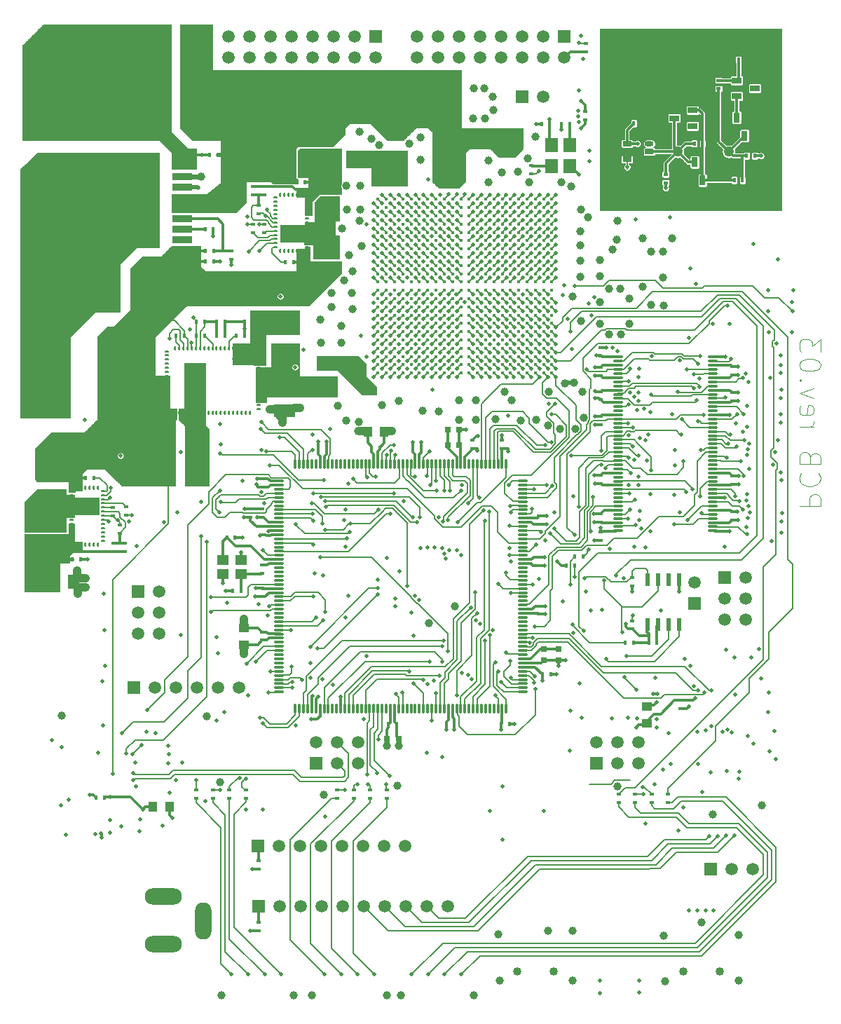
<source format=gbr>
G04 #@! TF.GenerationSoftware,KiCad,Pcbnew,5.0.0-rc2-dev-unknown-d35a6f1~64~ubuntu18.04.1*
G04 #@! TF.CreationDate,2018-05-21T11:58:17+02:00*
G04 #@! TF.ProjectId,Cryptech Alpha,437279707465636820416C7068612E6B,rev?*
G04 #@! TF.SameCoordinates,Original*
G04 #@! TF.FileFunction,Copper,L8,Bot,Signal*
G04 #@! TF.FilePolarity,Positive*
%FSLAX46Y46*%
G04 Gerber Fmt 4.6, Leading zero omitted, Abs format (unit mm)*
G04 Created by KiCad (PCBNEW 5.0.0-rc2-dev-unknown-d35a6f1~64~ubuntu18.04.1) date Mon May 21 11:58:17 2018*
%MOMM*%
%LPD*%
G01*
G04 APERTURE LIST*
%ADD10C,0.100000*%
%ADD11C,1.500000*%
%ADD12R,1.500000X1.500000*%
%ADD13R,1.600000X2.600000*%
%ADD14R,0.450000X0.600000*%
%ADD15R,2.400000X2.600000*%
%ADD16R,0.800000X0.800000*%
%ADD17R,1.200000X1.000000*%
%ADD18R,1.000000X1.200000*%
%ADD19R,0.600000X0.450000*%
%ADD20R,2.600000X1.600000*%
%ADD21C,1.016000*%
%ADD22R,1.200000X0.800000*%
%ADD23R,1.400000X1.800000*%
%ADD24R,1.800000X1.400000*%
%ADD25O,2.000000X4.500000*%
%ADD26O,4.500000X2.000000*%
%ADD27R,1.397000X1.193800*%
%ADD28R,1.498600X1.701800*%
%ADD29R,1.016000X3.302000*%
%ADD30R,3.302000X1.016000*%
%ADD31R,2.616200X1.016000*%
%ADD32R,1.016000X2.616200*%
%ADD33R,0.800000X1.200000*%
%ADD34C,1.270000*%
%ADD35R,2.413000X0.863600*%
%ADD36R,13.385800X9.144000*%
%ADD37R,1.100000X0.650000*%
%ADD38O,1.100000X0.650000*%
%ADD39O,0.300000X1.200000*%
%ADD40O,1.200000X0.300000*%
%ADD41R,0.600000X1.550000*%
%ADD42C,0.450000*%
%ADD43O,2.600000X1.940000*%
%ADD44O,0.609600X0.254000*%
%ADD45O,0.254000X0.609600*%
%ADD46O,2.350000X5.350000*%
%ADD47O,2.500000X1.300000*%
%ADD48C,0.500000*%
%ADD49C,1.000000*%
%ADD50C,0.600000*%
%ADD51C,0.150000*%
%ADD52C,0.300000*%
%ADD53C,0.254000*%
%ADD54C,1.000000*%
%ADD55C,0.600000*%
%ADD56C,0.500000*%
%ADD57C,0.200000*%
%ADD58C,0.164000*%
%ADD59C,0.250000*%
%ADD60C,0.400000*%
%ADD61C,0.050000*%
G04 APERTURE END LIST*
D10*
X96850952Y42298761D02*
X99390952Y42298761D01*
X99390952Y43266380D01*
X99270000Y43508285D01*
X99149047Y43629238D01*
X98907142Y43750190D01*
X98544285Y43750190D01*
X98302380Y43629238D01*
X98181428Y43508285D01*
X98060476Y43266380D01*
X98060476Y42298761D01*
X97092857Y46290190D02*
X96971904Y46169238D01*
X96850952Y45806380D01*
X96850952Y45564476D01*
X96971904Y45201619D01*
X97213809Y44959714D01*
X97455714Y44838761D01*
X97939523Y44717809D01*
X98302380Y44717809D01*
X98786190Y44838761D01*
X99028095Y44959714D01*
X99270000Y45201619D01*
X99390952Y45564476D01*
X99390952Y45806380D01*
X99270000Y46169238D01*
X99149047Y46290190D01*
X98181428Y48225428D02*
X98060476Y48588285D01*
X97939523Y48709238D01*
X97697619Y48830190D01*
X97334761Y48830190D01*
X97092857Y48709238D01*
X96971904Y48588285D01*
X96850952Y48346380D01*
X96850952Y47378761D01*
X99390952Y47378761D01*
X99390952Y48225428D01*
X99270000Y48467333D01*
X99149047Y48588285D01*
X98907142Y48709238D01*
X98665238Y48709238D01*
X98423333Y48588285D01*
X98302380Y48467333D01*
X98181428Y48225428D01*
X98181428Y47378761D01*
X96850952Y51854000D02*
X98544285Y51854000D01*
X98060476Y51854000D02*
X98302380Y51974952D01*
X98423333Y52095904D01*
X98544285Y52337809D01*
X98544285Y52579714D01*
X96971904Y54394000D02*
X96850952Y54152095D01*
X96850952Y53668285D01*
X96971904Y53426380D01*
X97213809Y53305428D01*
X98181428Y53305428D01*
X98423333Y53426380D01*
X98544285Y53668285D01*
X98544285Y54152095D01*
X98423333Y54394000D01*
X98181428Y54514952D01*
X97939523Y54514952D01*
X97697619Y53305428D01*
X98544285Y55361619D02*
X96850952Y55966380D01*
X98544285Y56571142D01*
X97092857Y57538761D02*
X96971904Y57659714D01*
X96850952Y57538761D01*
X96971904Y57417809D01*
X97092857Y57538761D01*
X96850952Y57538761D01*
X99390952Y59232095D02*
X99390952Y59474000D01*
X99270000Y59715904D01*
X99149047Y59836857D01*
X98907142Y59957809D01*
X98423333Y60078761D01*
X97818571Y60078761D01*
X97334761Y59957809D01*
X97092857Y59836857D01*
X96971904Y59715904D01*
X96850952Y59474000D01*
X96850952Y59232095D01*
X96971904Y58990190D01*
X97092857Y58869238D01*
X97334761Y58748285D01*
X97818571Y58627333D01*
X98423333Y58627333D01*
X98907142Y58748285D01*
X99149047Y58869238D01*
X99270000Y58990190D01*
X99390952Y59232095D01*
X99390952Y60925428D02*
X99390952Y62497809D01*
X98423333Y61651142D01*
X98423333Y62014000D01*
X98302380Y62255904D01*
X98181428Y62376857D01*
X97939523Y62497809D01*
X97334761Y62497809D01*
X97092857Y62376857D01*
X96971904Y62255904D01*
X96850952Y62014000D01*
X96850952Y61288285D01*
X96971904Y61046380D01*
X97092857Y60925428D01*
D11*
X36580000Y-6000000D03*
X54360000Y-6000000D03*
X51820000Y-6000000D03*
X49280000Y-6000000D03*
X46740000Y-6000000D03*
X44200000Y-6000000D03*
X41660000Y-6000000D03*
X39120000Y-6000000D03*
X34040000Y-6000000D03*
D12*
X31500000Y-6000000D03*
X84160740Y30530000D03*
D11*
X84160740Y33070000D03*
D13*
X22963000Y99085400D03*
X19963000Y99085400D03*
X19963000Y94068900D03*
X22963000Y94068900D03*
X22963000Y89052400D03*
X19963000Y89052400D03*
D14*
X25600000Y84700000D03*
X26600000Y84700000D03*
X26050000Y75725000D03*
X25050000Y75725000D03*
X25077800Y71831200D03*
X26077800Y71831200D03*
D13*
X16790800Y67335400D03*
X13790800Y67335400D03*
D15*
X13714800Y54584600D03*
X7214800Y54584600D03*
X7214800Y61061600D03*
X13714800Y61061600D03*
D14*
X89492200Y96215200D03*
X90492200Y96215200D03*
X89984200Y81686400D03*
X88984200Y81686400D03*
X76843000Y88544400D03*
X77843000Y88544400D03*
X28425000Y32050000D03*
X29425000Y32050000D03*
X27675000Y38550000D03*
X28675000Y38550000D03*
D16*
X48426600Y14249400D03*
X47026600Y14249400D03*
X55767200Y51511200D03*
X54367200Y51511200D03*
X54367200Y49682400D03*
X55767200Y49682400D03*
X65963800Y23684000D03*
X65963800Y25084000D03*
X67792600Y25084000D03*
X67792600Y23684000D03*
D17*
X29718000Y25568400D03*
X29718000Y27568400D03*
D18*
X46694600Y51333400D03*
X44694600Y51333400D03*
D14*
X51147600Y49352200D03*
X50147600Y49352200D03*
D19*
X65430400Y35161600D03*
X65430400Y36161600D03*
X57353200Y49284000D03*
X57353200Y50284000D03*
D14*
X61841000Y15951200D03*
X60841000Y15951200D03*
D19*
X31927800Y27119200D03*
X31927800Y26119200D03*
X30530800Y41978200D03*
X30530800Y40978200D03*
X60934600Y49284000D03*
X60934600Y50284000D03*
X65430400Y29243400D03*
X65430400Y30243400D03*
D14*
X47226600Y15951200D03*
X48226600Y15951200D03*
X55186200Y15951200D03*
X54186200Y15951200D03*
D19*
X31927800Y45635800D03*
X31927800Y44635800D03*
X31927800Y41978200D03*
X31927800Y40978200D03*
D14*
X65794000Y21971000D03*
X66794000Y21971000D03*
X39717600Y49352200D03*
X38717600Y49352200D03*
X46143800Y49352200D03*
X45143800Y49352200D03*
D19*
X65430400Y41114600D03*
X65430400Y40114600D03*
X31927800Y32377000D03*
X31927800Y31377000D03*
X72822200Y40392400D03*
X72822200Y41392400D03*
X72847200Y38182600D03*
X72847200Y39182600D03*
X72847200Y60456800D03*
X72847200Y61456800D03*
X88722200Y59166000D03*
X88722200Y58166000D03*
X72847200Y53128800D03*
X72847200Y52128800D03*
X88722200Y40648000D03*
X88722200Y41648000D03*
X72847200Y59097800D03*
X72847200Y58097800D03*
X88722200Y56045800D03*
X88722200Y55045800D03*
X72847200Y46042200D03*
X72847200Y45042200D03*
X88722200Y45987400D03*
X88722200Y44987400D03*
X72847200Y56151400D03*
X72847200Y55151400D03*
D18*
X20775860Y5961430D03*
X18775860Y5961430D03*
D14*
X12872020Y7066020D03*
X11872020Y7066020D03*
D17*
X78403810Y18070950D03*
X78403810Y16070950D03*
D19*
X82508380Y17834860D03*
X82508380Y18834860D03*
X31500000Y-8000000D03*
X31500000Y-9000000D03*
X76682600Y27474800D03*
X76682600Y28474800D03*
X31484200Y-1500000D03*
X31484200Y-500000D03*
D14*
X66700400Y88442800D03*
X65700400Y88442800D03*
D20*
X40055800Y74118600D03*
X40055800Y71118600D03*
X6400800Y46432600D03*
X6400800Y43432600D03*
D19*
X32181800Y75344400D03*
X32181800Y76344400D03*
X13950000Y41125000D03*
X13950000Y42125000D03*
X32181800Y80891000D03*
X32181800Y79891000D03*
X13975000Y37850000D03*
X13975000Y36850000D03*
D20*
X40055800Y77900400D03*
X40055800Y80900400D03*
X6400800Y37082600D03*
X6400800Y40082600D03*
D19*
X71075000Y97200000D03*
X71075000Y98200000D03*
D13*
X20547200Y50647600D03*
X23547200Y50647600D03*
X23547200Y46278800D03*
X20547200Y46278800D03*
D14*
X24985600Y62890400D03*
X23985600Y62890400D03*
X26424000Y62890400D03*
X27424000Y62890400D03*
D20*
X34696400Y56846600D03*
X34696400Y53846600D03*
X34747200Y63907800D03*
X34747200Y60907800D03*
D21*
X67209800Y-13884000D03*
X62800000Y-13884000D03*
X82800000Y-13884000D03*
X87209800Y-13884000D03*
D22*
X81754800Y89179400D03*
X83954800Y88229400D03*
X83954800Y90129400D03*
D23*
X42852800Y84277200D03*
X40052800Y84277200D03*
X6397800Y33147000D03*
X9197800Y33147000D03*
D24*
X39624000Y59616800D03*
X39624000Y56816800D03*
D11*
X29133790Y20421600D03*
X26593790Y20421600D03*
X24053790Y20421600D03*
X21513790Y20421600D03*
X18973790Y20421600D03*
D12*
X16433790Y20421600D03*
X38506390Y11252200D03*
D11*
X38506390Y13792200D03*
X41046390Y11252200D03*
X41046390Y13792200D03*
X43586390Y11252200D03*
X43586390Y13792200D03*
X77444590Y13792200D03*
X77444590Y11252200D03*
X74904590Y13792200D03*
X74904590Y11252200D03*
X72364590Y13792200D03*
D12*
X72364590Y11252200D03*
D25*
X24800000Y-7800000D03*
D26*
X20000000Y-10600000D03*
X20000000Y-4800000D03*
D11*
X65916800Y91744800D03*
D12*
X63376800Y91744800D03*
X87847000Y33705800D03*
D11*
X90387000Y33705800D03*
X87847000Y31165800D03*
X90387000Y31165800D03*
X87847000Y28625800D03*
X90387000Y28625800D03*
X91219330Y-1500000D03*
X88679330Y-1500000D03*
D12*
X86139330Y-1500000D03*
X16980000Y32015000D03*
D11*
X19520000Y32015000D03*
X16980000Y29475000D03*
X19520000Y29475000D03*
X16980000Y26935000D03*
X19520000Y26935000D03*
D22*
X89273200Y91836200D03*
X89273200Y93736200D03*
X91473200Y92786200D03*
D27*
X29417600Y35838600D03*
X27207800Y35838600D03*
X27207800Y34136800D03*
X29417600Y34136800D03*
D28*
X66878200Y85961400D03*
X66878200Y83413600D03*
X69100600Y85961400D03*
X69100600Y83413600D03*
D19*
X64490600Y82431000D03*
X64490600Y83431000D03*
X71000000Y90000000D03*
X71000000Y89000000D03*
D14*
X26077800Y73177400D03*
X25077800Y73177400D03*
D19*
X28194000Y73118600D03*
X28194000Y72118600D03*
X87096600Y92743400D03*
X87096600Y93743400D03*
D14*
X90482800Y84632800D03*
X91482800Y84632800D03*
X85158200Y86106000D03*
X84158200Y86106000D03*
D19*
X80695800Y81389600D03*
X80695800Y82389600D03*
X31927800Y35171000D03*
X31927800Y34171000D03*
X45000000Y7000000D03*
X45000000Y8000000D03*
X28000000Y8000000D03*
X28000000Y7000000D03*
D14*
X79646400Y25841200D03*
X78646400Y25841200D03*
D19*
X76675000Y33700000D03*
X76675000Y32700000D03*
D14*
X68080000Y88442800D03*
X69080000Y88442800D03*
X34729800Y71805800D03*
X35729800Y71805800D03*
D19*
X30810200Y75344400D03*
X30810200Y76344400D03*
D14*
X11591800Y45720000D03*
X10591800Y45720000D03*
D19*
X15519400Y42232200D03*
X15519400Y41232200D03*
X30810200Y79891000D03*
X30810200Y80891000D03*
X31546800Y78605000D03*
X31546800Y77605000D03*
X15367000Y37838000D03*
X15367000Y36838000D03*
X14732000Y39047800D03*
X14732000Y40047800D03*
D14*
X36100000Y81475000D03*
X37100000Y81475000D03*
X9025000Y35864800D03*
X10025000Y35864800D03*
D19*
X81000000Y6500000D03*
X81000000Y7500000D03*
D14*
X21572600Y62890400D03*
X22572600Y62890400D03*
X29811600Y62890400D03*
X28811600Y62890400D03*
X26424000Y64566800D03*
X27424000Y64566800D03*
X24985600Y64566800D03*
X23985600Y64566800D03*
X30802200Y64566800D03*
X29802200Y64566800D03*
X76827000Y25841200D03*
X75827000Y25841200D03*
X69675000Y35150000D03*
X68675000Y35150000D03*
X70705600Y36229800D03*
X69705600Y36229800D03*
D19*
X47000000Y8000000D03*
X47000000Y7000000D03*
X41000000Y7000000D03*
X41000000Y8000000D03*
X43000000Y8000000D03*
X43000000Y7000000D03*
X30000000Y7000000D03*
X30000000Y8000000D03*
X24000000Y8000000D03*
X24000000Y7000000D03*
X26000000Y7000000D03*
X26000000Y8000000D03*
X79000000Y7500000D03*
X79000000Y6500000D03*
X77000000Y6500000D03*
X77000000Y7500000D03*
X75000000Y7500000D03*
X75000000Y6500000D03*
D29*
X94081600Y98134000D03*
X73570000Y98134000D03*
X73570000Y79915400D03*
X94081600Y79915400D03*
D30*
X92938600Y99277000D03*
X74720000Y99277000D03*
X74720000Y78765400D03*
X92938600Y78765400D03*
D31*
X87579200Y99277000D03*
X87579200Y78765400D03*
X80070000Y78765400D03*
X80070000Y99277000D03*
D32*
X94081600Y92774600D03*
X94081600Y85265400D03*
X73570000Y85265400D03*
X73570000Y92774600D03*
D11*
X49190000Y1300000D03*
D12*
X31410000Y1300000D03*
D11*
X33950000Y1300000D03*
X36490000Y1300000D03*
X39030000Y1300000D03*
X41570000Y1300000D03*
X44110000Y1300000D03*
X46650000Y1300000D03*
X50692990Y96494600D03*
X50692990Y99034600D03*
X53232990Y96494600D03*
X53232990Y99034600D03*
X55772990Y96494600D03*
X55772990Y99034600D03*
X58312990Y96494600D03*
X58312990Y99034600D03*
X60852990Y96494600D03*
X60852990Y99034600D03*
X63392990Y96494600D03*
X63392990Y99034600D03*
X65932990Y96494600D03*
X65932990Y99034600D03*
X68472990Y96494600D03*
D12*
X68472990Y99034600D03*
X45689190Y99034600D03*
D11*
X45689190Y96494600D03*
X43149190Y99034600D03*
X43149190Y96494600D03*
X40609190Y99034600D03*
X40609190Y96494600D03*
X38069190Y99034600D03*
X38069190Y96494600D03*
X35529190Y99034600D03*
X35529190Y96494600D03*
X32989190Y99034600D03*
X32989190Y96494600D03*
X30449190Y99034600D03*
X30449190Y96494600D03*
X27909190Y99034600D03*
X27909190Y96494600D03*
D33*
X90220800Y87063400D03*
X91170800Y89263400D03*
X89270800Y89263400D03*
X85151000Y81653200D03*
X83251000Y81653200D03*
X84201000Y83853200D03*
D34*
X88315800Y85140800D03*
X82143600Y85140800D03*
D35*
X22275800Y84632800D03*
X22275800Y83362800D03*
X22275800Y82092800D03*
X22275800Y80822800D03*
X22275800Y79552800D03*
X22275800Y78282800D03*
X22275800Y77012800D03*
D36*
X12750800Y78282800D03*
D35*
X22275800Y75742800D03*
X22275800Y74472800D03*
X22275800Y73202800D03*
X22275800Y71932800D03*
D37*
X76018400Y86090800D03*
X76018400Y84190800D03*
X78718400Y84190800D03*
X78718400Y85140800D03*
D38*
X78718400Y86090800D03*
D39*
X35941800Y17863600D03*
X36441800Y17863600D03*
X36941800Y17863600D03*
X37441800Y17863600D03*
X37941800Y17863600D03*
X38441800Y17863600D03*
X38941800Y17863600D03*
X39441800Y17863600D03*
X39941800Y17863600D03*
X40441800Y17863600D03*
X40941800Y17863600D03*
X41441800Y17863600D03*
X41941800Y17863600D03*
X42441800Y17863600D03*
X42941800Y17863600D03*
X43441800Y17863600D03*
X43941800Y17863600D03*
X44441800Y17863600D03*
X44941800Y17863600D03*
X45441800Y17863600D03*
X45941800Y17863600D03*
X46441800Y17863600D03*
X46941800Y17863600D03*
X47441800Y17863600D03*
X47941800Y17863600D03*
X48441800Y17863600D03*
X48941800Y17863600D03*
X49441800Y17863600D03*
X49941800Y17863600D03*
X50441800Y17863600D03*
X50941800Y17863600D03*
X51441800Y17863600D03*
X51941800Y17863600D03*
X52441800Y17863600D03*
X52941800Y17863600D03*
X53441800Y17863600D03*
X53941800Y17863600D03*
X54441800Y17863600D03*
X54941800Y17863600D03*
X55441800Y17863600D03*
X55941800Y17863600D03*
X56441800Y17863600D03*
X56941800Y17863600D03*
X57441800Y17863600D03*
X57941800Y17863600D03*
X58441800Y17863600D03*
X58941800Y17863600D03*
X59441800Y17863600D03*
X59941800Y17863600D03*
X60441800Y17863600D03*
X60941800Y17863600D03*
X61441800Y17863600D03*
D40*
X63441800Y19863600D03*
X63441800Y20363600D03*
X63441800Y20863600D03*
X63441800Y21363600D03*
X63441800Y21863600D03*
X63441800Y22363600D03*
X63441800Y22863600D03*
X63441800Y23363600D03*
X63441800Y23863600D03*
X63441800Y24363600D03*
X63441800Y24863600D03*
X63441800Y25363600D03*
X63441800Y25863600D03*
X63441800Y26363600D03*
X63441800Y26863600D03*
X63441800Y27363600D03*
X63441800Y27863600D03*
X63441800Y28363600D03*
X63441800Y28863600D03*
X63441800Y29363600D03*
X63441800Y29863600D03*
X63441800Y30363600D03*
X63441800Y30863600D03*
X63441800Y31363600D03*
X63441800Y31863600D03*
X63441800Y32363600D03*
X63441800Y32863600D03*
X63441800Y33363600D03*
X63441800Y33863600D03*
X63441800Y34363600D03*
X63441800Y34863600D03*
X63441800Y35363600D03*
X63441800Y35863600D03*
X63441800Y36363600D03*
X63441800Y36863600D03*
X63441800Y37363600D03*
X63441800Y37863600D03*
X63441800Y38363600D03*
X63441800Y38863600D03*
X63441800Y39363600D03*
X63441800Y39863600D03*
X63441800Y40363600D03*
X63441800Y40863600D03*
X63441800Y41363600D03*
X63441800Y41863600D03*
X63441800Y42363600D03*
X63441800Y42863600D03*
X63441800Y43363600D03*
X63441800Y43863600D03*
X63441800Y44363600D03*
X63441800Y44863600D03*
X63441800Y45363600D03*
D39*
X61441800Y47363600D03*
X60941800Y47363600D03*
X60441800Y47363600D03*
X59941800Y47363600D03*
X59441800Y47363600D03*
X58941800Y47363600D03*
X58441800Y47363600D03*
X57941800Y47363600D03*
X57441800Y47363600D03*
X56941800Y47363600D03*
X56441800Y47363600D03*
X55941800Y47363600D03*
X55441800Y47363600D03*
X54941800Y47363600D03*
X54441800Y47363600D03*
X53941800Y47363600D03*
X53441800Y47363600D03*
X52941800Y47363600D03*
X52441800Y47363600D03*
X51941800Y47363600D03*
X51441800Y47363600D03*
X50941800Y47363600D03*
X50441800Y47363600D03*
X49941800Y47363600D03*
X49441800Y47363600D03*
X48941800Y47363600D03*
X48441800Y47363600D03*
X47941800Y47363600D03*
X47441800Y47363600D03*
X46941800Y47363600D03*
X46441800Y47363600D03*
X45941800Y47363600D03*
X45441800Y47363600D03*
X44941800Y47363600D03*
X44441800Y47363600D03*
X43941800Y47363600D03*
X43441800Y47363600D03*
X42941800Y47363600D03*
X42441800Y47363600D03*
X41941800Y47363600D03*
X41441800Y47363600D03*
X40941800Y47363600D03*
X40441800Y47363600D03*
X39941800Y47363600D03*
X39441800Y47363600D03*
X38941800Y47363600D03*
X38441800Y47363600D03*
X37941800Y47363600D03*
X37441800Y47363600D03*
X36941800Y47363600D03*
X36441800Y47363600D03*
X35941800Y47363600D03*
D40*
X33941800Y45363600D03*
X33941800Y44863600D03*
X33941800Y44363600D03*
X33941800Y43863600D03*
X33941800Y43363600D03*
X33941800Y42863600D03*
X33941800Y42363600D03*
X33941800Y41863600D03*
X33941800Y41363600D03*
X33941800Y40863600D03*
X33941800Y40363600D03*
X33941800Y39863600D03*
X33941800Y39363600D03*
X33941800Y38863600D03*
X33941800Y38363600D03*
X33941800Y37863600D03*
X33941800Y37363600D03*
X33941800Y36863600D03*
X33941800Y36363600D03*
X33941800Y35863600D03*
X33941800Y35363600D03*
X33941800Y34863600D03*
X33941800Y34363600D03*
X33941800Y33863600D03*
X33941800Y33363600D03*
X33941800Y32863600D03*
X33941800Y32363600D03*
X33941800Y31863600D03*
X33941800Y31363600D03*
X33941800Y30863600D03*
X33941800Y30363600D03*
X33941800Y29863600D03*
X33941800Y29363600D03*
X33941800Y28863600D03*
X33941800Y28363600D03*
X33941800Y27863600D03*
X33941800Y27363600D03*
X33941800Y26863600D03*
X33941800Y26363600D03*
X33941800Y25863600D03*
X33941800Y25363600D03*
X33941800Y24863600D03*
X33941800Y24363600D03*
X33941800Y23863600D03*
X33941800Y23363600D03*
X33941800Y22863600D03*
X33941800Y22363600D03*
X33941800Y21863600D03*
X33941800Y21363600D03*
X33941800Y20863600D03*
X33941800Y20363600D03*
X33941800Y19863600D03*
X74920400Y39326400D03*
X74920400Y39826400D03*
X74920400Y40326400D03*
X74920400Y40826400D03*
X74920400Y41326400D03*
X74920400Y41826400D03*
X74920400Y42326400D03*
X74920400Y42826400D03*
X74920400Y43326400D03*
X74920400Y43826400D03*
X74920400Y44326400D03*
X74920400Y44826400D03*
X74920400Y45326400D03*
X74920400Y45826400D03*
X74920400Y46326400D03*
X74920400Y46826400D03*
X74920400Y47326400D03*
X74920400Y47826400D03*
X74920400Y48326400D03*
X74920400Y48826400D03*
X74920400Y49326400D03*
X74920400Y49826400D03*
X74920400Y50326400D03*
X74920400Y50826400D03*
X74920400Y51326400D03*
X74920400Y51826400D03*
X74920400Y52326400D03*
X74920400Y52826400D03*
X74920400Y53326400D03*
X74920400Y53826400D03*
X74920400Y54326400D03*
X74920400Y54826400D03*
X74920400Y55326400D03*
X74920400Y55826400D03*
X74920400Y56326400D03*
X74920400Y56826400D03*
X74920400Y57326400D03*
X74920400Y57826400D03*
X74920400Y58326400D03*
X74920400Y58826400D03*
X74920400Y59326400D03*
X74920400Y59826400D03*
X74920400Y60326400D03*
X86420400Y39326400D03*
X86420400Y39826400D03*
X86420400Y40326400D03*
X86420400Y40826400D03*
X86420400Y41326400D03*
X86420400Y41826400D03*
X86420400Y42326400D03*
X86420400Y42826400D03*
X86420400Y43326400D03*
X86420400Y43826400D03*
X86420400Y44326400D03*
X86420400Y44826400D03*
X86420400Y45326400D03*
X86420400Y45826400D03*
X86420400Y46326400D03*
X86420400Y46826400D03*
X86420400Y47326400D03*
X86420400Y47826400D03*
X86420400Y48326400D03*
X86420400Y48826400D03*
X86420400Y49326400D03*
X86420400Y49826400D03*
X86420400Y50326400D03*
X86420400Y50826400D03*
X86420400Y51326400D03*
X86420400Y51826400D03*
X86420400Y52326400D03*
X86420400Y52826400D03*
X86420400Y53326400D03*
X86420400Y53826400D03*
X86420400Y54326400D03*
X86420400Y54826400D03*
X86420400Y55326400D03*
X86420400Y55826400D03*
X86420400Y56326400D03*
X86420400Y56826400D03*
X86420400Y57326400D03*
X86420400Y57826400D03*
X86420400Y58326400D03*
X86420400Y58826400D03*
X86420400Y59326400D03*
X86420400Y59826400D03*
X86420400Y60326400D03*
D41*
X78536800Y33435800D03*
X79806800Y33435800D03*
X81076800Y33435800D03*
X82346800Y33435800D03*
X82346800Y28025600D03*
X81076800Y28025600D03*
X79806800Y28025600D03*
X78536800Y28025600D03*
D42*
X45953400Y58384800D03*
X46953400Y58384800D03*
X47953400Y58384800D03*
X48953400Y58384800D03*
X49953400Y58384800D03*
X50953400Y58384800D03*
X51953400Y58384800D03*
X52953400Y58384800D03*
X53953400Y58384800D03*
X54953400Y58384800D03*
X55953400Y58384800D03*
X56953400Y58384800D03*
X57953400Y58384800D03*
X58953400Y58384800D03*
X59953400Y58384800D03*
X60953400Y58384800D03*
X61953400Y58384800D03*
X62953400Y58384800D03*
X63953400Y58384800D03*
X64953400Y58384800D03*
X65953400Y58384800D03*
X66953400Y58384800D03*
X45953400Y59384800D03*
X46953400Y59384800D03*
X47953400Y59384800D03*
X48953400Y59384800D03*
X49953400Y59384800D03*
X50953400Y59384800D03*
X51953400Y59384800D03*
X52953400Y59384800D03*
X53953400Y59384800D03*
X54953400Y59384800D03*
X55953400Y59384800D03*
X56953400Y59384800D03*
X57953400Y59384800D03*
X58953400Y59384800D03*
X59953400Y59384800D03*
X60953400Y59384800D03*
X61953400Y59384800D03*
X62953400Y59384800D03*
X63953400Y59384800D03*
X64953400Y59384800D03*
X65953400Y59384800D03*
X66953400Y59384800D03*
X45953400Y60384800D03*
X46953400Y60384800D03*
X47953400Y60384800D03*
X48953400Y60384800D03*
X49953400Y60384800D03*
X50953400Y60384800D03*
X51953400Y60384800D03*
X52953400Y60384800D03*
X53953400Y60384800D03*
X54953400Y60384800D03*
X55953400Y60384800D03*
X56953400Y60384800D03*
X57953400Y60384800D03*
X58953400Y60384800D03*
X59953400Y60384800D03*
X60953400Y60384800D03*
X61953400Y60384800D03*
X62953400Y60384800D03*
X63953400Y60384800D03*
X64953400Y60384800D03*
X65953400Y60384800D03*
X66953400Y60384800D03*
X45953400Y61384800D03*
X46953400Y61384800D03*
X47953400Y61384800D03*
X48953400Y61384800D03*
X49953400Y61384800D03*
X50953400Y61384800D03*
X51953400Y61384800D03*
X52953400Y61384800D03*
X53953400Y61384800D03*
X54953400Y61384800D03*
X55953400Y61384800D03*
X56953400Y61384800D03*
X57953400Y61384800D03*
X58953400Y61384800D03*
X59953400Y61384800D03*
X60953400Y61384800D03*
X61953400Y61384800D03*
X62953400Y61384800D03*
X63953400Y61384800D03*
X64953400Y61384800D03*
X65953400Y61384800D03*
X66953400Y61384800D03*
X45953400Y62384800D03*
X46953400Y62384800D03*
X47953400Y62384800D03*
X48953400Y62384800D03*
X49953400Y62384800D03*
X50953400Y62384800D03*
X51953400Y62384800D03*
X52953400Y62384800D03*
X53953400Y62384800D03*
X54953400Y62384800D03*
X55953400Y62384800D03*
X56953400Y62384800D03*
X57953400Y62384800D03*
X58953400Y62384800D03*
X59953400Y62384800D03*
X60953400Y62384800D03*
X61953400Y62384800D03*
X62953400Y62384800D03*
X63953400Y62384800D03*
X64953400Y62384800D03*
X65953400Y62384800D03*
X66953400Y62384800D03*
X45953400Y63384800D03*
X46953400Y63384800D03*
X47953400Y63384800D03*
X48953400Y63384800D03*
X49953400Y63384800D03*
X50953400Y63384800D03*
X51953400Y63384800D03*
X52953400Y63384800D03*
X53953400Y63384800D03*
X54953400Y63384800D03*
X55953400Y63384800D03*
X56953400Y63384800D03*
X57953400Y63384800D03*
X58953400Y63384800D03*
X59953400Y63384800D03*
X60953400Y63384800D03*
X61953400Y63384800D03*
X62953400Y63384800D03*
X63953400Y63384800D03*
X64953400Y63384800D03*
X65953400Y63384800D03*
X66953400Y63384800D03*
X45953400Y64384800D03*
X46953400Y64384800D03*
X47953400Y64384800D03*
X48953400Y64384800D03*
X49953400Y64384800D03*
X50953400Y64384800D03*
X51953400Y64384800D03*
X52953400Y64384800D03*
X53953400Y64384800D03*
X54953400Y64384800D03*
X55953400Y64384800D03*
X56953400Y64384800D03*
X57953400Y64384800D03*
X58953400Y64384800D03*
X59953400Y64384800D03*
X60953400Y64384800D03*
X61953400Y64384800D03*
X62953400Y64384800D03*
X63953400Y64384800D03*
X64953400Y64384800D03*
X65953400Y64384800D03*
X66953400Y64384800D03*
X45953400Y65384800D03*
X46953400Y65384800D03*
X47953400Y65384800D03*
X48953400Y65384800D03*
X49953400Y65384800D03*
X50953400Y65384800D03*
X51953400Y65384800D03*
X52953400Y65384800D03*
X53953400Y65384800D03*
X54953400Y65384800D03*
X55953400Y65384800D03*
X56953400Y65384800D03*
X57953400Y65384800D03*
X58953400Y65384800D03*
X59953400Y65384800D03*
X60953400Y65384800D03*
X61953400Y65384800D03*
X62953400Y65384800D03*
X63953400Y65384800D03*
X64953400Y65384800D03*
X65953400Y65384800D03*
X66953400Y65384800D03*
X45953400Y66384800D03*
X46953400Y66384800D03*
X47953400Y66384800D03*
X48953400Y66384800D03*
X49953400Y66384800D03*
X50953400Y66384800D03*
X51953400Y66384800D03*
X52953400Y66384800D03*
X53953400Y66384800D03*
X54953400Y66384800D03*
X55953400Y66384800D03*
X56953400Y66384800D03*
X57953400Y66384800D03*
X58953400Y66384800D03*
X59953400Y66384800D03*
X60953400Y66384800D03*
X61953400Y66384800D03*
X62953400Y66384800D03*
X63953400Y66384800D03*
X64953400Y66384800D03*
X65953400Y66384800D03*
X66953400Y66384800D03*
X45953400Y67384800D03*
X46953400Y67384800D03*
X47953400Y67384800D03*
X48953400Y67384800D03*
X49953400Y67384800D03*
X50953400Y67384800D03*
X51953400Y67384800D03*
X52953400Y67384800D03*
X53953400Y67384800D03*
X54953400Y67384800D03*
X55953400Y67384800D03*
X56953400Y67384800D03*
X57953400Y67384800D03*
X58953400Y67384800D03*
X59953400Y67384800D03*
X60953400Y67384800D03*
X61953400Y67384800D03*
X62953400Y67384800D03*
X63953400Y67384800D03*
X64953400Y67384800D03*
X65953400Y67384800D03*
X66953400Y67384800D03*
X45953400Y68384800D03*
X46953400Y68384800D03*
X47953400Y68384800D03*
X48953400Y68384800D03*
X49953400Y68384800D03*
X50953400Y68384800D03*
X51953400Y68384800D03*
X52953400Y68384800D03*
X53953400Y68384800D03*
X54953400Y68384800D03*
X55953400Y68384800D03*
X56953400Y68384800D03*
X57953400Y68384800D03*
X58953400Y68384800D03*
X59953400Y68384800D03*
X60953400Y68384800D03*
X61953400Y68384800D03*
X62953400Y68384800D03*
X63953400Y68384800D03*
X64953400Y68384800D03*
X65953400Y68384800D03*
X66953400Y68384800D03*
X45953400Y69384800D03*
X46953400Y69384800D03*
X47953400Y69384800D03*
X48953400Y69384800D03*
X49953400Y69384800D03*
X50953400Y69384800D03*
X51953400Y69384800D03*
X52953400Y69384800D03*
X53953400Y69384800D03*
X54953400Y69384800D03*
X55953400Y69384800D03*
X56953400Y69384800D03*
X57953400Y69384800D03*
X58953400Y69384800D03*
X59953400Y69384800D03*
X60953400Y69384800D03*
X61953400Y69384800D03*
X62953400Y69384800D03*
X63953400Y69384800D03*
X64953400Y69384800D03*
X65953400Y69384800D03*
X66953400Y69384800D03*
X45953400Y70384800D03*
X46953400Y70384800D03*
X47953400Y70384800D03*
X48953400Y70384800D03*
X49953400Y70384800D03*
X50953400Y70384800D03*
X51953400Y70384800D03*
X52953400Y70384800D03*
X53953400Y70384800D03*
X54953400Y70384800D03*
X55953400Y70384800D03*
X56953400Y70384800D03*
X57953400Y70384800D03*
X58953400Y70384800D03*
X59953400Y70384800D03*
X60953400Y70384800D03*
X61953400Y70384800D03*
X62953400Y70384800D03*
X63953400Y70384800D03*
X64953400Y70384800D03*
X65953400Y70384800D03*
X66953400Y70384800D03*
X45953400Y71384800D03*
X46953400Y71384800D03*
X47953400Y71384800D03*
X48953400Y71384800D03*
X49953400Y71384800D03*
X50953400Y71384800D03*
X51953400Y71384800D03*
X52953400Y71384800D03*
X53953400Y71384800D03*
X54953400Y71384800D03*
X55953400Y71384800D03*
X56953400Y71384800D03*
X57953400Y71384800D03*
X58953400Y71384800D03*
X59953400Y71384800D03*
X60953400Y71384800D03*
X61953400Y71384800D03*
X62953400Y71384800D03*
X63953400Y71384800D03*
X64953400Y71384800D03*
X65953400Y71384800D03*
X66953400Y71384800D03*
X45953400Y72384800D03*
X46953400Y72384800D03*
X47953400Y72384800D03*
X48953400Y72384800D03*
X49953400Y72384800D03*
X50953400Y72384800D03*
X51953400Y72384800D03*
X52953400Y72384800D03*
X53953400Y72384800D03*
X54953400Y72384800D03*
X55953400Y72384800D03*
X56953400Y72384800D03*
X57953400Y72384800D03*
X58953400Y72384800D03*
X59953400Y72384800D03*
X60953400Y72384800D03*
X61953400Y72384800D03*
X62953400Y72384800D03*
X63953400Y72384800D03*
X64953400Y72384800D03*
X65953400Y72384800D03*
X66953400Y72384800D03*
X45953400Y73384800D03*
X46953400Y73384800D03*
X47953400Y73384800D03*
X48953400Y73384800D03*
X49953400Y73384800D03*
X50953400Y73384800D03*
X51953400Y73384800D03*
X52953400Y73384800D03*
X53953400Y73384800D03*
X54953400Y73384800D03*
X55953400Y73384800D03*
X56953400Y73384800D03*
X57953400Y73384800D03*
X58953400Y73384800D03*
X59953400Y73384800D03*
X60953400Y73384800D03*
X61953400Y73384800D03*
X62953400Y73384800D03*
X63953400Y73384800D03*
X64953400Y73384800D03*
X65953400Y73384800D03*
X66953400Y73384800D03*
X45953400Y74384800D03*
X46953400Y74384800D03*
X47953400Y74384800D03*
X48953400Y74384800D03*
X49953400Y74384800D03*
X50953400Y74384800D03*
X51953400Y74384800D03*
X52953400Y74384800D03*
X53953400Y74384800D03*
X54953400Y74384800D03*
X55953400Y74384800D03*
X56953400Y74384800D03*
X57953400Y74384800D03*
X58953400Y74384800D03*
X59953400Y74384800D03*
X60953400Y74384800D03*
X61953400Y74384800D03*
X62953400Y74384800D03*
X63953400Y74384800D03*
X64953400Y74384800D03*
X65953400Y74384800D03*
X66953400Y74384800D03*
X45953400Y75384800D03*
X46953400Y75384800D03*
X47953400Y75384800D03*
X48953400Y75384800D03*
X49953400Y75384800D03*
X50953400Y75384800D03*
X51953400Y75384800D03*
X52953400Y75384800D03*
X53953400Y75384800D03*
X54953400Y75384800D03*
X55953400Y75384800D03*
X56953400Y75384800D03*
X57953400Y75384800D03*
X58953400Y75384800D03*
X59953400Y75384800D03*
X60953400Y75384800D03*
X61953400Y75384800D03*
X62953400Y75384800D03*
X63953400Y75384800D03*
X64953400Y75384800D03*
X65953400Y75384800D03*
X66953400Y75384800D03*
X45953400Y76384800D03*
X46953400Y76384800D03*
X47953400Y76384800D03*
X48953400Y76384800D03*
X49953400Y76384800D03*
X50953400Y76384800D03*
X51953400Y76384800D03*
X52953400Y76384800D03*
X53953400Y76384800D03*
X54953400Y76384800D03*
X55953400Y76384800D03*
X56953400Y76384800D03*
X57953400Y76384800D03*
X58953400Y76384800D03*
X59953400Y76384800D03*
X60953400Y76384800D03*
X61953400Y76384800D03*
X62953400Y76384800D03*
X63953400Y76384800D03*
X64953400Y76384800D03*
X65953400Y76384800D03*
X66953400Y76384800D03*
X45953400Y77384800D03*
X46953400Y77384800D03*
X47953400Y77384800D03*
X48953400Y77384800D03*
X49953400Y77384800D03*
X50953400Y77384800D03*
X51953400Y77384800D03*
X52953400Y77384800D03*
X53953400Y77384800D03*
X54953400Y77384800D03*
X55953400Y77384800D03*
X56953400Y77384800D03*
X57953400Y77384800D03*
X58953400Y77384800D03*
X59953400Y77384800D03*
X60953400Y77384800D03*
X61953400Y77384800D03*
X62953400Y77384800D03*
X63953400Y77384800D03*
X64953400Y77384800D03*
X65953400Y77384800D03*
X66953400Y77384800D03*
X45953400Y78384800D03*
X46953400Y78384800D03*
X47953400Y78384800D03*
X48953400Y78384800D03*
X49953400Y78384800D03*
X50953400Y78384800D03*
X51953400Y78384800D03*
X52953400Y78384800D03*
X53953400Y78384800D03*
X54953400Y78384800D03*
X55953400Y78384800D03*
X56953400Y78384800D03*
X57953400Y78384800D03*
X58953400Y78384800D03*
X59953400Y78384800D03*
X60953400Y78384800D03*
X61953400Y78384800D03*
X62953400Y78384800D03*
X63953400Y78384800D03*
X64953400Y78384800D03*
X65953400Y78384800D03*
X66953400Y78384800D03*
X45953400Y79384800D03*
X46953400Y79384800D03*
X47953400Y79384800D03*
X48953400Y79384800D03*
X49953400Y79384800D03*
X50953400Y79384800D03*
X51953400Y79384800D03*
X52953400Y79384800D03*
X53953400Y79384800D03*
X54953400Y79384800D03*
X55953400Y79384800D03*
X56953400Y79384800D03*
X57953400Y79384800D03*
X58953400Y79384800D03*
X59953400Y79384800D03*
X60953400Y79384800D03*
X61953400Y79384800D03*
X62953400Y79384800D03*
X63953400Y79384800D03*
X64953400Y79384800D03*
X65953400Y79384800D03*
X66953400Y79384800D03*
D43*
X35458400Y75295600D03*
D44*
X33553400Y79555600D03*
X33553400Y79055600D03*
X33553400Y78555600D03*
X33553400Y78055600D03*
X33553400Y77555600D03*
X33553400Y77055600D03*
X33553400Y76555600D03*
X33553400Y76047600D03*
X33553400Y75539600D03*
X33553400Y75031600D03*
X33553400Y74549000D03*
X33553400Y74041000D03*
X33553400Y73533000D03*
D45*
X34188400Y73152000D03*
X34696400Y73152000D03*
X35204400Y73152000D03*
X35708400Y73152000D03*
X36208400Y73152000D03*
X36708400Y73152000D03*
D44*
X37358400Y73533000D03*
X37358400Y74041000D03*
X37358400Y74549000D03*
X37358400Y75031600D03*
X37358400Y75539600D03*
X37358400Y76047600D03*
X37358400Y76555600D03*
X37358400Y77055600D03*
X37358400Y77555600D03*
X37358400Y78055600D03*
X37358400Y78555600D03*
X37358400Y79055600D03*
X37358400Y79555600D03*
D45*
X36708400Y79955600D03*
X36208400Y79955600D03*
X35708400Y79955600D03*
X35204400Y79955600D03*
X34696400Y79955600D03*
X34188400Y79955600D03*
X12115800Y37697200D03*
X11607800Y37697200D03*
X11099800Y37697200D03*
X10595800Y37697200D03*
X10095800Y37697200D03*
X9595800Y37697200D03*
D44*
X8945800Y38097200D03*
X8945800Y38597200D03*
X8945800Y39097200D03*
X8945800Y39597200D03*
X8945800Y40097200D03*
X8945800Y40597200D03*
X8945800Y41097200D03*
X8945800Y41605200D03*
X8945800Y42113200D03*
X8945800Y42621200D03*
X8945800Y43103800D03*
X8945800Y43611800D03*
X8945800Y44119800D03*
D45*
X9595800Y44500800D03*
X10095800Y44500800D03*
X10595800Y44500800D03*
X11099800Y44500800D03*
X11607800Y44500800D03*
X12115800Y44500800D03*
D44*
X12750800Y44119800D03*
X12750800Y43611800D03*
X12750800Y43103800D03*
X12750800Y42621200D03*
X12750800Y42113200D03*
X12750800Y41605200D03*
X12750800Y41097200D03*
X12750800Y40597200D03*
X12750800Y40097200D03*
X12750800Y39597200D03*
X12750800Y39097200D03*
X12750800Y38597200D03*
X12750800Y38097200D03*
D43*
X10845800Y42357200D03*
D44*
X31484200Y60985400D03*
X31484200Y60502800D03*
X31484200Y59994800D03*
X31484200Y59486800D03*
X31484200Y59004200D03*
X31484200Y58496200D03*
X31484200Y57988200D03*
X31484200Y57480200D03*
X31484200Y56980200D03*
X31484200Y56480200D03*
X31484200Y55980200D03*
X31484200Y55480200D03*
X31484200Y54980200D03*
X31484200Y54480200D03*
X31484200Y53980200D03*
D45*
X30484200Y53580200D03*
X29984200Y53580200D03*
X29484200Y53580200D03*
X28984200Y53580200D03*
X28484200Y53580200D03*
X27984200Y53580200D03*
X27484200Y53580200D03*
X26984200Y53580200D03*
X26484200Y53580200D03*
X25984200Y53580200D03*
X25476200Y53580200D03*
X24968200Y53580200D03*
X24460200Y53580200D03*
X23977600Y53580200D03*
X23469600Y53580200D03*
X22961600Y53580200D03*
X22479000Y53580200D03*
X21971000Y53580200D03*
X21463000Y53580200D03*
D44*
X20472400Y53980200D03*
X20472400Y54480200D03*
X20472400Y54980200D03*
X20472400Y55480200D03*
X20472400Y55980200D03*
X20472400Y56480200D03*
X20472400Y56980200D03*
X20472400Y57480200D03*
X20472400Y57988200D03*
X20472400Y58496200D03*
X20472400Y59004200D03*
X20472400Y59486800D03*
X20472400Y59994800D03*
X20472400Y60502800D03*
X20472400Y60985400D03*
D45*
X21463000Y61391800D03*
X21971000Y61391800D03*
X22479000Y61391800D03*
X22961600Y61391800D03*
X23469600Y61391800D03*
X23977600Y61391800D03*
X24460200Y61391800D03*
X24968200Y61391800D03*
X25476200Y61391800D03*
X25984200Y61391800D03*
X26484200Y61391800D03*
X26984200Y61391800D03*
X27484200Y61391800D03*
X27984200Y61391800D03*
X28484200Y61391800D03*
X28984200Y61391800D03*
X29484200Y61391800D03*
X29984200Y61391800D03*
X30484200Y61391800D03*
D46*
X23809200Y56855200D03*
D47*
X29534200Y60130200D03*
D48*
X50446300Y77889100D03*
X48440000Y69888100D03*
X47449000Y69888100D03*
X46433100Y69888100D03*
X58453420Y69892820D03*
X54434100Y69888100D03*
X54434100Y67889500D03*
X54434100Y66889500D03*
X54434100Y70904100D03*
X53443500Y69888100D03*
X59453420Y67884780D03*
X53443500Y66889500D03*
X53443500Y70904100D03*
X52452900Y69888100D03*
X53443500Y71894700D03*
X53443500Y65889500D03*
X54434100Y72885300D03*
X52452900Y71894700D03*
X53443500Y72885300D03*
X52452900Y65889500D03*
X53443500Y64889500D03*
X51436900Y69888100D03*
X51436900Y67889500D03*
X51436900Y70904100D03*
X54434100Y73901300D03*
X52452900Y72885300D03*
X53443500Y63889500D03*
X51436900Y65889500D03*
X50446300Y67889500D03*
X62453420Y69892820D03*
X62453420Y67884780D03*
X52452900Y63889500D03*
X50446300Y66889500D03*
X58448700Y74891900D03*
X50446300Y70904100D03*
X54434100Y74891900D03*
X52452900Y73901300D03*
X62448700Y70904100D03*
X51436900Y64889500D03*
X50446300Y71894700D03*
X50446300Y65889500D03*
X59448700Y74891900D03*
X62448700Y71894700D03*
X62453420Y65884780D03*
X51436900Y63889500D03*
X51436900Y73901300D03*
X49455700Y67889500D03*
X50446300Y72885300D03*
X52452900Y62889500D03*
X50446300Y64889500D03*
X60448700Y74891900D03*
X63453420Y69892820D03*
X62453420Y64884770D03*
X58448700Y75882500D03*
X49455700Y70904100D03*
X58453420Y61884780D03*
X63453420Y66884780D03*
X54434100Y61889500D03*
X53443500Y61889500D03*
X63448700Y71894700D03*
X63453420Y65884780D03*
X61448700Y74891900D03*
X61453430Y62884780D03*
X62453420Y63884770D03*
X50446300Y73901300D03*
X51436900Y62889500D03*
X49455700Y72885300D03*
X49455700Y64889500D03*
X60448700Y75882500D03*
X52452900Y61889500D03*
X63448700Y72885300D03*
X64453420Y69892820D03*
X57448700Y76898500D03*
X64453420Y66884780D03*
X64448700Y70904100D03*
X48439700Y66889500D03*
X58448700Y76898500D03*
X48439700Y70904100D03*
X50446300Y62889500D03*
X62448700Y74891900D03*
X62453420Y62884780D03*
X49455700Y63889500D03*
X49455700Y73901300D03*
X51436900Y75882500D03*
X64448700Y71894700D03*
X59453420Y60884780D03*
X64453420Y65884780D03*
X63453420Y63884770D03*
X48439700Y71894700D03*
X48439700Y65889500D03*
X59448700Y76898500D03*
X52452900Y60889500D03*
X64448700Y72885300D03*
X48439700Y72885300D03*
X48439700Y64889500D03*
X49455700Y74891900D03*
X49455700Y62889500D03*
X62448700Y75882500D03*
X57448700Y77889100D03*
X65453430Y69892820D03*
X65453430Y67884780D03*
X47449100Y66889500D03*
X65453430Y66884780D03*
X65448700Y70904100D03*
X61453430Y60884780D03*
X64453420Y63884770D03*
X61448700Y76898500D03*
X64448700Y73901300D03*
X47449100Y71894700D03*
X47449100Y65889500D03*
X59448700Y77889100D03*
X59453420Y59884770D03*
X49455700Y75882500D03*
X47449100Y72885300D03*
X60448700Y77889100D03*
X65448700Y72885300D03*
X60453420Y59884770D03*
X65453430Y64884770D03*
X64448700Y74891900D03*
X62453420Y60884780D03*
X48439700Y74891900D03*
X62448700Y76898500D03*
X66453420Y67884780D03*
X46433100Y67889500D03*
X57448700Y78905100D03*
X47449100Y63889500D03*
X61448700Y77889100D03*
X47449100Y73901300D03*
X58453420Y58884780D03*
X66453420Y66884780D03*
X66448700Y70904100D03*
X65453430Y63884770D03*
X65448700Y73901300D03*
X58448700Y78905100D03*
X46433100Y70904100D03*
X66448700Y71894700D03*
X66453420Y65884780D03*
X46433100Y71894700D03*
X59448700Y78905100D03*
X48439700Y75882500D03*
X63453420Y60884780D03*
X63448700Y76898500D03*
X47449100Y74891900D03*
X66448700Y72885300D03*
X65448700Y74891900D03*
X66453420Y64884770D03*
X60448700Y78905100D03*
X67453420Y69892820D03*
X45442500Y67889500D03*
X66448700Y73901300D03*
X46433100Y63889500D03*
X61448700Y78905100D03*
X46433100Y73901300D03*
X58448700Y79895700D03*
X45442500Y70904100D03*
X67448700Y70904100D03*
X64453420Y60884780D03*
X65448700Y75882500D03*
X63448700Y77889100D03*
X45442500Y71894700D03*
X67448700Y71894700D03*
X67453420Y65884780D03*
X46433100Y74891900D03*
X50446300Y78905100D03*
X46433100Y62889500D03*
X62448700Y78905100D03*
X45442500Y72885300D03*
X60448700Y79895700D03*
X64448700Y77889100D03*
X47449100Y76898500D03*
X48439700Y77889100D03*
X45442500Y73901300D03*
X67448700Y73901300D03*
X66448700Y75882500D03*
X46433100Y75882500D03*
X63448700Y78905100D03*
X67448700Y74891900D03*
X62448700Y79895700D03*
X66448700Y76898500D03*
X46433100Y60889500D03*
X64448700Y78905100D03*
X46433100Y76898500D03*
X45442500Y75882500D03*
X67448700Y75882500D03*
X45442500Y61889500D03*
X66448700Y77889100D03*
X66453420Y59884770D03*
X64448700Y79895700D03*
X45442500Y76898500D03*
X67448700Y76898500D03*
X66448700Y78905100D03*
X45442500Y78905100D03*
X67448700Y78905100D03*
X67448700Y79895700D03*
X51475000Y76875000D03*
X52450000Y76875000D03*
X63453420Y62884780D03*
X75850000Y28075000D03*
X47025000Y36050000D03*
X37750000Y23375000D03*
X24585000Y42815000D03*
X76675000Y31975000D03*
X56100000Y44900000D03*
D49*
X52125000Y28150000D03*
D48*
X65350000Y33525000D03*
X71425000Y37075000D03*
X70500000Y91250000D03*
X92207800Y84632800D03*
X66000000Y5500000D03*
D49*
X60660000Y-14963590D03*
X80500000Y-9536420D03*
X89500000Y-15000000D03*
X89487400Y-9500000D03*
X80660000Y-15067780D03*
X69488400Y-15000000D03*
X69488400Y-9000000D03*
X60500000Y-9413610D03*
X85000000Y-8000000D03*
X66500000Y-9000000D03*
X35750000Y-16750000D03*
X57500000Y-16800000D03*
X48750000Y-16750000D03*
X47000000Y-16750000D03*
X37982000Y-16750000D03*
X27000000Y-16800000D03*
D48*
X30530800Y-9000000D03*
X30750000Y-1500000D03*
X8250000Y2654120D03*
X11772170Y2692730D03*
D49*
X43593770Y52492120D03*
D48*
X84554130Y15100740D03*
X87550000Y15025000D03*
X88679330Y15000730D03*
X89125000Y19525000D03*
X12100590Y12500610D03*
X16700000Y8425000D03*
X13550000Y4400000D03*
X11125000Y7400000D03*
X79450000Y21550000D03*
X69113400Y12736600D03*
X51436900Y77889100D03*
D49*
X46125000Y85949990D03*
X40950000Y87500000D03*
X47175000Y87350000D03*
X48700000Y87325000D03*
D48*
X55450100Y75882500D03*
X57448700Y75882500D03*
X72202200Y58097800D03*
X52550000Y56400000D03*
D49*
X55225000Y30175000D03*
D48*
X57453420Y67884780D03*
X58453420Y67884780D03*
X57448700Y70904100D03*
X58453420Y66884780D03*
X55450100Y71894700D03*
X59453420Y69892820D03*
X57453420Y65884780D03*
X58448700Y71894700D03*
X59453420Y66884780D03*
X54434100Y65889500D03*
X59448700Y70904100D03*
X52452900Y67889500D03*
X57448700Y72885300D03*
X55445380Y64884770D03*
X60453420Y69892820D03*
X59453420Y65884780D03*
X52452900Y70904100D03*
X58453420Y64884770D03*
X60453420Y66884780D03*
X59448700Y72885300D03*
X60448700Y71894700D03*
X57453420Y63884770D03*
X61453430Y67884780D03*
X55450100Y73901300D03*
X61448700Y70904100D03*
X51436900Y66889500D03*
X58448700Y73901300D03*
X60453420Y64884770D03*
X59453420Y63884770D03*
X61453430Y65884780D03*
X53443500Y73901300D03*
X59448700Y73901300D03*
X57448700Y74891900D03*
X61448700Y72885300D03*
X62453420Y66884780D03*
X60448700Y73901300D03*
X53443500Y62889500D03*
X61453430Y63884770D03*
X61448700Y73901300D03*
X49455700Y69888100D03*
X57453420Y61884780D03*
X63453420Y67884780D03*
X49455700Y66889500D03*
X63448700Y70904100D03*
X49455700Y71894700D03*
X59448700Y75882500D03*
X59453420Y61884780D03*
X50446300Y63889500D03*
X62448700Y73901300D03*
X60453420Y61884780D03*
X55450100Y76898500D03*
X48439700Y67889500D03*
X54434100Y76898500D03*
X50446300Y74891900D03*
X61448700Y75882500D03*
X61453430Y61884780D03*
X63448700Y73901300D03*
X60453420Y60884780D03*
X60448700Y76898500D03*
X55450100Y77889100D03*
X50446300Y61889500D03*
X63448700Y74891900D03*
X58448700Y77889100D03*
X65453430Y65884780D03*
X63448700Y75882500D03*
X47449100Y64889500D03*
X52452900Y59889500D03*
X64453420Y62884780D03*
X55445380Y58884780D03*
X66453420Y69892820D03*
X55450100Y78905100D03*
X49455700Y60889500D03*
X64448700Y75882500D03*
X48439700Y61889500D03*
X62448700Y77889100D03*
X46433100Y72885300D03*
X45442500Y69888100D03*
X57448700Y79895700D03*
X64448700Y76898500D03*
X48439700Y76898500D03*
X47449100Y75882500D03*
X63453420Y59884770D03*
X59453420Y57884780D03*
X59448700Y79895700D03*
X67448700Y72885300D03*
X48439700Y59889500D03*
X65448700Y76898500D03*
X61448700Y79895700D03*
X49455700Y58889500D03*
X46433100Y61889500D03*
X65448700Y77889100D03*
X48439700Y78905100D03*
X67453420Y61884780D03*
X63448700Y79895700D03*
X65448700Y78905100D03*
X66453420Y58884780D03*
X65448700Y79895700D03*
X45442500Y58889500D03*
X66448700Y79895700D03*
X46431200Y78909800D03*
X56413400Y79959200D03*
D49*
X7250000Y82000000D03*
X8250000Y82000000D03*
X9250000Y82000000D03*
X10250000Y82000000D03*
X11250000Y82000000D03*
X12250000Y82000000D03*
X13250000Y82000000D03*
X14250000Y82000000D03*
X15250000Y82000000D03*
X16250000Y82000000D03*
X17250000Y82000000D03*
X18250000Y82000000D03*
X18250000Y80750000D03*
X17250000Y80750000D03*
X16250000Y80750000D03*
X15250000Y80750000D03*
X14250000Y80750000D03*
X13250000Y80750000D03*
X12250000Y80750000D03*
X11250000Y80750000D03*
X10250000Y80750000D03*
X9250000Y80750000D03*
X8250000Y80750000D03*
X7250000Y80750000D03*
X18250000Y79500000D03*
X17250000Y79500000D03*
X16250000Y79500000D03*
X15250000Y79500000D03*
X14250000Y79500000D03*
X13250000Y79500000D03*
X12250000Y79500000D03*
X11250000Y79500000D03*
X10250000Y79500000D03*
X9250000Y79500000D03*
X8250000Y79500000D03*
X7250000Y79500000D03*
X18250000Y78250000D03*
X17250000Y78250000D03*
X16250000Y78250000D03*
X15250000Y78250000D03*
X14250000Y78250000D03*
X13250000Y78250000D03*
X12250000Y78250000D03*
X11250000Y78250000D03*
X10250000Y78250000D03*
X9250000Y78250000D03*
X8250000Y78250000D03*
X7250000Y78250000D03*
X18250000Y77000000D03*
X17250000Y77000000D03*
X16250000Y77000000D03*
X15250000Y77000000D03*
X14250000Y77000000D03*
X13250000Y77000000D03*
X12250000Y77000000D03*
X11250000Y77000000D03*
X10250000Y77000000D03*
X9250000Y77000000D03*
X8250000Y77000000D03*
X7250000Y77000000D03*
X18250000Y75750000D03*
X17250000Y75750000D03*
X16250000Y75750000D03*
X15250000Y75750000D03*
X14250000Y75750000D03*
X13250000Y75750000D03*
X12250000Y75750000D03*
X11250000Y75750000D03*
X10250000Y75750000D03*
X9250000Y75750000D03*
X8250000Y75750000D03*
X7250000Y75750000D03*
X18250000Y74500000D03*
X17250000Y74500000D03*
X16250000Y74500000D03*
X15250000Y74500000D03*
X14250000Y74500000D03*
X13250000Y74500000D03*
X12250000Y74500000D03*
X11250000Y74500000D03*
X10250000Y74500000D03*
X9250000Y74500000D03*
X8250000Y74500000D03*
X7250000Y74500000D03*
X39025000Y62075000D03*
X41475000Y62025000D03*
X41050000Y54450000D03*
X51300000Y53800000D03*
X55700000Y52700000D03*
X55775000Y55075000D03*
X67950000Y51650000D03*
X69750040Y51650000D03*
X70500000Y64675000D03*
X72750000Y64300000D03*
X76325000Y64300000D03*
X73825000Y63050000D03*
X75325000Y63050000D03*
X70375000Y71950000D03*
X72750000Y72025000D03*
X80400000Y73050000D03*
X78975000Y73025000D03*
X77925000Y74700000D03*
X81450000Y74625000D03*
X70350000Y73825000D03*
X74825000Y74525000D03*
X69275000Y80925000D03*
X68125000Y81450000D03*
X62875000Y82675000D03*
X55350000Y81525000D03*
X55325000Y84000000D03*
X62200000Y86850000D03*
X61000000Y85575000D03*
X54025000Y85750000D03*
X54025000Y83050000D03*
X49725000Y86075000D03*
X52300000Y89200000D03*
X50925000Y89175000D03*
X50925000Y92800000D03*
X52300000Y92775000D03*
X49925000Y91725000D03*
X49950000Y90275000D03*
X39525000Y86450000D03*
X42075010Y80975000D03*
X42200000Y78175000D03*
X42450000Y72675000D03*
X42875000Y66100000D03*
X40350000Y66375000D03*
X38775000Y76600000D03*
X39900000Y76600000D03*
X40375000Y79200000D03*
X38775000Y72825000D03*
X39825000Y72800000D03*
X38750000Y75425000D03*
X39875000Y75375000D03*
X24275000Y99850000D03*
X24275000Y98350000D03*
X24275000Y94850000D03*
X24275000Y93350000D03*
X24275000Y89850000D03*
X24275000Y88250000D03*
X5150000Y53724980D03*
X5100000Y54900000D03*
X6400000Y56700000D03*
X7700000Y56700000D03*
X7800000Y58900000D03*
X6500000Y58900000D03*
X5100000Y61600000D03*
X5100000Y60300000D03*
X12100000Y67900000D03*
X12100000Y66500000D03*
X13800000Y69600000D03*
X32900000Y54000000D03*
X36500000Y54200000D03*
X24800000Y51400000D03*
X24800000Y49900000D03*
X24800000Y47000000D03*
X24800000Y45500000D03*
X7200000Y40150000D03*
X7200000Y42100000D03*
X4150000Y40150000D03*
X4100000Y42100000D03*
X29750000Y24450000D03*
X92300000Y6200000D03*
X86425000Y5075000D03*
X74850000Y8475000D03*
X48275000Y8500000D03*
X26850000Y8975000D03*
X7750000Y17050000D03*
X25275000Y16900000D03*
X43549990Y51350000D03*
X74300000Y73300000D03*
D48*
X94100000Y62000000D03*
X93300000Y57800000D03*
X94600000Y58400000D03*
X94600000Y55400000D03*
X94600000Y52400000D03*
X94676800Y45423200D03*
X94795600Y41495600D03*
X93500000Y38100000D03*
X79000000Y60400000D03*
X77505400Y58894600D03*
X77424400Y56024400D03*
X73556800Y61456800D03*
X72128800Y52128800D03*
X60934600Y50865400D03*
X56588800Y51511200D03*
X50147600Y50052400D03*
X39717600Y50082400D03*
X31235800Y44935800D03*
X29821800Y41978200D03*
X29550000Y38550000D03*
X29417600Y36717600D03*
X27207800Y33007800D03*
X27550000Y32050000D03*
X31123000Y31377000D03*
X32700000Y39300000D03*
X39200000Y21400000D03*
X37800000Y21600000D03*
X40470200Y20729800D03*
D49*
X48450000Y13350000D03*
D48*
X55186200Y15313800D03*
X62400000Y15951200D03*
X67529000Y21971000D03*
X68584000Y23684000D03*
X67792600Y23007400D03*
X66156600Y30243400D03*
X66038400Y35161600D03*
X66285400Y41114600D03*
X65042800Y88442800D03*
X87923600Y60326400D03*
X89416000Y59166000D03*
X89454200Y56045800D03*
X88423600Y53326400D03*
X89487400Y45987400D03*
X89398000Y40648000D03*
X88439200Y39310800D03*
X48439700Y57889500D03*
D49*
X63200000Y52650000D03*
X60100000Y52800000D03*
D48*
X72150000Y55375000D03*
X58000000Y50825000D03*
X81450000Y53375000D03*
X72007600Y41392400D03*
X87800000Y43324000D03*
X43900000Y62875000D03*
X77453780Y45852240D03*
D49*
X66478240Y52027540D03*
X65053170Y52702570D03*
D48*
X72157800Y45042200D03*
X72117400Y38182600D03*
X78810800Y39310800D03*
X84599400Y11125600D03*
X81300000Y11150000D03*
X86131400Y10168600D03*
X89525000Y9425000D03*
X88100000Y10300000D03*
X89600000Y10275000D03*
X93163400Y19813400D03*
X88032000Y24968000D03*
X89032000Y24032000D03*
X83635400Y23039600D03*
X79655400Y18619600D03*
X83546400Y18103600D03*
X79600000Y15597000D03*
X81050000Y14900000D03*
X74225000Y16700000D03*
X12875000Y27375000D03*
X13000000Y23050000D03*
X12625000Y21175000D03*
X26600000Y24550000D03*
X51816000Y12559000D03*
X36000000Y15825000D03*
X19889200Y3689200D03*
X20750000Y7697600D03*
X21500000Y9225000D03*
X20625000Y11228200D03*
X22325000Y11375000D03*
X20686390Y12336400D03*
X8564000Y6886000D03*
X13575000Y2850000D03*
X53725000Y11975000D03*
X17225000Y4500000D03*
X17170000Y3000000D03*
X12717200Y15782800D03*
X73500000Y95250000D03*
X73500000Y90000000D03*
X73500000Y88000000D03*
X73500000Y82750000D03*
X77500000Y78750000D03*
X82250000Y78750000D03*
X85000000Y78750000D03*
X90000000Y78750000D03*
X94000000Y82750000D03*
X93954600Y92647600D03*
X90000000Y99250000D03*
X85000000Y99250000D03*
X82500000Y99250000D03*
X77500000Y99250000D03*
X76500000Y96250000D03*
X80000000Y96250000D03*
X83250000Y96250000D03*
X76500000Y93500000D03*
X80000000Y93500000D03*
X83250000Y93500000D03*
X76500000Y90750000D03*
X80000000Y90750000D03*
X76500000Y81500000D03*
X87000000Y83250000D03*
X92000000Y81250000D03*
X92250000Y96250000D03*
X94000000Y95250000D03*
X94000000Y90000000D03*
X94000000Y88000000D03*
X87000000Y96250000D03*
X70250000Y92500000D03*
X70250000Y98250000D03*
X70750000Y96338800D03*
X71500000Y85250000D03*
X71500000Y84000000D03*
X27200000Y84700000D03*
X27500000Y78100000D03*
X26831200Y71831200D03*
X28194000Y71431000D03*
X26050000Y74900000D03*
D49*
X25525000Y79000000D03*
X31525000Y82500000D03*
X32000000Y94000000D03*
X37000000Y94000000D03*
X44250000Y94000000D03*
D48*
X35375000Y81625000D03*
X30169400Y76344400D03*
X31580600Y76344400D03*
X30200000Y77300000D03*
X23225000Y63625000D03*
X23617800Y65082200D03*
X14833600Y48408600D03*
X14475000Y40625000D03*
X16217800Y41232200D03*
X32350000Y77375000D03*
X51970900Y81785740D03*
X53467000Y79925800D03*
X52451000Y74887200D03*
X51460400Y71890000D03*
X45448600Y66878200D03*
X68875000Y64900000D03*
X22150000Y48850000D03*
X21680000Y41545000D03*
X20125000Y40400000D03*
X40125000Y51675000D03*
X31823000Y49123000D03*
X50000000Y29475000D03*
X53275000Y40975000D03*
X76725000Y29075000D03*
X94239400Y72110600D03*
X91325000Y74000000D03*
D49*
X48450000Y55000000D03*
D48*
X44602400Y76352400D03*
D49*
X42875000Y70675000D03*
D48*
X68300000Y67775000D03*
D49*
X35400000Y65200000D03*
X31500000Y65200000D03*
X34100000Y65200000D03*
X31550000Y63475000D03*
X70800000Y53025000D03*
D48*
X35925000Y59100000D03*
D49*
X34425000Y52400000D03*
X42100000Y52675000D03*
D48*
X32600000Y29100000D03*
X44550000Y24225000D03*
X80125000Y29750000D03*
X82346800Y32003200D03*
X68264800Y30810200D03*
X71100000Y31975000D03*
X71625000Y29750000D03*
X73050000Y29800000D03*
D49*
X43725000Y76800000D03*
D48*
X70225000Y88750000D03*
X70144800Y89419800D03*
X70125000Y90075000D03*
X70225000Y82350000D03*
X15900780Y40426970D03*
D49*
X24617800Y82092800D03*
D48*
X67550000Y35675000D03*
X77503780Y40626980D03*
X78850000Y43750000D03*
X37875000Y16575000D03*
X42375000Y45025000D03*
X10850000Y35875000D03*
X16579200Y11375000D03*
X80350000Y10525000D03*
X85104150Y7750380D03*
X21076030Y4675230D03*
X25051220Y6675330D03*
X88135400Y15286200D03*
X84135120Y20567680D03*
D50*
X11745800Y41747200D03*
X11745800Y42347200D03*
X11745800Y42947200D03*
X11145800Y42947200D03*
X11145800Y42347200D03*
X11145800Y41747200D03*
X9945800Y41747200D03*
X9945800Y42347200D03*
X9945800Y42947200D03*
X10545800Y42947190D03*
X10545800Y42347190D03*
X10545800Y41747200D03*
X35758400Y75905600D03*
X35758400Y75305610D03*
X35758400Y74705610D03*
X36358400Y74705600D03*
X36358400Y75305600D03*
X36358400Y75905600D03*
X35158400Y75905600D03*
X35158400Y75305600D03*
X35158400Y74705600D03*
X34558400Y74705600D03*
X34558400Y75305600D03*
X34558400Y75905600D03*
X23509200Y54455200D03*
X23509200Y55055200D03*
X23509200Y55655200D03*
X22909200Y55655200D03*
X22909200Y55055200D03*
X22909200Y54455200D03*
X24109200Y54455210D03*
X24109200Y55055200D03*
X24109200Y55655200D03*
X24709200Y55655200D03*
X24709200Y55055200D03*
X24709200Y54455200D03*
X23509200Y56255200D03*
X23509200Y56855200D03*
X23509200Y57455200D03*
X22909200Y57455200D03*
X22909200Y56855200D03*
X22909200Y56255200D03*
X24109200Y56255210D03*
X24109200Y56855200D03*
X24109200Y57455200D03*
X24709200Y57455200D03*
X24709200Y56855200D03*
X24709200Y56255200D03*
X29234200Y59830200D03*
X29234200Y60430200D03*
X28634200Y60430200D03*
X28634200Y59830200D03*
X29834200Y59830200D03*
X29834200Y60430200D03*
X30434200Y60430200D03*
X30434200Y59830200D03*
X24709200Y58055210D03*
X24709200Y58655200D03*
X24709200Y59255200D03*
X24109200Y59255200D03*
X24109200Y58655200D03*
X24109200Y58055210D03*
X22909200Y58055210D03*
X22909200Y58655200D03*
X22909200Y59255200D03*
X23509200Y59255200D03*
X23509200Y58655200D03*
X23509200Y58055200D03*
D48*
X61000000Y8475000D03*
X61000000Y2000000D03*
X59500000Y5500000D03*
X48500000Y34425000D03*
X55550000Y40375000D03*
X45925000Y33475000D03*
X37982000Y42621260D03*
X66313640Y44843000D03*
X46000000Y41875000D03*
X67250000Y41600000D03*
X48002340Y31126520D03*
X64800000Y44350000D03*
X61975000Y35600000D03*
X61725000Y44875000D03*
X42025000Y37425000D03*
X61850000Y37250000D03*
X45975000Y14125000D03*
X41900000Y8075000D03*
X47352310Y9725470D03*
X46925000Y8700000D03*
X45800000Y10100000D03*
X44727180Y8725430D03*
X43450000Y8750000D03*
X44625000Y9925000D03*
X53925000Y36600000D03*
X54125000Y35950000D03*
X50427460Y31451530D03*
X50925000Y31000000D03*
X88993380Y2527420D03*
X52675000Y21200000D03*
X87997700Y2527420D03*
X56050000Y22150000D03*
X86998520Y2477410D03*
X56825000Y21925000D03*
X86000000Y2477410D03*
X57300000Y21400000D03*
X58175000Y43325000D03*
X56875000Y42700000D03*
X54402650Y40626980D03*
X53752660Y40497330D03*
X47449100Y78905100D03*
X50975000Y41000000D03*
X39025000Y43400000D03*
X47449100Y79895700D03*
X38126860Y43852140D03*
X47902340Y43877140D03*
X49455700Y79895700D03*
X39575000Y42900000D03*
X50152450Y41002000D03*
X48439700Y79895700D03*
X50650000Y40400000D03*
X39650000Y42225000D03*
X24000000Y9200000D03*
X30276480Y19475950D03*
X38650000Y25150000D03*
X45925000Y31650000D03*
X30026470Y9425460D03*
X56000000Y36425000D03*
X37800000Y25325000D03*
X45900000Y32375000D03*
X29238280Y9450000D03*
X55500000Y36950000D03*
X55452710Y19425950D03*
X44250000Y16550000D03*
X57975000Y29350000D03*
X26876310Y8025390D03*
X69175000Y32800000D03*
X57777820Y28551390D03*
X76125000Y16750000D03*
X51925000Y37300000D03*
X41400000Y19300000D03*
X48439700Y60889500D03*
X76050000Y83275000D03*
X56450000Y66925000D03*
X50446300Y59889500D03*
X90000000Y51300000D03*
X35400000Y27300000D03*
X72900000Y49000000D03*
X51436900Y57889500D03*
X90500000Y51900000D03*
X76700000Y51800000D03*
X39300000Y28500000D03*
X51436900Y58889500D03*
X76100000Y52300000D03*
X38500000Y28900000D03*
X89150000Y52350000D03*
X84625000Y52575000D03*
X51436900Y59889500D03*
X78103810Y54077640D03*
X32800000Y30200000D03*
X50446300Y57889500D03*
X38100000Y31400000D03*
X82654030Y52852580D03*
X77228770Y53902630D03*
X54434100Y58889500D03*
X39600000Y29500000D03*
X88504320Y50952490D03*
X78603840Y50952490D03*
X78290380Y50290380D03*
X90200000Y50300000D03*
X54434100Y57889500D03*
X45700000Y45900000D03*
X47900000Y49700000D03*
X52452900Y58889500D03*
X77600000Y50500000D03*
X88225000Y49875000D03*
X47000000Y48500000D03*
X52452900Y57889500D03*
X89300000Y49500000D03*
X76253790Y50864570D03*
X47499900Y48999900D03*
X54434100Y59889500D03*
X84925000Y49125000D03*
X81825000Y49075000D03*
X48000000Y48500000D03*
X53443500Y58889500D03*
X82554030Y50952490D03*
X69275000Y48425000D03*
X90600000Y49200000D03*
X53443500Y59889500D03*
X42925000Y45600000D03*
X77425000Y48400000D03*
X58453420Y57884780D03*
X89800000Y47700000D03*
X81850000Y47225000D03*
X61450000Y34300000D03*
X66453420Y61884780D03*
X64625000Y32800000D03*
X76700000Y49500000D03*
X55445380Y57884780D03*
X90799820Y49899900D03*
X60450000Y32950000D03*
X60453420Y57884780D03*
X94300000Y50300000D03*
X78903850Y46677280D03*
X61975000Y31828260D03*
X59453420Y58884780D03*
X61900000Y42300000D03*
X60453420Y58884780D03*
X62000000Y41600000D03*
X61453430Y59884770D03*
X64553150Y42025000D03*
X46433100Y57889500D03*
X35600000Y20400000D03*
X45442500Y57889500D03*
X35600000Y21100000D03*
X36800000Y21300000D03*
X47449100Y57889500D03*
X46433100Y59889500D03*
X35500000Y22900000D03*
X45442500Y59889500D03*
X32700000Y19800000D03*
X48900000Y19800000D03*
X49455700Y57889500D03*
X48439700Y58889500D03*
X48100000Y19650000D03*
X57453420Y60884780D03*
X59350000Y41625000D03*
X61453430Y57884780D03*
X61825000Y39975000D03*
X90425000Y39775000D03*
X77100000Y40075000D03*
X62375000Y57875000D03*
X76150000Y40800000D03*
X65675000Y39200000D03*
X90625000Y40875000D03*
X90879430Y41527030D03*
X67453420Y62884780D03*
X76400000Y41900000D03*
X59475000Y26725000D03*
X66453420Y62884780D03*
X90675000Y42300000D03*
X71675000Y39275000D03*
X58900000Y26050000D03*
X57453420Y57884780D03*
X90425000Y43000000D03*
X76953760Y43102100D03*
X55975000Y44200000D03*
X57440220Y58884780D03*
X53025000Y44200000D03*
X90525000Y43725000D03*
X76325000Y43875000D03*
X57453420Y59884770D03*
X50377460Y45877240D03*
X83175000Y44050000D03*
X55445380Y59884770D03*
X52150000Y48900000D03*
X83950000Y44325000D03*
X49455700Y59889500D03*
X51875000Y45950000D03*
X84850000Y43475000D03*
X46433100Y58889500D03*
X52300000Y44900000D03*
X89054350Y43475000D03*
X69525000Y43475000D03*
X47449100Y60889500D03*
X52975000Y45400000D03*
X81711360Y43656990D03*
X89600000Y42900000D03*
X53950000Y44200000D03*
X52452900Y66889500D03*
X90025000Y41925000D03*
X82400000Y41600000D03*
X54627670Y44227160D03*
X47449100Y62889500D03*
X76250000Y44850000D03*
X83375000Y40650000D03*
X67453420Y58884780D03*
X85000000Y41450000D03*
X67025000Y44750000D03*
X67453420Y57884780D03*
X81750000Y40100000D03*
X66453420Y57884780D03*
X90500000Y38900000D03*
X77725000Y39625000D03*
X76900000Y37425000D03*
X65453430Y57884780D03*
X90575000Y54450000D03*
X76200000Y54575000D03*
X65453430Y59884770D03*
X84475000Y55075000D03*
X66900000Y50025000D03*
X65453430Y58884780D03*
X84075000Y56550000D03*
X66128230Y49652420D03*
X63453420Y58884780D03*
X84754140Y56752770D03*
X67353290Y54652670D03*
X90725000Y57325000D03*
X63449880Y57874880D03*
X76250000Y57425000D03*
X66875000Y53375000D03*
X76400000Y58925000D03*
X64900000Y21769670D03*
X90404410Y58327850D03*
X64453420Y59884770D03*
X69375000Y61325000D03*
X64775000Y20975000D03*
X84575000Y59500000D03*
X71175000Y58850000D03*
X64453420Y58884780D03*
X84879140Y60477950D03*
X64453420Y61884780D03*
X62003030Y21576050D03*
X82375000Y59900000D03*
X88600000Y60075000D03*
X74300000Y61425000D03*
X58453420Y60884780D03*
X61925000Y23600000D03*
X83225000Y58875000D03*
X60825000Y21075000D03*
X64453420Y64884770D03*
X83525000Y62675000D03*
X60500000Y22300000D03*
X84100000Y58200000D03*
X74875000Y61050000D03*
X55445380Y60884780D03*
X90000000Y57807000D03*
X60125000Y23425000D03*
X53443500Y60889500D03*
X84750000Y57725010D03*
X86400000Y64325000D03*
X47449100Y61889500D03*
X82175000Y56100000D03*
X84350000Y69125000D03*
X32068820Y16075000D03*
X49455700Y61889500D03*
X78900000Y55800000D03*
X88450000Y64375000D03*
X31728800Y16775000D03*
X31175000Y23525000D03*
X46433100Y64889500D03*
X76875000Y55525000D03*
X87900000Y55425000D03*
X76428730Y56027730D03*
X30050000Y23275000D03*
X46433100Y65889500D03*
X90100000Y53450000D03*
X93675000Y47300000D03*
X76471760Y46265120D03*
X52200000Y23550000D03*
X90137400Y45987410D03*
X78450000Y47850000D03*
X53725000Y23550000D03*
X85279160Y53302600D03*
X69700000Y38825000D03*
X53700000Y25400000D03*
X78875000Y53650000D03*
X89325000Y53450000D03*
X53900000Y26100000D03*
X63453420Y61884780D03*
X57200000Y30075000D03*
X58700000Y41823870D03*
X50446300Y60889500D03*
X58827870Y40551980D03*
X51436900Y60889500D03*
X62453420Y59884770D03*
X66575000Y54675000D03*
X57700000Y31950000D03*
X66175000Y38200000D03*
X62453420Y58884780D03*
X61653010Y53252600D03*
X64950000Y20225000D03*
X66725000Y39050000D03*
X72950000Y47350000D03*
X42150000Y38425000D03*
X64875000Y27800000D03*
X53350000Y21800000D03*
X88054300Y48177350D03*
X76900000Y47950000D03*
X71950000Y43425000D03*
X82825000Y47700000D03*
X67225000Y39650000D03*
X51377510Y21301040D03*
X93885400Y48810400D03*
X78300000Y37325000D03*
X54350000Y24800000D03*
X38975000Y36175000D03*
X38125000Y37650000D03*
X49750000Y22375000D03*
X70228430Y42252060D03*
X76228260Y48175000D03*
X90575000Y48525000D03*
X44625000Y45775000D03*
X47427310Y41402020D03*
X73450000Y46875000D03*
X90775000Y46775000D03*
X48439700Y63889500D03*
X25800000Y31300000D03*
X25775000Y29575000D03*
X45442500Y64889500D03*
X45442500Y65889500D03*
X55441360Y69896840D03*
X84500000Y-6500000D03*
X72725000Y-16500000D03*
X57448700Y73901300D03*
X22100000Y26750000D03*
X78275000Y4000000D03*
X50250000Y20900000D03*
X26900000Y48675000D03*
X39400000Y45425000D03*
X49455700Y78905100D03*
X70450000Y99125000D03*
X50446300Y76898500D03*
X65400000Y82800000D03*
X53443500Y75882500D03*
X54434100Y75882500D03*
X55448200Y79959200D03*
X54457600Y79959200D03*
X54434100Y77889100D03*
X54434100Y78905100D03*
X52452900Y79895700D03*
X52452900Y78905100D03*
X51436900Y79895700D03*
X52452900Y77889100D03*
X51436900Y78905100D03*
X53443500Y76898500D03*
X49455700Y77889100D03*
X46433100Y79895700D03*
X47449100Y77889100D03*
X45442500Y77889100D03*
X65453430Y62884780D03*
X69225000Y63425000D03*
X67453420Y63884770D03*
X45442500Y60889500D03*
X49075000Y42875000D03*
X77950000Y8400000D03*
X47449100Y58889500D03*
X51900000Y20850000D03*
X77975000Y7550000D03*
X55445380Y62884780D03*
X71409770Y66809780D03*
X88175000Y66575000D03*
X53443500Y74891900D03*
X65024990Y37656640D03*
X51436900Y74891900D03*
X61850000Y36375000D03*
X50446300Y75882500D03*
X52950000Y19675000D03*
X53443500Y77889100D03*
X52450000Y16375000D03*
X95952200Y63352200D03*
X55445380Y61884780D03*
X71775000Y65350000D03*
X96152200Y68401800D03*
X54434100Y64889500D03*
X68475000Y68975000D03*
X95952200Y67001800D03*
X54434100Y62889500D03*
X72050000Y67575000D03*
X96052200Y65834400D03*
X54434100Y63889500D03*
X69675000Y68889000D03*
X57453420Y62884780D03*
X58453420Y62884780D03*
X59453420Y62884780D03*
X55445380Y66884780D03*
X32900000Y47275000D03*
X42025000Y41900000D03*
X38275000Y34225000D03*
X41850000Y40650000D03*
X39275000Y33925000D03*
X42500000Y39150000D03*
X36000000Y40100000D03*
X39525000Y39475000D03*
X42575000Y40175000D03*
X49475000Y32650000D03*
X26475000Y26525000D03*
X55450100Y70904100D03*
X58448700Y70904100D03*
X55445380Y65884780D03*
X55450100Y72885300D03*
X57453420Y64884770D03*
X55424700Y67889500D03*
D49*
X47250000Y81625000D03*
X48650000Y81625000D03*
X46075000Y83150000D03*
X44000000Y73725000D03*
X51100000Y84125000D03*
X51100000Y86825000D03*
X46025000Y81650000D03*
X57802820Y55102690D03*
D48*
X57453420Y69892820D03*
X57453420Y66884780D03*
X57448700Y71894700D03*
X58453420Y65884780D03*
X60453420Y67884780D03*
X59448700Y71894700D03*
X58448700Y72885300D03*
X60448700Y70904100D03*
X59453420Y64884770D03*
X60453420Y65884780D03*
X61453430Y69892820D03*
X58453420Y63884770D03*
X61453430Y66884780D03*
X60448700Y72885300D03*
X61448700Y71894700D03*
X60453420Y63884770D03*
X61453430Y64884770D03*
D49*
X41825000Y69600000D03*
X40350000Y68100000D03*
X42800000Y68100000D03*
X43600000Y58924980D03*
X44675000Y56600000D03*
X57750000Y52725000D03*
X61225000Y56125000D03*
X75250000Y68550000D03*
X73875000Y68550000D03*
X76275000Y67375000D03*
X69425000Y67675000D03*
X77900000Y68825000D03*
X78900000Y66600000D03*
X80500000Y66575000D03*
X80350000Y69900000D03*
X70375000Y69975000D03*
X60900000Y82650000D03*
X59300000Y81450000D03*
X59275000Y84025000D03*
X57475000Y92825000D03*
X58800000Y92825000D03*
X59825000Y91775000D03*
X59850000Y90200000D03*
X57425000Y89175000D03*
X58850000Y89150000D03*
X72725000Y66950000D03*
X42050000Y58924980D03*
X72753550Y70078420D03*
D48*
X15050000Y14900000D03*
X38050000Y41400000D03*
X24575000Y38700000D03*
X32476580Y48952390D03*
X85400000Y19775000D03*
X86225000Y20075000D03*
X84600000Y20050000D03*
X93108400Y17433400D03*
X64653150Y26376290D03*
X90600000Y14525000D03*
X93800000Y15125000D03*
X64279110Y25785200D03*
X92250000Y21500000D03*
X93218000Y12718000D03*
X93968000Y11782000D03*
X91968000Y25032000D03*
X91032000Y24032000D03*
X83006000Y23844000D03*
X79725000Y19619600D03*
X79578000Y16597000D03*
X30000000Y5675000D03*
X32000000Y5625000D03*
X79171560Y19622870D03*
X84229700Y19084940D03*
X77173070Y15605840D03*
X15550000Y12450000D03*
X38100000Y40550000D03*
X25275000Y37975000D03*
X17425000Y13425000D03*
X16275000Y12325000D03*
X39225000Y40200000D03*
X18025000Y17650000D03*
X6571600Y14071600D03*
X7773400Y13176600D03*
X7621000Y6204000D03*
X12500000Y2800000D03*
X19069200Y14919200D03*
X27351200Y17426200D03*
X14940800Y3590800D03*
X26450000Y16400000D03*
X20638600Y13336400D03*
X39550000Y4800000D03*
X12516240Y2253300D03*
X13600000Y7175000D03*
X17512500Y5687500D03*
D49*
X39425000Y7402400D03*
D48*
X31825000Y52450000D03*
X31750000Y51625000D03*
X38050000Y49123000D03*
X34075000Y50600000D03*
X69575000Y27000000D03*
X58275000Y28129350D03*
X70525000Y16775000D03*
X87847000Y37378000D03*
X52775000Y37300000D03*
X53700000Y37275000D03*
X69175000Y17575000D03*
X75750000Y21675000D03*
X77200000Y20100000D03*
X77250000Y16700000D03*
X51050000Y37275000D03*
X69425000Y28025000D03*
X59825000Y27350000D03*
X70300000Y20875000D03*
X54527660Y36951800D03*
X69675000Y33775000D03*
X70925000Y33625000D03*
X66453420Y60884780D03*
X67453420Y59884770D03*
X70775000Y27225000D03*
X67453420Y60884780D03*
X74725000Y33925000D03*
X65453430Y61884780D03*
X73225000Y33325000D03*
X75475000Y27050000D03*
X73538600Y23825000D03*
X75600000Y33625000D03*
X73950000Y37175000D03*
X75996800Y24175000D03*
X29802200Y63725000D03*
X32750000Y58650000D03*
X45500000Y-14250000D03*
X41500000Y-14250000D03*
X39500000Y-14250000D03*
X43500000Y-14250000D03*
X34250000Y-14250000D03*
X30255000Y-14250000D03*
X28250000Y-14250000D03*
X32250000Y-14250000D03*
X83500000Y-6500000D03*
X72750000Y-15000000D03*
X52000000Y-14250000D03*
X56000000Y-14250000D03*
X54000000Y-14250000D03*
X50000000Y-14250000D03*
X85500000Y-6500000D03*
X77496220Y-14963590D03*
X86500000Y-6500000D03*
X77496220Y-16469460D03*
X16825000Y37525000D03*
X82200000Y3150000D03*
X24250000Y80750000D03*
X32975000Y22325000D03*
X45442500Y62889500D03*
X32000000Y37000000D03*
X30300000Y73075000D03*
X10498200Y52700000D03*
X23436600Y62069330D03*
X13610600Y43360600D03*
D49*
X8000000Y88514570D03*
X9500000Y88494600D03*
X9500000Y87000000D03*
X8000000Y87019970D03*
X8000000Y91439570D03*
X9500000Y91419600D03*
X9500000Y89925000D03*
X8000000Y89944970D03*
X8000000Y94439570D03*
X9500000Y94419600D03*
X9500000Y92925000D03*
X8000000Y92944970D03*
X8000000Y95944970D03*
X9500000Y95925000D03*
X9500000Y97419600D03*
X8000000Y97439570D03*
D48*
X70500000Y88000000D03*
X24700000Y84700000D03*
X31600000Y73100000D03*
X20750000Y62575000D03*
X13698400Y44551600D03*
X26825000Y44225000D03*
X26950000Y42800000D03*
X26801310Y41552030D03*
X42400000Y31500000D03*
X27700000Y30675000D03*
X60125000Y19500000D03*
X61450000Y24600000D03*
X85575000Y15200000D03*
X86229210Y15700770D03*
X16375000Y9250000D03*
X16375000Y10050000D03*
X82797720Y5925000D03*
X13950000Y9950000D03*
X37125000Y71750000D03*
X18675000Y63625000D03*
X20450000Y64900000D03*
X12090000Y50165000D03*
X13425000Y40450000D03*
X9425000Y45425000D03*
X32575000Y78100000D03*
D49*
X43750000Y87525000D03*
X45125000Y86700080D03*
D48*
X50446300Y79895700D03*
D49*
X62075000Y55075000D03*
D48*
X53443500Y67889500D03*
X54434100Y71894700D03*
X55445380Y63884770D03*
X52452900Y64889500D03*
X50446300Y69888100D03*
X55450100Y74891900D03*
X51436900Y72885300D03*
X62448700Y72885300D03*
X60453420Y62884780D03*
X49455700Y65889500D03*
X52452900Y75882500D03*
X63453420Y64884770D03*
X64453420Y67884780D03*
X51436900Y61889500D03*
X62453420Y61884780D03*
X47449100Y70904100D03*
X58453420Y59884770D03*
X48439700Y73901300D03*
X65448700Y71894700D03*
X48439700Y62889500D03*
X46433100Y66889500D03*
X53443500Y78905100D03*
X49455700Y76898500D03*
X61453430Y58884780D03*
X66453420Y63884770D03*
X67453420Y66884780D03*
X53443500Y57889500D03*
X50446300Y58889500D03*
X66448700Y74891900D03*
X65453430Y60884780D03*
X45442500Y63889500D03*
X45442500Y74891900D03*
X47449100Y59889500D03*
X46433100Y77889100D03*
X64453420Y57884780D03*
X67448700Y77889100D03*
D49*
X41500000Y64075000D03*
X53300000Y53725000D03*
X68550000Y57175000D03*
X66600000Y56100000D03*
X71275000Y77225000D03*
X74875000Y76800000D03*
X64175000Y81475000D03*
X64950000Y86925000D03*
X64025000Y84325000D03*
X43800000Y80975000D03*
X43825000Y78175000D03*
X41600000Y75825000D03*
X9625000Y34575000D03*
X10575000Y33600000D03*
X10625000Y32525000D03*
X9650000Y31725000D03*
X29725000Y28700000D03*
X47650000Y51350000D03*
X70400000Y75500000D03*
D48*
X94600000Y60500000D03*
X94600000Y59377200D03*
X94700000Y56400000D03*
X94600000Y53400000D03*
X94600000Y46400000D03*
X94695600Y40495600D03*
X94692000Y39108000D03*
X77405400Y57894600D03*
X77375600Y55024400D03*
X72202200Y59097800D03*
X72300000Y60500000D03*
X72200000Y56200000D03*
X72128800Y53128800D03*
X51147600Y50052400D03*
X31335800Y45635800D03*
X31321800Y40978200D03*
X29721800Y40978200D03*
X31223000Y32377000D03*
X38000000Y19400000D03*
X38700000Y19300000D03*
D49*
X47050000Y13350000D03*
D48*
X54186200Y15286200D03*
X60841000Y15341000D03*
X66156600Y29243400D03*
X66061600Y36161600D03*
X66285400Y40114600D03*
X68080000Y87820000D03*
X66700400Y89099600D03*
X89416000Y58166000D03*
X89454200Y55045800D03*
X89487400Y44987400D03*
D49*
X70600000Y56124990D03*
X69625000Y57250000D03*
X46425000Y54550000D03*
D48*
X54434100Y60889500D03*
X57975000Y49025000D03*
X61675000Y48950000D03*
X38717600Y50082400D03*
X72107600Y40392400D03*
X72825000Y39700000D03*
X77453780Y44852190D03*
X89379360Y41627030D03*
X72042200Y46042200D03*
X91291800Y13633200D03*
X12850000Y31750000D03*
X18009600Y15059600D03*
X80695800Y80725000D03*
X47455200Y67894200D03*
X38075000Y50975000D03*
X26838600Y52211400D03*
X26940200Y49734800D03*
X42025000Y28825000D03*
X93052200Y68402200D03*
X93052200Y65827200D03*
X93127200Y63327200D03*
X79400000Y8700000D03*
X83704080Y71053470D03*
X44552170Y60377950D03*
D49*
X39000000Y64825000D03*
D48*
X36975000Y61225000D03*
X34150000Y67650000D03*
X31850000Y43975000D03*
X32175000Y42675000D03*
X31726550Y38751890D03*
X31500000Y30500000D03*
X48050000Y30175000D03*
X50225000Y26675000D03*
X29595000Y45355000D03*
X65800000Y21275000D03*
X77572600Y41727400D03*
X77290800Y86090800D03*
D49*
X70450000Y78175000D03*
D48*
X77048600Y76920600D03*
X81207400Y77225000D03*
D51*
X50446300Y77889100D02*
X50941600Y77393800D01*
X48392500Y69938100D02*
X48887800Y69442800D01*
X47442500Y69888100D02*
X47937800Y69392800D01*
X46392500Y69913100D02*
X46887800Y69417800D01*
X57953400Y69392800D02*
X58453420Y69892820D01*
X54434100Y67889500D02*
X54929400Y68384800D01*
X54434100Y66889500D02*
X54929400Y67384800D01*
X53443500Y69888100D02*
X53938800Y69392800D01*
X58953400Y68384800D02*
X59453420Y67884780D01*
X53443500Y66889500D02*
X53938800Y67384800D01*
X53443500Y70904100D02*
X53938800Y70408800D01*
X52452900Y69888100D02*
X52948200Y69392800D01*
X53443500Y71894700D02*
X53938800Y71399400D01*
X53443500Y65889500D02*
X53938800Y66384800D01*
X54434100Y72885300D02*
X54929400Y72390000D01*
X52452900Y71894700D02*
X52948200Y71399400D01*
X53443500Y72885300D02*
X53938800Y72390000D01*
X52452900Y65889500D02*
X52948200Y66384800D01*
X53443500Y64889500D02*
X53938800Y65384800D01*
X51436900Y69888100D02*
X51932200Y69392800D01*
X51436900Y67889500D02*
X51932200Y68384800D01*
X51436900Y70904100D02*
X51932200Y70408800D01*
X54434100Y73901300D02*
X54929400Y73406000D01*
X52452900Y72885300D02*
X52948200Y72390000D01*
X53443500Y63889500D02*
X53938800Y64384800D01*
X51436900Y65889500D02*
X51932200Y66384800D01*
X50446300Y67889500D02*
X50941600Y68384800D01*
X61953400Y69392800D02*
X62453420Y69892820D01*
X61953400Y68384800D02*
X62453420Y67884780D01*
X52452900Y63889500D02*
X52948200Y64384800D01*
X50446300Y66889500D02*
X50941600Y67384800D01*
X57953400Y74396600D02*
X58448700Y74891900D01*
X50446300Y70904100D02*
X50941600Y70408800D01*
X54434100Y74891900D02*
X54929400Y74396600D01*
X52452900Y73901300D02*
X52948200Y73406000D01*
X61953400Y70408800D02*
X62448700Y70904100D01*
X51436900Y64889500D02*
X51932200Y65384800D01*
X50446300Y71894700D02*
X50941600Y71399400D01*
X50446300Y65889500D02*
X50941600Y66384800D01*
X58953400Y74396600D02*
X59448700Y74891900D01*
X61953400Y71399400D02*
X62448700Y71894700D01*
X61953400Y66384800D02*
X62453420Y65884780D01*
X51436900Y63889500D02*
X51932200Y64384800D01*
X51436900Y73901300D02*
X51932200Y73406000D01*
X49455700Y67889500D02*
X49951000Y68384800D01*
X50446300Y72885300D02*
X50941600Y72390000D01*
X52452900Y62889500D02*
X52948200Y63384800D01*
X50446300Y64889500D02*
X50941600Y65384800D01*
X59953400Y74396600D02*
X60448700Y74891900D01*
X62953400Y69392800D02*
X63453420Y69892820D01*
X61953400Y65384800D02*
X62453420Y64884770D01*
X57953400Y75387200D02*
X58448700Y75882500D01*
X49455700Y70904100D02*
X49951000Y70408800D01*
X57953400Y62384800D02*
X58453420Y61884780D01*
X62953400Y67384800D02*
X63453420Y66884780D01*
X54434100Y61889500D02*
X54929400Y62384800D01*
X53443500Y61889500D02*
X53938800Y62384800D01*
X62953400Y71399400D02*
X63448700Y71894700D01*
X62953400Y66384800D02*
X63453420Y65884780D01*
X60953400Y74396600D02*
X61448700Y74891900D01*
X60953400Y63384800D02*
X61453430Y62884780D01*
X61953400Y64384800D02*
X62453420Y63884770D01*
X50446300Y73901300D02*
X50941600Y73406000D01*
X51436900Y62889500D02*
X51932200Y63384800D01*
X49455700Y72885300D02*
X49951000Y72390000D01*
X49455700Y64889500D02*
X49951000Y65384800D01*
X59953400Y75387200D02*
X60448700Y75882500D01*
X52452900Y61889500D02*
X52948200Y62384800D01*
X62953400Y72390000D02*
X63448700Y72885300D01*
X63953400Y69392800D02*
X64453420Y69892820D01*
X56953400Y76403200D02*
X57448700Y76898500D01*
X63953400Y67384800D02*
X64453420Y66884780D01*
X63953400Y70408800D02*
X64448700Y70904100D01*
X48439700Y66889500D02*
X48935000Y67384800D01*
X57953400Y76403200D02*
X58448700Y76898500D01*
X48439700Y70904100D02*
X48935000Y70408800D01*
X50446300Y62889500D02*
X50941600Y63384800D01*
X61953400Y74396600D02*
X62448700Y74891900D01*
X61953400Y63384800D02*
X62453420Y62884780D01*
X49455700Y63889500D02*
X49951000Y64384800D01*
X49455700Y73901300D02*
X49951000Y73406000D01*
X51436900Y75882500D02*
X51932200Y75387200D01*
X63953400Y71399400D02*
X64448700Y71894700D01*
X58953400Y61384800D02*
X59453420Y60884780D01*
X63953400Y66384800D02*
X64453420Y65884780D01*
X62953400Y64384800D02*
X63453420Y63884770D01*
X48439700Y71894700D02*
X48935000Y71399400D01*
X48439700Y65889500D02*
X48935000Y66384800D01*
X58953400Y76403200D02*
X59448700Y76898500D01*
X52452900Y60889500D02*
X52948200Y61384800D01*
X63953400Y72390000D02*
X64448700Y72885300D01*
X48439700Y72885300D02*
X48935000Y72390000D01*
X48439700Y64889500D02*
X48935000Y65384800D01*
X49455700Y74891900D02*
X49951000Y74396600D01*
X49455700Y62889500D02*
X49951000Y63384800D01*
X61953400Y75387200D02*
X62448700Y75882500D01*
X56953400Y77393800D02*
X57448700Y77889100D01*
X64953400Y69392800D02*
X65453430Y69892820D01*
X64953400Y68384800D02*
X65453430Y67884780D01*
X47449100Y66889500D02*
X47944400Y67384800D01*
X64953400Y67384800D02*
X65453430Y66884780D01*
X64953400Y70408800D02*
X65448700Y70904100D01*
X60953400Y61384800D02*
X61453430Y60884780D01*
X63953400Y64384800D02*
X64453420Y63884770D01*
X60953400Y76403200D02*
X61448700Y76898500D01*
X63953400Y73406000D02*
X64448700Y73901300D01*
X47449100Y71894700D02*
X47944400Y71399400D01*
X47449100Y65889500D02*
X47944400Y66384800D01*
X58953400Y77393800D02*
X59448700Y77889100D01*
X58953400Y60384800D02*
X59453420Y59884770D01*
X49455700Y75882500D02*
X49951000Y75387200D01*
X47449100Y72885300D02*
X47944400Y72390000D01*
X59953400Y77393800D02*
X60448700Y77889100D01*
X64953400Y72390000D02*
X65448700Y72885300D01*
X59953400Y60384800D02*
X60453420Y59884770D01*
X64953400Y65384800D02*
X65453430Y64884770D01*
X63953400Y74396600D02*
X64448700Y74891900D01*
X61953400Y61384800D02*
X62453420Y60884780D01*
X48439700Y74891900D02*
X48935000Y74396600D01*
X61953400Y76403200D02*
X62448700Y76898500D01*
X65953400Y68384800D02*
X66453420Y67884780D01*
X46433100Y67889500D02*
X46928400Y68384800D01*
X56953400Y78409800D02*
X57448700Y78905100D01*
X47449100Y63889500D02*
X47944400Y64384800D01*
X60953400Y77393800D02*
X61448700Y77889100D01*
X47449100Y73901300D02*
X47944400Y73406000D01*
X57953400Y59384800D02*
X58453420Y58884780D01*
X65953400Y67384800D02*
X66453420Y66884780D01*
X65953400Y70408800D02*
X66448700Y70904100D01*
X64953400Y64384800D02*
X65453430Y63884770D01*
X64953400Y73406000D02*
X65448700Y73901300D01*
X57953400Y78409800D02*
X58448700Y78905100D01*
X46433100Y70904100D02*
X46928400Y70408800D01*
X65953400Y71399400D02*
X66448700Y71894700D01*
X65953400Y66384800D02*
X66453420Y65884780D01*
X46433100Y71894700D02*
X46928400Y71399400D01*
X58953400Y78409800D02*
X59448700Y78905100D01*
X48439700Y75882500D02*
X48935000Y75387200D01*
X62953400Y61384800D02*
X63453420Y60884780D01*
X62953400Y76403200D02*
X63448700Y76898500D01*
X47449100Y74891900D02*
X47944400Y74396600D01*
X65953400Y72390000D02*
X66448700Y72885300D01*
X64953400Y74396600D02*
X65448700Y74891900D01*
X65953400Y65384800D02*
X66453420Y64884770D01*
X59953400Y78409800D02*
X60448700Y78905100D01*
X66953400Y69392800D02*
X67453420Y69892820D01*
X45442500Y67889500D02*
X45937800Y68384800D01*
X65953400Y73406000D02*
X66448700Y73901300D01*
X46433100Y63889500D02*
X46928400Y64384800D01*
X60953400Y78409800D02*
X61448700Y78905100D01*
X46433100Y73901300D02*
X46928400Y73406000D01*
X57953400Y79400400D02*
X58448700Y79895700D01*
X45442500Y70904100D02*
X45937800Y70408800D01*
X66953400Y70408800D02*
X67448700Y70904100D01*
X63953400Y61384800D02*
X64453420Y60884780D01*
X64953400Y75387200D02*
X65448700Y75882500D01*
X62953400Y77393800D02*
X63448700Y77889100D01*
X45442500Y71894700D02*
X45937800Y71399400D01*
X66953400Y71399400D02*
X67448700Y71894700D01*
X66953400Y66384800D02*
X67453420Y65884780D01*
X46433100Y74891900D02*
X46928400Y74396600D01*
X50446300Y78905100D02*
X50941600Y78409800D01*
X46433100Y62889500D02*
X46928400Y63384800D01*
X61953400Y78409800D02*
X62448700Y78905100D01*
X45442500Y72885300D02*
X45937800Y72390000D01*
X59953400Y79400400D02*
X60448700Y79895700D01*
X63953400Y77393800D02*
X64448700Y77889100D01*
X47449100Y76898500D02*
X47944400Y76403200D01*
X48439700Y77889100D02*
X48935000Y77393800D01*
X45442500Y73901300D02*
X45937800Y73406000D01*
X66953400Y73406000D02*
X67448700Y73901300D01*
X65953400Y75387200D02*
X66448700Y75882500D01*
X46433100Y75882500D02*
X46928400Y75387200D01*
X62953400Y78409800D02*
X63448700Y78905100D01*
X66953400Y74396600D02*
X67448700Y74891900D01*
X61953400Y79400400D02*
X62448700Y79895700D01*
X65953400Y76403200D02*
X66448700Y76898500D01*
X46433100Y60889500D02*
X46928400Y61384800D01*
X63953400Y78409800D02*
X64448700Y78905100D01*
X46433100Y76898500D02*
X46928400Y76403200D01*
X45442500Y75882500D02*
X45937800Y75387200D01*
X66953400Y75387200D02*
X67448700Y75882500D01*
X45442500Y61889500D02*
X45937800Y62384800D01*
X65953400Y77393800D02*
X66448700Y77889100D01*
X65953400Y60384800D02*
X66453420Y59884770D01*
X63953400Y79400400D02*
X64448700Y79895700D01*
X45442500Y76898500D02*
X45937800Y76403200D01*
X66953400Y76403200D02*
X67448700Y76898500D01*
X65953400Y78409800D02*
X66448700Y78905100D01*
X45442500Y78905100D02*
X45937800Y78409800D01*
X66953400Y78409800D02*
X67448700Y78905100D01*
X66953400Y79400400D02*
X67448700Y79895700D01*
X52461900Y76882500D02*
X52957200Y76387200D01*
X51436900Y76907500D02*
X51932200Y76412200D01*
X54434100Y70904100D02*
X54929400Y70408800D01*
X54434100Y69888100D02*
X54929400Y69392800D01*
X74549700Y9200000D02*
X76425000Y9200000D01*
X74099690Y8750000D02*
X74549700Y9200000D01*
X71500000Y8750000D02*
X74099690Y8750000D01*
D52*
X76175200Y27474800D02*
X76682600Y27474800D01*
X75850000Y27800000D02*
X76175200Y27474800D01*
X75850000Y27800000D02*
X75850000Y28075000D01*
X78646400Y25841200D02*
X78646400Y26778600D01*
X76827000Y25841200D02*
X78646400Y25841200D01*
X78450000Y27938800D02*
X78536800Y28025600D01*
X76675000Y31975000D02*
X76675000Y32700000D01*
X76682600Y27474800D02*
X77482400Y26675000D01*
X77482400Y26675000D02*
X78542800Y26675000D01*
D51*
X70705600Y36229800D02*
X70804800Y36229800D01*
X71214900Y36639900D02*
X71214900Y36864900D01*
X71214900Y36864900D02*
X71425000Y37075000D01*
X70804800Y36229800D02*
X71214900Y36639900D01*
D52*
X78542800Y26675000D02*
X78646400Y26778600D01*
X78646400Y26778600D02*
X78646400Y26924180D01*
X78450000Y27120580D02*
X78646400Y26924180D01*
X78450000Y27120580D02*
X78450000Y27938800D01*
X70500000Y91250000D02*
X70500000Y91250000D01*
X70500000Y91250000D02*
X71000000Y90750000D01*
X71000000Y90000000D02*
X71000000Y90750000D01*
X91482800Y84632800D02*
X92207800Y84632800D01*
X92207800Y84632800D02*
X92225000Y84650000D01*
X30530800Y-9000000D02*
X31500000Y-9000000D01*
D51*
X31484200Y-1500000D02*
X31484200Y-1500000D01*
D52*
X30750000Y-1500000D02*
X31484200Y-1500000D01*
D51*
X51436900Y77889100D02*
X51932200Y77393800D01*
X55450100Y75882500D02*
X55945400Y75387200D01*
X56953400Y75387200D02*
X57448700Y75882500D01*
D52*
X72202200Y58097800D02*
X72847200Y58097800D01*
D53*
X29984200Y61184070D02*
X29984200Y61391800D01*
D51*
X56953400Y68384800D02*
X57453420Y67884780D01*
X57953400Y68384800D02*
X58453420Y67884780D01*
X56953400Y70408800D02*
X57448700Y70904100D01*
X57953400Y67384800D02*
X58453420Y66884780D01*
X55450100Y71894700D02*
X55945400Y71399400D01*
X58953400Y69392800D02*
X59453420Y69892820D01*
X56953400Y66384800D02*
X57453420Y65884780D01*
X57953400Y71399400D02*
X58448700Y71894700D01*
X58953400Y67384800D02*
X59453420Y66884780D01*
X54434100Y65889500D02*
X54929400Y66384800D01*
X58953400Y70408800D02*
X59448700Y70904100D01*
X56953400Y72390000D02*
X57448700Y72885300D01*
X55445380Y64884770D02*
X55945400Y65384800D01*
X59953400Y69392800D02*
X60453420Y69892820D01*
X58953400Y66384800D02*
X59453420Y65884780D01*
X52452900Y70904100D02*
X52948200Y70408800D01*
X57953400Y65384800D02*
X58453420Y64884770D01*
X59953400Y67384800D02*
X60453420Y66884780D01*
X58953400Y72390000D02*
X59448700Y72885300D01*
X59953400Y71399400D02*
X60448700Y71894700D01*
X56953400Y64384800D02*
X57453420Y63884770D01*
X60953400Y68384800D02*
X61453430Y67884780D01*
X55450100Y73901300D02*
X55945400Y73406000D01*
X60953400Y70408800D02*
X61448700Y70904100D01*
X51436900Y66889500D02*
X51932200Y67384800D01*
X57953400Y73406000D02*
X58448700Y73901300D01*
X59953400Y65384800D02*
X60453420Y64884770D01*
X58953400Y64384800D02*
X59453420Y63884770D01*
X60953400Y66384800D02*
X61453430Y65884780D01*
X53443500Y73901300D02*
X53938800Y73406000D01*
X58953400Y73406000D02*
X59448700Y73901300D01*
X56953400Y74396600D02*
X57448700Y74891900D01*
X60953400Y72390000D02*
X61448700Y72885300D01*
X61953400Y67384800D02*
X62453420Y66884780D01*
X59953400Y73406000D02*
X60448700Y73901300D01*
X53443500Y62889500D02*
X53938800Y63384800D01*
X60953400Y64384800D02*
X61453430Y63884770D01*
X60953400Y73406000D02*
X61448700Y73901300D01*
X56953400Y62384800D02*
X57453420Y61884780D01*
X62953400Y70408800D02*
X63448700Y70904100D01*
X49455700Y71894700D02*
X49951000Y71399400D01*
X58953400Y75387200D02*
X59448700Y75882500D01*
X50446300Y63889500D02*
X50941600Y64384800D01*
X61953400Y73406000D02*
X62448700Y73901300D01*
X55450100Y76898500D02*
X55945400Y76403200D01*
X48439700Y67889500D02*
X48935000Y68384800D01*
X54434100Y76898500D02*
X54929400Y76403200D01*
X50446300Y74891900D02*
X50941600Y74396600D01*
X60953400Y75387200D02*
X61448700Y75882500D01*
X62953400Y73406000D02*
X63448700Y73901300D01*
X59953400Y61384800D02*
X60453420Y60884780D01*
X59953400Y76403200D02*
X60448700Y76898500D01*
X55450100Y77889100D02*
X55945400Y77393800D01*
X62953400Y74396600D02*
X63448700Y74891900D01*
X57953400Y77393800D02*
X58448700Y77889100D01*
X64953400Y66384800D02*
X65453430Y65884780D01*
X62953400Y75387200D02*
X63448700Y75882500D01*
X47449100Y64889500D02*
X47944400Y65384800D01*
X52452900Y59889500D02*
X52948200Y60384800D01*
X63953400Y63384800D02*
X64453420Y62884780D01*
X55445380Y58884780D02*
X55945400Y59384800D01*
X65953400Y69392800D02*
X66453420Y69892820D01*
X55450100Y78905100D02*
X55945400Y78409800D01*
X49455700Y60889500D02*
X49951000Y61384800D01*
X63953400Y75387200D02*
X64448700Y75882500D01*
X61953400Y77393800D02*
X62448700Y77889100D01*
X46433100Y72885300D02*
X46928400Y72390000D01*
X45442500Y69888100D02*
X45937800Y69392800D01*
X56953400Y79400400D02*
X57448700Y79895700D01*
X63953400Y76403200D02*
X64448700Y76898500D01*
X47449100Y75882500D02*
X47944400Y75387200D01*
X62953400Y60384800D02*
X63453420Y59884770D01*
X58953400Y58384800D02*
X59453420Y57884780D01*
X58953400Y79400400D02*
X59448700Y79895700D01*
X66953400Y72390000D02*
X67448700Y72885300D01*
X64953400Y76403200D02*
X65448700Y76898500D01*
X60953400Y79400400D02*
X61448700Y79895700D01*
X46433100Y61889500D02*
X46928400Y62384800D01*
X64953400Y77393800D02*
X65448700Y77889100D01*
X48439700Y78905100D02*
X48935000Y78409800D01*
X66953400Y62384800D02*
X67453420Y61884780D01*
X62953400Y79400400D02*
X63448700Y79895700D01*
X64953400Y78409800D02*
X65448700Y78905100D01*
X65953400Y59384800D02*
X66453420Y58884780D01*
X64953400Y79400400D02*
X65448700Y79895700D01*
X45442500Y58889500D02*
X45937800Y59384800D01*
X65953400Y79400400D02*
X66448700Y79895700D01*
X46428400Y78909800D02*
X46431200Y78909800D01*
X45937800Y79400400D02*
X46428400Y78909800D01*
X55945400Y79400400D02*
X56413400Y79868400D01*
X56413400Y79868400D02*
X56413400Y79959200D01*
D54*
X38775000Y76600000D02*
X38775000Y77150000D01*
X38775000Y77150000D02*
X39800000Y78175000D01*
X39900000Y76600000D02*
X39900000Y77150000D01*
X40375000Y78650000D02*
X40375000Y79200000D01*
X38775000Y72825000D02*
X38775000Y73375000D01*
X39825000Y72800000D02*
X39825000Y73350000D01*
X38750000Y74875000D02*
X38750000Y75425000D01*
X39875000Y74825000D02*
X39875000Y75375000D01*
X23725000Y99850000D02*
X24275000Y99850000D01*
X23725000Y98350000D02*
X24275000Y98350000D01*
X23725000Y94850000D02*
X24275000Y94850000D01*
X23725000Y93350000D02*
X24275000Y93350000D01*
X23725000Y89850000D02*
X24275000Y89850000D01*
X23725000Y88250000D02*
X24275000Y88250000D01*
X34100000Y64460600D02*
X34100000Y65100000D01*
X32900000Y54000000D02*
X33539400Y54000000D01*
X35860600Y54200000D02*
X36500000Y54200000D01*
X24160600Y51400000D02*
X24800000Y51400000D01*
X24160600Y49900000D02*
X24800000Y49900000D01*
X24160600Y47000000D02*
X24800000Y47000000D01*
X24160600Y45500000D02*
X24800000Y45500000D01*
X29750000Y24450000D02*
X29750000Y25089400D01*
X43750000Y51350000D02*
X44389400Y51350000D01*
D52*
X72847200Y61456800D02*
X73556800Y61456800D01*
X73118600Y57826400D02*
X74740400Y57826400D01*
X72847200Y58097800D02*
X73118600Y57826400D01*
X73172200Y54826400D02*
X74740400Y54826400D01*
X72847200Y55151400D02*
X73172200Y54826400D01*
X72128800Y52128800D02*
X72847200Y52128800D01*
X60934600Y50284000D02*
X60934600Y50865400D01*
X55930800Y47193200D02*
X55930800Y49518800D01*
X55767200Y49682400D02*
X55930800Y49518800D01*
X55767200Y49682400D02*
X55767200Y51511200D01*
X50444400Y47193200D02*
X50444400Y48555600D01*
X50147600Y48852400D02*
X50444400Y48555600D01*
X50147600Y48852400D02*
X50147600Y49352200D01*
X44694600Y50005400D02*
X44694600Y51333400D01*
X44694600Y50005400D02*
X45143800Y49556200D01*
X45143800Y49352200D02*
X45143800Y49556200D01*
X45143800Y48856200D02*
X45143800Y49352200D01*
X45143800Y48856200D02*
X45440600Y48559400D01*
X45440600Y47193200D02*
X45440600Y48559400D01*
X55767200Y51511200D02*
X56588800Y51511200D01*
X50147600Y49352200D02*
X50147600Y50052400D01*
X39446200Y47193200D02*
X39446200Y48346200D01*
X39446200Y48346200D02*
X39717600Y48617600D01*
X39717600Y48617600D02*
X39717600Y49352200D01*
X39717600Y49352200D02*
X39717600Y50082400D01*
X32956400Y44856400D02*
X34112200Y44856400D01*
X32735800Y44635800D02*
X32956400Y44856400D01*
X31927800Y44635800D02*
X32735800Y44635800D01*
X31235800Y44835800D02*
X31435800Y44635800D01*
X31435800Y44635800D02*
X31927800Y44635800D01*
X29821800Y41978200D02*
X30530800Y41978200D01*
X27207800Y33007800D02*
X27207800Y34136800D01*
X27550000Y32050000D02*
X28425000Y32050000D01*
X28675000Y38550000D02*
X29550000Y38550000D01*
X29417600Y35838600D02*
X29417600Y36717600D01*
X31123000Y31377000D02*
X31927800Y31377000D01*
X32765200Y26365200D02*
X34112200Y26365200D01*
X32519200Y26119200D02*
X32765200Y26365200D01*
X31927800Y26119200D02*
X32519200Y26119200D01*
X31408600Y25600000D02*
X31927800Y26119200D01*
X29749600Y25600000D02*
X31408600Y25600000D01*
X29718000Y25568400D02*
X29749600Y25600000D01*
X32755600Y39370000D02*
X34112200Y39370000D01*
X32700000Y39314400D02*
X32755600Y39370000D01*
X47929800Y16248000D02*
X47929800Y18034000D01*
X47929800Y16248000D02*
X48226600Y15951200D01*
X48226600Y14449400D02*
X48226600Y15951200D01*
X48226600Y14449400D02*
X48426600Y14249400D01*
D55*
X48450000Y13350000D02*
X48450000Y14226000D01*
X48426600Y14249400D02*
X48450000Y14226000D01*
D52*
X54940200Y16859800D02*
X54940200Y18034000D01*
X54940200Y16859800D02*
X55186200Y16613800D01*
X55186200Y15951200D02*
X55186200Y16613800D01*
X55186200Y15213800D02*
X55186200Y15951200D01*
X61841000Y15951200D02*
X62400000Y15951200D01*
X66794000Y21971000D02*
X67529000Y21971000D01*
X63271400Y23368000D02*
X65647800Y23368000D01*
X65647800Y23368000D02*
X65963800Y23684000D01*
X65963800Y23684000D02*
X67792600Y23684000D01*
X67792600Y23684000D02*
X68584000Y23684000D01*
X67792600Y23007400D02*
X67792600Y23684000D01*
X63271400Y29870400D02*
X64570400Y29870400D01*
X64570400Y29870400D02*
X64943400Y30243400D01*
X64943400Y30243400D02*
X65430400Y30243400D01*
X65430400Y30243400D02*
X66156600Y30243400D01*
X63271400Y35356800D02*
X64443200Y35356800D01*
X64443200Y35356800D02*
X64638400Y35161600D01*
X64638400Y35161600D02*
X65430400Y35161600D01*
X65430400Y35161600D02*
X66038400Y35161600D01*
X63271400Y40868600D02*
X65184400Y40868600D01*
X65184400Y40868600D02*
X65430400Y41114600D01*
X65430400Y41114600D02*
X66285400Y41114600D01*
X65042800Y88442800D02*
X65700400Y88442800D01*
X86614000Y60326400D02*
X87923600Y60326400D01*
X86614000Y59326400D02*
X88561800Y59326400D01*
X88561800Y59326400D02*
X88722200Y59166000D01*
X88722200Y59166000D02*
X89416000Y59166000D01*
X86614000Y56326400D02*
X88441600Y56326400D01*
X88441600Y56326400D02*
X88722200Y56045800D01*
X88722200Y56045800D02*
X89454200Y56045800D01*
X86614000Y53326400D02*
X88423600Y53326400D01*
X86614000Y46321200D02*
X88388400Y46321200D01*
X88388400Y46321200D02*
X88722200Y45987400D01*
X88722200Y45987400D02*
X89487400Y45987400D01*
X86614000Y40301400D02*
X88375600Y40301400D01*
X88375600Y40301400D02*
X88722200Y40648000D01*
X88722200Y40648000D02*
X89398000Y40648000D01*
X86614000Y39310800D02*
X88439200Y39310800D01*
X31927800Y31377000D02*
X32277000Y31377000D01*
X32277000Y31377000D02*
X32751600Y31851600D01*
X32751600Y31851600D02*
X34112200Y31851600D01*
D51*
X48439700Y57889500D02*
X48935000Y58384800D01*
D52*
X72623600Y55375000D02*
X72847200Y55151400D01*
X72150000Y55375000D02*
X72623600Y55375000D01*
X57894200Y50825000D02*
X58000000Y50825000D01*
X57353200Y50284000D02*
X57894200Y50825000D01*
X73280200Y41825400D02*
X74740400Y41825400D01*
X72007600Y41392400D02*
X72847200Y41392400D01*
X72847200Y41392400D02*
X73280200Y41825400D01*
X86614000Y43324000D02*
X87800000Y43324000D01*
X72847200Y45042200D02*
X73066800Y44822600D01*
X73066800Y44822600D02*
X74740400Y44822600D01*
X72157800Y45042200D02*
X72847200Y45042200D01*
X72117400Y38182600D02*
X72847200Y38182600D01*
D56*
X26600000Y84700000D02*
X27200000Y84700000D01*
D52*
X26077800Y71831200D02*
X26831200Y71831200D01*
X28194000Y71431000D02*
X28194000Y72118600D01*
X26050000Y74900000D02*
X26050000Y75725000D01*
D51*
X30169400Y76344400D02*
X30810200Y76344400D01*
X31580600Y76344400D02*
X32181800Y76344400D01*
X23985600Y64566800D02*
X23985600Y64714400D01*
X23617800Y65082200D02*
X23985600Y64714400D01*
X23977600Y61391800D02*
X23977600Y63092000D01*
X23977600Y63092000D02*
X23985600Y63100000D01*
X23985600Y63100000D02*
X23985600Y64566800D01*
X12750800Y41097200D02*
X13922200Y41097200D01*
X13922200Y41097200D02*
X13950000Y41125000D01*
X14732000Y40047800D02*
X14732000Y40343000D01*
X15519400Y41232200D02*
X16217800Y41232200D01*
X33324760Y76555600D02*
X33553400Y76555600D01*
X32505360Y77375000D02*
X33324760Y76555600D01*
X32350000Y77375000D02*
X32505360Y77375000D01*
X32050000Y77675000D02*
X32350000Y77375000D01*
X31616800Y77675000D02*
X32050000Y77675000D01*
X31546800Y77605000D02*
X31616800Y77675000D01*
D57*
X76682600Y28474800D02*
X76682600Y29075000D01*
D54*
X34747200Y63907800D02*
X35400000Y64560600D01*
X35400000Y64560600D02*
X35400000Y65200000D01*
D52*
X30530800Y41978200D02*
X31927800Y41978200D01*
D54*
X34100000Y53239400D02*
X34425000Y52914400D01*
X34425000Y52400000D02*
X34425000Y52914400D01*
D51*
X70300000Y98200000D02*
X71075000Y98200000D01*
X70250000Y98250000D02*
X70300000Y98200000D01*
D52*
X82346800Y32003200D02*
X82346800Y33435800D01*
X69100600Y83413600D02*
X69161400Y83413600D01*
X69161400Y83413600D02*
X70225000Y82350000D01*
D51*
X13950000Y41125000D02*
X14732000Y40343000D01*
D55*
X22275800Y82092800D02*
X24617800Y82092800D01*
D52*
X68075000Y35150000D02*
X68675000Y35150000D01*
X67550000Y35675000D02*
X68075000Y35150000D01*
X38938200Y16963200D02*
X38938200Y18034000D01*
X38550000Y16575000D02*
X38938200Y16963200D01*
X37875000Y16575000D02*
X38550000Y16575000D01*
X10025000Y35864800D02*
X10839800Y35864800D01*
X10839800Y35864800D02*
X10850000Y35875000D01*
X11125000Y7400000D02*
X11538040Y7400000D01*
X11538040Y7400000D02*
X11872020Y7066020D01*
X20775860Y4975390D02*
X21076030Y4675230D01*
X20775860Y4975390D02*
X20775860Y5961430D01*
X78403810Y18070950D02*
X78595010Y18262150D01*
X78595010Y18262150D02*
X79297960Y18262150D01*
X79297960Y18262150D02*
X79655400Y18619600D01*
X82508380Y17834860D02*
X83277660Y17834860D01*
X83277660Y17834860D02*
X83546400Y18103600D01*
X85151000Y81653200D02*
X88951000Y81653200D01*
X88951000Y81653200D02*
X88984200Y81686400D01*
X85158200Y81660400D02*
X85158200Y86106000D01*
X85151000Y81653200D02*
X85158200Y81660400D01*
X83954800Y90129400D02*
X84739540Y90129400D01*
X84739540Y90129400D02*
X85158200Y89710740D01*
X85158200Y86106000D02*
X85158200Y89710740D01*
X81754800Y85529600D02*
X81754800Y89179400D01*
X81754800Y85529600D02*
X82143600Y85140800D01*
X78718400Y85140800D02*
X82143600Y85140800D01*
X80695800Y82389600D02*
X80695800Y83693000D01*
X80695800Y83693000D02*
X82143600Y85140800D01*
X83431200Y83853200D02*
X84201000Y83853200D01*
X82143600Y85140800D02*
X83431200Y83853200D01*
X83108800Y86106000D02*
X84158200Y86106000D01*
X82143600Y85140800D02*
X83108800Y86106000D01*
D58*
X58375000Y42725000D02*
X61442600Y45792600D01*
X57900000Y42725000D02*
X58375000Y42725000D01*
X55550000Y40375000D02*
X57900000Y42725000D01*
X61442600Y45792600D02*
X61442600Y47193200D01*
D51*
X63271400Y44856400D02*
X63284800Y44843000D01*
X37982000Y42621260D02*
X38253740Y42621260D01*
X38253740Y42621260D02*
X39475000Y41400000D01*
X39475000Y41400000D02*
X45525000Y41400000D01*
X45525000Y41400000D02*
X46000000Y41875000D01*
X63284800Y44843000D02*
X66313640Y44843000D01*
X63271400Y44373800D02*
X64673800Y44373800D01*
X64800000Y44500000D02*
X64850000Y44500000D01*
X64673800Y44373800D02*
X64800000Y44500000D01*
X62214400Y45364400D02*
X63271400Y45364400D01*
X61725000Y44875000D02*
X62214400Y45364400D01*
X46431200Y15106200D02*
X46431200Y18034000D01*
X45975000Y14650000D02*
X46431200Y15106200D01*
X45975000Y14125000D02*
X45975000Y14650000D01*
X41825000Y8000000D02*
X41900000Y8075000D01*
X41000000Y8000000D02*
X41825000Y8000000D01*
X45948600Y15373600D02*
X45948600Y18034000D01*
X45500000Y14925000D02*
X45948600Y15373600D01*
X45500000Y11600000D02*
X45500000Y14925000D01*
X45500000Y11600000D02*
X47352310Y9747690D01*
X47352310Y9725470D02*
X47352310Y9747690D01*
X46925000Y8075000D02*
X46925000Y8700000D01*
X46925000Y8075000D02*
X47000000Y8000000D01*
X45440600Y15690600D02*
X45440600Y18034000D01*
X45025000Y15275000D02*
X45440600Y15690600D01*
X45025000Y11000000D02*
X45025000Y15275000D01*
X45025000Y11000000D02*
X45825000Y10200000D01*
X45825000Y10125000D02*
X45825000Y10200000D01*
X45800000Y10100000D02*
X45825000Y10125000D01*
X44725000Y8727610D02*
X44727180Y8725430D01*
X44797390Y8727610D02*
X45000000Y8525000D01*
X45000000Y8000000D02*
X45000000Y8525000D01*
X44725000Y8727610D02*
X44797390Y8727610D01*
X44932600Y16382600D02*
X44932600Y18034000D01*
X44625000Y16075000D02*
X44932600Y16382600D01*
X44625000Y9875000D02*
X44625000Y16075000D01*
X43000000Y8000000D02*
X43000000Y8517830D01*
X43000000Y8517830D02*
X43232160Y8750000D01*
X43232160Y8750000D02*
X43450000Y8750000D01*
X44200000Y-6000000D02*
X47200000Y-9000000D01*
X47200000Y-9000000D02*
X58000000Y-9000000D01*
X58000000Y-9000000D02*
X65500000Y-1500000D01*
X65500000Y-1500000D02*
X78718400Y-1500000D01*
X78718400Y-1500000D02*
X78768400Y-1450000D01*
X78768400Y-1450000D02*
X80000000Y-1450000D01*
X80000000Y-1450000D02*
X81950000Y500000D01*
X81950000Y500000D02*
X86965960Y500000D01*
X86965960Y500000D02*
X88993380Y2527420D01*
X46740000Y-6000000D02*
X49240000Y-8500000D01*
X49240000Y-8500000D02*
X57503020Y-8500000D01*
X57503020Y-8500000D02*
X65003020Y-1000000D01*
X65003020Y-1000000D02*
X79500000Y-1000000D01*
X79500000Y-1000000D02*
X81500000Y1000000D01*
X81500000Y1000000D02*
X86470280Y1000000D01*
X86470280Y1000000D02*
X87997700Y2527420D01*
X64453420Y-500000D02*
X79000000Y-500000D01*
X56953420Y-8000000D02*
X64453420Y-500000D01*
X51280000Y-8000000D02*
X56953420Y-8000000D01*
X49280000Y-6000000D02*
X51280000Y-8000000D01*
X79000000Y-500000D02*
X81000000Y1500000D01*
X81000000Y1500000D02*
X86021100Y1500000D01*
X86021100Y1500000D02*
X86998520Y2477410D01*
X64000000Y0D02*
X78506800Y0D01*
X56500000Y-7500000D02*
X64000000Y0D01*
X53320000Y-7500000D02*
X56500000Y-7500000D01*
X85522590Y2000000D02*
X86000000Y2477410D01*
X80506800Y2000000D02*
X85522590Y2000000D01*
X78506800Y0D02*
X80506800Y2000000D01*
X51820000Y-6000000D02*
X53320000Y-7500000D01*
D58*
X57937400Y43562600D02*
X57937400Y47193200D01*
X57937400Y43562600D02*
X58175000Y43325000D01*
X56875000Y42700000D02*
X57429400Y43254400D01*
X57429400Y43254400D02*
X57429400Y47193200D01*
D51*
X54940200Y46084800D02*
X54940200Y47193200D01*
X54940200Y46084800D02*
X55125000Y45900000D01*
X55125000Y45900000D02*
X56600000Y45900000D01*
X54402650Y40927650D02*
X57075000Y43600000D01*
X57075000Y43600000D02*
X57075000Y45425000D01*
X56600000Y45900000D02*
X57075000Y45425000D01*
X54402650Y40626980D02*
X54402650Y40927650D01*
D58*
X54432200Y45951960D02*
X54432200Y47193200D01*
X54991160Y45393000D02*
X56432000Y45393000D01*
X54432200Y45951960D02*
X54991160Y45393000D01*
X56432000Y45393000D02*
X56768000Y45057000D01*
X56768000Y43968000D02*
X56768000Y45057000D01*
X53850000Y41050000D02*
X56768000Y43968000D01*
X53752660Y40497330D02*
X53850000Y40399990D01*
X53850000Y40399990D02*
X53850000Y41050000D01*
D51*
X47449100Y78905100D02*
X47944400Y78409800D01*
X49747920Y43402080D02*
X50975000Y42175000D01*
X50975000Y41000000D02*
X50975000Y42175000D01*
X39027080Y43402080D02*
X49747920Y43402080D01*
X47449100Y79895700D02*
X47944400Y79400400D01*
X38126860Y43852140D02*
X38805390Y43852140D01*
X38805390Y43852140D02*
X38828250Y43875000D01*
X38828250Y43875000D02*
X47900200Y43875000D01*
X47900200Y43875000D02*
X47902340Y43877140D01*
X49455700Y79895700D02*
X49951000Y79400400D01*
X39575000Y42900000D02*
X48125000Y42900000D01*
X48125000Y42900000D02*
X50023000Y41002000D01*
X50023000Y41002000D02*
X50152450Y41002000D01*
X48439700Y79895700D02*
X48935000Y79400400D01*
X39650000Y42225000D02*
X39675000Y42225000D01*
X39675000Y42225000D02*
X39875000Y42425000D01*
X39875000Y42425000D02*
X47887500Y42425000D01*
X47887500Y42425000D02*
X49912500Y40400000D01*
X49912500Y40400000D02*
X50650000Y40400000D01*
X24000000Y8000000D02*
X24000000Y9200000D01*
X29525000Y9000000D02*
X30000000Y9475000D01*
X38650000Y25150000D02*
X39425000Y25150000D01*
X39425000Y25150000D02*
X45925000Y31650000D01*
X30026470Y9425460D02*
X30026470Y9448540D01*
X30000000Y9475000D02*
X30026470Y9448540D01*
X29525000Y8350000D02*
X29525000Y9000000D01*
X29525000Y8350000D02*
X29875000Y8000000D01*
X29875000Y8000000D02*
X30000000Y8000000D01*
X28000000Y8461720D02*
X29113280Y9575000D01*
X37800000Y25325000D02*
X44850000Y32375000D01*
X44850000Y32375000D02*
X45900000Y32375000D01*
X28000000Y8000000D02*
X28000000Y8461720D01*
X29113280Y9575000D02*
X29238280Y9450000D01*
X57904670Y29350000D02*
X57975000Y29350000D01*
X57302820Y28748140D02*
X57904670Y29350000D01*
X57302820Y24302820D02*
X57302820Y28748140D01*
X55452710Y22452710D02*
X57302820Y24302820D01*
X55452710Y19425950D02*
X55452710Y22452710D01*
X26850920Y8000000D02*
X26876310Y8025390D01*
X26000000Y8000000D02*
X26850920Y8000000D01*
X69705600Y36205600D02*
X69705600Y36229800D01*
X69175000Y32800000D02*
X69175000Y35675000D01*
X69175000Y35675000D02*
X69705600Y36205600D01*
D52*
X41452800Y18034000D02*
X41452800Y19247200D01*
X41400000Y19300000D02*
X41452800Y19247200D01*
D51*
X48439700Y60889500D02*
X48935000Y61384800D01*
X76018400Y83081600D02*
X76025000Y83075000D01*
X76018400Y83081600D02*
X76018400Y84190800D01*
X72900000Y50800000D02*
X73426400Y51326400D01*
X73426400Y51326400D02*
X74740400Y51326400D01*
X50446300Y59889500D02*
X50941600Y60384800D01*
X34168000Y27300000D02*
X35400000Y27300000D01*
X34112200Y27355800D02*
X34168000Y27300000D01*
X72900000Y49000000D02*
X72900000Y50800000D01*
X51436900Y57889500D02*
X51932200Y58384800D01*
X74766800Y51800000D02*
X76700000Y51800000D01*
X74740400Y51826400D02*
X74766800Y51800000D01*
X38663800Y27863800D02*
X39300000Y28500000D01*
X34112200Y27863800D02*
X38663800Y27863800D01*
X51436900Y58889500D02*
X51932200Y59384800D01*
X74766800Y52300000D02*
X76100000Y52300000D01*
X74740400Y52326400D02*
X74766800Y52300000D01*
X34112200Y28371800D02*
X37971800Y28371800D01*
X37971800Y28371800D02*
X38500000Y28900000D01*
X84625000Y52575000D02*
X84825000Y52575000D01*
X84825000Y52575000D02*
X85073600Y52326400D01*
X85073600Y52326400D02*
X86614000Y52326400D01*
X51436900Y59889500D02*
X51932200Y60384800D01*
X32953000Y30353000D02*
X34112200Y30353000D01*
X32800000Y30200000D02*
X32953000Y30353000D01*
X50446300Y57889500D02*
X50941600Y58384800D01*
X34112200Y30861000D02*
X35361000Y30861000D01*
X35361000Y30861000D02*
X35900000Y31400000D01*
X35900000Y31400000D02*
X38100000Y31400000D01*
X82625000Y52825000D02*
X82626450Y52825000D01*
X82626450Y52825000D02*
X82654030Y52852580D01*
X83623600Y51826400D02*
X86614000Y51826400D01*
X82625000Y52825000D02*
X83623600Y51826400D01*
X87873600Y51326400D02*
X88300000Y50900000D01*
X86614000Y51326400D02*
X87873600Y51326400D01*
X54434100Y58889500D02*
X54929400Y59384800D01*
X34112200Y31369000D02*
X35424940Y31369000D01*
X35424940Y31369000D02*
X35937940Y31882000D01*
X35937940Y31882000D02*
X38718000Y31882000D01*
X39600000Y29500000D02*
X39600000Y31000000D01*
X38718000Y31882000D02*
X39600000Y31000000D01*
X88300000Y50900000D02*
X88352490Y50952490D01*
X88352490Y50952490D02*
X88504320Y50952490D01*
X54434100Y57889500D02*
X54929400Y58384800D01*
X44932600Y46267400D02*
X44932600Y47193200D01*
X44932600Y46267400D02*
X45300000Y45900000D01*
X45300000Y45900000D02*
X45700000Y45900000D01*
X88471750Y50300000D02*
X90200000Y50300000D01*
X87945350Y50826400D02*
X88471750Y50300000D01*
X86614000Y50826400D02*
X87945350Y50826400D01*
X46431200Y48731200D02*
X47400000Y49700000D01*
X47400000Y49700000D02*
X47900000Y49700000D01*
X86614000Y50326400D02*
X87503830Y50326400D01*
X46431200Y47193200D02*
X46431200Y48731200D01*
X52452900Y58889500D02*
X52948200Y59384800D01*
X87503830Y50326400D02*
X88030230Y49800000D01*
X88030230Y49800000D02*
X88105230Y49875000D01*
X88105230Y49875000D02*
X88225000Y49875000D01*
X46939200Y47193200D02*
X46939200Y48439200D01*
X46939200Y48439200D02*
X47000000Y48500000D01*
X52452900Y57889500D02*
X52948200Y58384800D01*
X86614000Y49826400D02*
X87376700Y49826400D01*
X89125000Y49325000D02*
X89300000Y49500000D01*
X87376700Y49826400D02*
X87878100Y49325000D01*
X87878100Y49325000D02*
X89125000Y49325000D01*
X85518400Y49318400D02*
X86614000Y49318400D01*
X84925000Y49125000D02*
X85325000Y49125000D01*
X85325000Y49125000D02*
X85518400Y49318400D01*
X47482000Y47228000D02*
X47482000Y48982000D01*
X47447200Y47193200D02*
X47482000Y47228000D01*
X47482000Y48982000D02*
X47499900Y48999900D01*
X54434100Y59889500D02*
X54929400Y60384800D01*
X73600000Y49018350D02*
X73600000Y50600000D01*
X73600000Y50600000D02*
X73800000Y50800000D01*
X74714000Y50800000D02*
X74740400Y50826400D01*
X73800000Y50800000D02*
X74714000Y50800000D01*
X47929800Y48429800D02*
X48000000Y48500000D01*
X47929800Y47193200D02*
X47929800Y48429800D01*
X53443500Y58889500D02*
X53938800Y59384800D01*
X74740400Y50826400D02*
X75533970Y50826400D01*
X75533970Y50826400D02*
X76054140Y51346570D01*
X76054140Y51346570D02*
X76471780Y51346570D01*
X76471780Y51346570D02*
X76500350Y51318000D01*
X76500350Y51318000D02*
X76899650Y51318000D01*
X73006650Y48425000D02*
X73600000Y49018350D01*
X69275000Y48425000D02*
X73006650Y48425000D01*
X82447510Y50952490D02*
X82554030Y50952490D01*
X77009130Y51427490D02*
X81972510Y51427490D01*
X81972510Y51427490D02*
X82447510Y50952490D01*
X76899650Y51318000D02*
X77009130Y51427490D01*
X48437800Y47193200D02*
X48500000Y47131000D01*
X53443500Y59889500D02*
X53938800Y60384800D01*
X48500000Y45700000D02*
X48500000Y47131000D01*
X42925000Y45600000D02*
X43400000Y45125000D01*
X43400000Y45125000D02*
X47925000Y45125000D01*
X47925000Y45125000D02*
X48500000Y45700000D01*
X77121750Y48400000D02*
X77425000Y48400000D01*
X76203350Y49318400D02*
X77121750Y48400000D01*
X74740400Y49318400D02*
X76203350Y49318400D01*
X57953400Y58384800D02*
X58453420Y57884780D01*
X86614000Y47819800D02*
X86633800Y47800000D01*
X86633800Y47800000D02*
X87325000Y47800000D01*
X87325000Y47800000D02*
X87425000Y47700000D01*
X87425000Y47700000D02*
X89800000Y47700000D01*
X63197000Y33450000D02*
X63271400Y33375600D01*
X61928990Y33450000D02*
X63197000Y33450000D01*
X61425000Y33953990D02*
X61928990Y33450000D01*
X61425000Y33953990D02*
X61450000Y33978980D01*
X61450000Y33978980D02*
X61450000Y34300000D01*
X65953400Y62384800D02*
X66453420Y61884780D01*
X63271400Y32867600D02*
X64557400Y32867600D01*
X64557400Y32867600D02*
X64625000Y32800000D01*
X76373600Y49826400D02*
X76700000Y49500000D01*
X55445380Y57884780D02*
X55945400Y58384800D01*
X74500000Y49826400D02*
X76373600Y49826400D01*
X61040400Y32359600D02*
X63500000Y32359600D01*
X60450000Y32950000D02*
X61040400Y32359600D01*
X59953400Y58384800D02*
X60453420Y57884780D01*
X74740400Y50326400D02*
X76873600Y50326400D01*
X76873600Y50326400D02*
X77237500Y49962500D01*
X78903850Y46846850D02*
X78925000Y46868000D01*
X78903850Y46677280D02*
X78903850Y46846850D01*
X61953260Y31828260D02*
X61975000Y31828260D01*
X61851600Y31851600D02*
X63271400Y31851600D01*
X77237500Y49962500D02*
X77237500Y49962500D01*
X77237500Y49962500D02*
X78925000Y48275000D01*
X78925000Y46868000D02*
X78925000Y48275000D01*
X58953400Y59384800D02*
X59453420Y58884780D01*
X61967200Y42367200D02*
X63271400Y42367200D01*
X61900000Y42300000D02*
X61967200Y42367200D01*
X59953400Y59384800D02*
X60453420Y58884780D01*
X62259200Y41859200D02*
X63271400Y41859200D01*
X62000000Y41600000D02*
X62259200Y41859200D01*
X60953400Y60384800D02*
X61453430Y59884770D01*
X63271400Y41351200D02*
X64351200Y41351200D01*
X64351200Y41351200D02*
X64528150Y41528150D01*
X64528150Y41528150D02*
X64528150Y42025000D01*
X46433100Y57889500D02*
X46928400Y58384800D01*
X34141400Y20400000D02*
X35600000Y20400000D01*
X34112200Y20370800D02*
X34141400Y20400000D01*
X45442500Y57889500D02*
X45937800Y58384800D01*
X35300000Y21100000D02*
X35600000Y21100000D01*
X35053400Y20853400D02*
X35300000Y21100000D01*
X34112200Y20853400D02*
X35053400Y20853400D01*
X36500000Y21600000D02*
X36800000Y21300000D01*
X35300000Y21600000D02*
X36500000Y21600000D01*
X35061400Y21361400D02*
X35300000Y21600000D01*
X34112200Y21361400D02*
X35061400Y21361400D01*
X47449100Y57889500D02*
X47944400Y58384800D01*
X46433100Y59889500D02*
X46928400Y60384800D01*
X35500000Y22200000D02*
X35500000Y22900000D01*
X35214000Y21914000D02*
X35500000Y22200000D01*
X34156800Y21914000D02*
X35214000Y21914000D01*
X34112200Y21869400D02*
X34156800Y21914000D01*
X45442500Y59889500D02*
X45937800Y60384800D01*
X32700000Y19800000D02*
X34049400Y19800000D01*
X34049400Y19800000D02*
X34112200Y19862800D01*
X48900000Y19800000D02*
X48945800Y19754200D01*
X49455700Y57889500D02*
X49951000Y58384800D01*
X48945800Y18034000D02*
X48945800Y19754200D01*
X48439700Y58889500D02*
X48935000Y59384800D01*
X48437800Y18034000D02*
X48437800Y19212200D01*
X48100000Y19550000D02*
X48437800Y19212200D01*
X48100000Y19550000D02*
X48100000Y19650000D01*
X56438800Y18034000D02*
X56450000Y18022800D01*
X56953400Y61384800D02*
X57453420Y60884780D01*
X56438800Y18034000D02*
X56438800Y19013800D01*
X56438800Y19013800D02*
X58325000Y20900000D01*
X58325000Y20900000D02*
X58325000Y26350000D01*
X58325000Y26350000D02*
X59350000Y27375000D01*
X59350000Y27375000D02*
X59350000Y41625000D01*
X60953400Y58384800D02*
X61453430Y57884780D01*
X61947400Y39852600D02*
X63271400Y39852600D01*
X61825000Y39975000D02*
X61947400Y39852600D01*
X74740400Y39818800D02*
X74784200Y39775000D01*
X74933200Y39924000D02*
X76949000Y39924000D01*
X76949000Y39924000D02*
X77100000Y40075000D01*
X74784200Y39775000D02*
X74933200Y39924000D01*
X62375000Y57875000D02*
X62463200Y57875000D01*
X63271400Y39370000D02*
X65505000Y39370000D01*
X65505000Y39370000D02*
X65675000Y39200000D01*
X74740400Y40800000D02*
X76150000Y40800000D01*
X61953400Y58384800D02*
X62463200Y57875000D01*
X74740400Y41317400D02*
X75792400Y41317400D01*
X66953400Y63384800D02*
X67453420Y62884780D01*
X76375000Y41900000D02*
X76400000Y41900000D01*
X75792400Y41317400D02*
X76375000Y41900000D01*
X57937400Y18034000D02*
X57937400Y19012400D01*
X57937400Y19012400D02*
X59475000Y20550000D01*
X59475000Y20550000D02*
X59475000Y26725000D01*
X65953400Y63384800D02*
X66453420Y62884780D01*
X57429400Y18034000D02*
X57429400Y19329400D01*
X57429400Y19329400D02*
X58900000Y20800000D01*
X72251450Y42308000D02*
X74740400Y42308000D01*
X71532600Y41589150D02*
X72251450Y42308000D01*
X71532600Y39142400D02*
X71532600Y41589150D01*
X71532600Y39142400D02*
X71665200Y39275000D01*
X71665200Y39275000D02*
X71675000Y39275000D01*
X58900000Y20800000D02*
X58900000Y26050000D01*
X48945800Y45929200D02*
X48945800Y47193200D01*
X56953400Y58384800D02*
X57453420Y57884780D01*
X48945800Y45929200D02*
X49500000Y45375000D01*
X49500000Y45375000D02*
X49546750Y45375000D01*
X49546750Y45375000D02*
X51621750Y43300000D01*
X74740400Y42816000D02*
X76667650Y42816000D01*
X76667650Y42816000D02*
X76953760Y43102100D01*
X55975000Y44200000D02*
X55975000Y44200000D01*
X55075000Y43300000D02*
X55975000Y44200000D01*
X51621750Y43300000D02*
X55075000Y43300000D01*
X56946800Y59378200D02*
X56946800Y59378200D01*
X56946800Y59378200D02*
X56953400Y59384800D01*
X49453800Y46096200D02*
X49453800Y47193200D01*
X49453800Y46096200D02*
X51400000Y44150000D01*
X52975000Y44150000D02*
X53025000Y44200000D01*
X51400000Y44150000D02*
X52975000Y44150000D01*
X56946800Y59378200D02*
X57440220Y58884780D01*
X56940200Y59384800D02*
X56946800Y59378200D01*
X74740400Y43806600D02*
X76325000Y43806600D01*
X56953400Y60384800D02*
X57453420Y59884770D01*
X49936400Y46088600D02*
X50225000Y45800000D01*
X49936400Y46088600D02*
X49936400Y47193200D01*
X74740400Y44314600D02*
X74740400Y44357000D01*
X83175000Y44050000D02*
X83175000Y44089000D01*
X82907000Y44357000D02*
X83175000Y44089000D01*
X74740400Y44357000D02*
X82907000Y44357000D01*
X55445380Y59884770D02*
X55945400Y60384800D01*
X74740400Y45305200D02*
X74781600Y45346400D01*
X52150000Y48770080D02*
X52150000Y48900000D01*
X83950000Y44325000D02*
X83950000Y44437880D01*
X74781600Y45346400D02*
X83041480Y45346400D01*
X83041480Y45346400D02*
X83950000Y44437880D01*
X51435000Y48185000D02*
X52150000Y48900000D01*
X51435000Y47193200D02*
X51435000Y48185000D01*
X49455700Y59889500D02*
X49951000Y60384800D01*
X86608800Y45300000D02*
X86614000Y45305200D01*
X51875000Y45950000D02*
X51943000Y46018000D01*
X51943000Y46018000D02*
X51943000Y47193200D01*
X84850000Y43475000D02*
X84850000Y44450000D01*
X84850000Y44450000D02*
X85700000Y45300000D01*
X85700000Y45300000D02*
X86608800Y45300000D01*
X46433100Y58889500D02*
X46928400Y59384800D01*
X86614000Y44314600D02*
X86649400Y44350000D01*
X52300000Y44900000D02*
X52451000Y45051000D01*
X52451000Y45051000D02*
X52451000Y47193200D01*
X86649400Y44350000D02*
X88575000Y44350000D01*
X88575000Y44350000D02*
X89054350Y43870650D01*
X89054350Y43475000D02*
X89054350Y43870650D01*
X47449100Y60889500D02*
X47944400Y61384800D01*
X52933600Y45441400D02*
X52933600Y47193200D01*
X52933600Y45441400D02*
X52975000Y45400000D01*
X86614000Y43806600D02*
X88093400Y43806600D01*
X88321700Y43526000D02*
X88321700Y43578300D01*
X88854700Y42993000D02*
X89507000Y42993000D01*
X89507000Y42993000D02*
X89600000Y42900000D01*
X88093400Y43806600D02*
X88321700Y43578300D01*
X88321700Y43526000D02*
X88854700Y42993000D01*
X53441600Y45958400D02*
X53950000Y45450000D01*
X53950000Y44200000D02*
X53950000Y45450000D01*
X53441600Y45958400D02*
X53441600Y47193200D01*
X53441600Y47193200D02*
X53441600Y47425000D01*
X52452900Y66889500D02*
X52948200Y67384800D01*
X86614000Y42816000D02*
X88289940Y42816000D01*
X88289940Y42816000D02*
X88755940Y42350000D01*
X88755940Y42350000D02*
X89600000Y42350000D01*
X89600000Y42350000D02*
X90025000Y41925000D01*
X53949600Y46000400D02*
X54627670Y45322340D01*
X54627670Y44227160D02*
X54627670Y45322340D01*
X47449100Y62889500D02*
X47944400Y63384800D01*
X53949600Y46000400D02*
X53949600Y47193200D01*
X85033000Y42308000D02*
X86614000Y42308000D01*
X83375000Y40650000D02*
X85033000Y42308000D01*
X63271400Y43865800D02*
X66140800Y43865800D01*
X66953400Y59384800D02*
X67453420Y58884780D01*
X85000000Y41450000D02*
X85132600Y41317400D01*
X85132600Y41317400D02*
X86614000Y41317400D01*
X66140800Y43865800D02*
X67025000Y44750000D01*
X63271400Y43357800D02*
X66375000Y43357800D01*
X66953400Y58384800D02*
X67453420Y57884780D01*
X83975000Y40100000D02*
X84684400Y40809400D01*
X84684400Y40809400D02*
X86614000Y40809400D01*
X67225000Y45221750D02*
X67500000Y44946750D01*
X67500000Y44482800D02*
X67500000Y44946750D01*
X66375000Y43357800D02*
X67500000Y44482800D01*
X81750000Y40100000D02*
X83975000Y40100000D01*
X69850000Y52775000D02*
X69850000Y54528420D01*
X67453420Y56925000D02*
X69850000Y54528420D01*
X67453420Y56925000D02*
X67453420Y57884780D01*
X67225000Y45221750D02*
X67225000Y48200000D01*
X67225000Y48200000D02*
X69950000Y50925000D01*
X69950000Y50925000D02*
X70050340Y50925000D01*
X70050340Y50925000D02*
X70500000Y51374660D01*
X70500000Y51374660D02*
X70500000Y52125000D01*
X69850000Y52775000D02*
X70500000Y52125000D01*
X65793650Y55850000D02*
X65793650Y57225000D01*
X65793650Y57225000D02*
X66453420Y57884780D01*
X65953400Y58384800D02*
X66453420Y57884780D01*
X65793650Y55850000D02*
X66318650Y55325000D01*
X66318650Y55325000D02*
X67525000Y55325000D01*
X90325000Y38900000D02*
X90500000Y38900000D01*
X89406200Y39818800D02*
X90325000Y38900000D01*
X86614000Y39818800D02*
X89406200Y39818800D01*
X67525000Y55325000D02*
X69025000Y53825000D01*
X69025000Y50629730D02*
X69025000Y53825000D01*
X62249800Y42875200D02*
X63271400Y42875200D01*
X61275000Y43850000D02*
X62249800Y42875200D01*
X61275000Y43850000D02*
X61275000Y44653250D01*
X61250000Y44678250D02*
X61275000Y44653250D01*
X61250000Y44678250D02*
X61250000Y45150000D01*
X61250000Y45150000D02*
X62142200Y46042200D01*
X62142200Y46042200D02*
X64437470Y46042200D01*
X64437470Y46042200D02*
X69025000Y50629730D01*
X58602830Y54827830D02*
X60806350Y57031350D01*
X58602830Y54802380D02*
X58602830Y54827830D01*
X58450000Y54649560D02*
X58602830Y54802380D01*
X58450000Y53050310D02*
X58450000Y54649560D01*
X58450000Y53050310D02*
X58475000Y53025300D01*
X58475000Y52424700D02*
X58475000Y53025300D01*
X58450000Y52399690D02*
X58475000Y52424700D01*
X58450000Y51046750D02*
X58450000Y52399690D01*
X58450000Y51046750D02*
X58475000Y51021750D01*
X58475000Y50628250D02*
X58475000Y51021750D01*
X58450000Y50603250D02*
X58475000Y50628250D01*
X58450000Y47197800D02*
X58450000Y50603250D01*
X60806350Y57031350D02*
X64600000Y57031350D01*
X64953400Y58384800D02*
X65453430Y57884780D01*
X58445400Y47193200D02*
X58450000Y47197800D01*
X64600000Y57031350D02*
X65453430Y57884780D01*
X74740400Y54326400D02*
X75901400Y54326400D01*
X75901400Y54326400D02*
X76150000Y54575000D01*
X76150000Y54575000D02*
X76200000Y54575000D01*
X64953400Y60384800D02*
X65453430Y59884770D01*
X74740400Y55326400D02*
X74766800Y55300000D01*
X76146750Y55300000D02*
X76675000Y54771750D01*
X76675000Y54750000D02*
X76675000Y54771750D01*
X76675000Y54750000D02*
X76875600Y54549400D01*
X74766800Y55300000D02*
X76146750Y55300000D01*
X78799400Y54549400D02*
X79100000Y54850000D01*
X76875600Y54549400D02*
X77903820Y54549400D01*
X77903820Y54549400D02*
X77907060Y54552640D01*
X77907060Y54552640D02*
X78300560Y54552640D01*
X78300560Y54552640D02*
X78303800Y54549400D01*
X78303800Y54549400D02*
X78799400Y54549400D01*
X66475000Y50025000D02*
X66900000Y50025000D01*
X64225000Y52275000D02*
X66475000Y50025000D01*
X64225000Y52275000D02*
X64225000Y52925000D01*
X63422400Y53727600D02*
X64225000Y52925000D01*
X58953400Y47193200D02*
X58953400Y52953400D01*
X58953400Y52953400D02*
X59727600Y53727600D01*
X59727600Y53727600D02*
X63422400Y53727600D01*
X79100000Y54850000D02*
X84250000Y54850000D01*
X84250000Y54850000D02*
X84475000Y55075000D01*
X76887500Y56562500D02*
X77100000Y56775000D01*
X76483510Y56562500D02*
X76887500Y56562500D01*
X76447410Y56526400D02*
X76483510Y56562500D01*
X76201400Y56526400D02*
X76447410Y56526400D01*
X75765500Y56090500D02*
X76201400Y56526400D01*
X75765500Y56080800D02*
X75765500Y56090500D01*
X75633700Y55949000D02*
X75765500Y56080800D01*
X74863000Y55949000D02*
X75633700Y55949000D01*
X74740400Y55826400D02*
X74863000Y55949000D01*
X59436000Y51636000D02*
X59875000Y52075000D01*
X59436000Y47193200D02*
X59436000Y51636000D01*
X64953400Y59384800D02*
X65453430Y58884780D01*
X77100000Y56775000D02*
X83850000Y56775000D01*
X83850000Y56775000D02*
X84068980Y56556020D01*
X84068980Y56556020D02*
X84279140Y56556020D01*
X59875000Y52075000D02*
X62700000Y52075000D01*
X62700000Y52075000D02*
X65122580Y49652420D01*
X65122580Y49652420D02*
X66128230Y49652420D01*
X74740400Y56826400D02*
X76323150Y56826400D01*
X74740400Y56826400D02*
X74839000Y56925000D01*
X59944000Y47193200D02*
X59944000Y51394000D01*
X59944000Y51394000D02*
X60225000Y51675000D01*
X60225000Y51675000D02*
X62450000Y51675000D01*
X62450000Y51675000D02*
X64947580Y49177420D01*
X62953400Y59384800D02*
X63453420Y58884780D01*
X76671750Y57175000D02*
X84425000Y57175000D01*
X76323150Y56826400D02*
X76671750Y57175000D01*
X84425000Y57175000D02*
X84754140Y56845860D01*
X84754140Y56752770D02*
X84754140Y56845860D01*
X67203250Y51121750D02*
X67375000Y50950000D01*
X67203250Y51121750D02*
X67203250Y52346750D01*
X66362810Y53187190D02*
X67203250Y52346750D01*
X66362810Y53187190D02*
X66362810Y53662190D01*
X66362810Y53662190D02*
X67353290Y54652670D01*
X64947580Y49177420D02*
X66724170Y49177420D01*
X66724170Y49177420D02*
X67375000Y49828250D01*
X67375000Y49828250D02*
X67375000Y50950000D01*
X74740400Y57326400D02*
X74782450Y57368460D01*
X62953400Y58384800D02*
X63399870Y57938330D01*
X60409600Y51209600D02*
X60575000Y51375000D01*
X60409600Y47235600D02*
X60409600Y51209600D01*
X60409600Y47235600D02*
X60452000Y47193200D01*
X66875000Y53375000D02*
X67400000Y53375000D01*
X66848440Y48877420D02*
X68675000Y50703990D01*
X76193450Y57368460D02*
X76250000Y57425000D01*
X74782450Y57368460D02*
X76193450Y57368460D01*
X68675000Y50703990D02*
X68675000Y52100000D01*
X67400000Y53375000D02*
X68675000Y52100000D01*
X60575000Y51375000D02*
X62214800Y51375000D01*
X62214800Y51375000D02*
X64712380Y48877420D01*
X64712380Y48877420D02*
X66848440Y48877420D01*
X76400000Y58750000D02*
X76400000Y58925000D01*
X75976400Y58326400D02*
X76400000Y58750000D01*
X64317670Y22352000D02*
X64900000Y21769670D01*
X63271400Y22352000D02*
X64317670Y22352000D01*
X74740400Y58326400D02*
X75976400Y58326400D01*
X63953400Y60384800D02*
X64453420Y59884770D01*
X78803250Y59925000D02*
X81728250Y59925000D01*
X82571750Y60375000D02*
X82871750Y60075000D01*
X82871750Y60075000D02*
X84000000Y60075000D01*
X78653250Y60075000D02*
X78803250Y59925000D01*
X76875000Y60075000D02*
X78653250Y60075000D01*
X84000000Y60075000D02*
X84575000Y59500000D01*
X75626400Y58826400D02*
X76875000Y60075000D01*
X63271400Y21869400D02*
X64155600Y21869400D01*
X64155600Y21869400D02*
X64425000Y21600000D01*
X64425000Y21572920D02*
X64425000Y21600000D01*
X64425000Y21572920D02*
X64775000Y21222920D01*
X64775000Y20975000D02*
X64775000Y21222920D01*
X73726400Y58826400D02*
X75626400Y58826400D01*
X73500000Y58600000D02*
X73726400Y58826400D01*
X71425000Y58600000D02*
X73500000Y58600000D01*
X71175000Y58850000D02*
X71425000Y58600000D01*
X63953400Y59384800D02*
X64453420Y58884780D01*
X82178250Y60375000D02*
X82571750Y60375000D01*
X81728250Y59925000D02*
X82178250Y60375000D01*
X82893060Y60477950D02*
X84879140Y60477950D01*
X82696010Y60675000D02*
X82893060Y60477950D01*
X79396750Y60675000D02*
X82696010Y60675000D01*
X76675000Y60875000D02*
X79196750Y60875000D01*
X75626400Y59826400D02*
X76675000Y60875000D01*
X74740400Y59826400D02*
X75626400Y59826400D01*
X62213600Y21361400D02*
X63271400Y21361400D01*
X63953400Y62384800D02*
X64453420Y61884780D01*
X62003030Y21571980D02*
X62213600Y21361400D01*
X62003030Y21571980D02*
X62003030Y21576050D01*
X79196750Y60875000D02*
X79396750Y60675000D01*
X61175000Y21728250D02*
X61175000Y22375000D01*
X86614000Y59826400D02*
X86640400Y59800000D01*
X86640400Y59800000D02*
X88325000Y59800000D01*
X88325000Y59800000D02*
X88600000Y60075000D01*
X61175000Y21728250D02*
X62049850Y20853400D01*
X62049850Y20853400D02*
X63271400Y20853400D01*
X57953400Y61384800D02*
X58453420Y60884780D01*
X61175000Y22375000D02*
X61925000Y23125000D01*
X61925000Y23125000D02*
X61925000Y23600000D01*
X86565400Y58875000D02*
X86614000Y58826400D01*
X83225000Y58875000D02*
X86565400Y58875000D01*
X60825000Y21075000D02*
X61529200Y20370800D01*
X61529200Y20370800D02*
X63271400Y20370800D01*
X63953400Y65384800D02*
X64453420Y64884770D01*
X61162200Y19862800D02*
X63271400Y19862800D01*
X60350000Y20675000D02*
X61162200Y19862800D01*
X60350000Y20675000D02*
X60350000Y22150000D01*
X60350000Y22150000D02*
X60500000Y22300000D01*
X85351400Y58326400D02*
X86614000Y58326400D01*
X85225000Y58200000D02*
X85351400Y58326400D01*
X55445380Y60884780D02*
X55945400Y61384800D01*
X84100000Y58200000D02*
X85225000Y58200000D01*
X59875000Y20550000D02*
X61442600Y18982400D01*
X59875000Y20550000D02*
X59875000Y23175000D01*
X59875000Y23175000D02*
X60125000Y23425000D01*
X86614000Y57326400D02*
X89151400Y57326400D01*
X89151400Y57326400D02*
X89516000Y57691000D01*
X89516000Y57691000D02*
X89884000Y57691000D01*
X89884000Y57691000D02*
X90000000Y57807000D01*
X61442600Y18034000D02*
X61442600Y18982400D01*
X53452900Y60914500D02*
X53948200Y61409800D01*
X47449100Y61889500D02*
X47944400Y62384800D01*
X82175000Y56100000D02*
X82200000Y56075000D01*
X82200000Y56075000D02*
X85050000Y56075000D01*
X85050000Y56075000D02*
X85801400Y56826400D01*
X85801400Y56826400D02*
X86614000Y56826400D01*
X36449000Y16949000D02*
X36449000Y18034000D01*
X32068820Y16075000D02*
X32548240Y15595580D01*
X32548240Y15595580D02*
X35095580Y15595580D01*
X35095580Y15595580D02*
X36449000Y16949000D01*
X49455700Y61889500D02*
X49951000Y62384800D01*
X83950000Y55775000D02*
X86562600Y55775000D01*
X86562600Y55775000D02*
X86614000Y55826400D01*
X78900000Y55800000D02*
X79075000Y55625000D01*
X83800000Y55625000D02*
X83950000Y55775000D01*
X79075000Y55625000D02*
X83800000Y55625000D01*
X35941000Y17071330D02*
X35941000Y18034000D01*
X31728800Y16775000D02*
X32135810Y16775000D01*
X32135810Y16775000D02*
X32886370Y16024450D01*
X32886370Y16024450D02*
X34894120Y16024450D01*
X34894120Y16024450D02*
X35941000Y17071330D01*
X32516600Y24866600D02*
X34112200Y24866600D01*
X31175000Y23525000D02*
X32516600Y24866600D01*
X46433100Y64889500D02*
X46928400Y65384800D01*
X86614000Y55326400D02*
X87801400Y55326400D01*
X87801400Y55326400D02*
X87900000Y55425000D01*
X30050000Y23275000D02*
X32149600Y25374600D01*
X32149600Y25374600D02*
X34112200Y25374600D01*
X46433100Y65889500D02*
X46928400Y66384800D01*
X86614000Y54326400D02*
X89223600Y54326400D01*
X89223600Y54326400D02*
X90100000Y53450000D01*
X74740400Y46803800D02*
X74794200Y46750000D01*
X74794200Y46750000D02*
X76075000Y46750000D01*
X44360840Y23550000D02*
X52200000Y23550000D01*
X76075000Y46750000D02*
X76559880Y46265120D01*
X39941800Y17863600D02*
X39941800Y19130960D01*
X39941800Y19130960D02*
X44360840Y23550000D01*
X86614000Y46803800D02*
X89471200Y46803800D01*
X89471200Y46803800D02*
X90137400Y46137600D01*
X90137400Y45987410D02*
X90137400Y46137600D01*
X53725000Y23550000D02*
X53725000Y23775000D01*
X43818650Y24750000D02*
X52750000Y24750000D01*
X52750000Y24750000D02*
X53725000Y23775000D01*
X39441800Y17863600D02*
X39441800Y20373150D01*
X39441800Y20373150D02*
X43818650Y24750000D01*
X82457280Y53327580D02*
X85254180Y53327580D01*
X85254180Y53327580D02*
X85279160Y53302600D01*
X81956100Y52826400D02*
X82457280Y53327580D01*
X74740400Y52826400D02*
X81956100Y52826400D01*
X71950000Y52650000D02*
X73475000Y52650000D01*
X73475000Y52650000D02*
X73651400Y52826400D01*
X73651400Y52826400D02*
X74740400Y52826400D01*
X38725000Y20825000D02*
X38725000Y21596750D01*
X37439600Y18034000D02*
X37439600Y19539600D01*
X37439600Y19539600D02*
X38725000Y20825000D01*
X42528250Y25400000D02*
X53700000Y25400000D01*
X38725000Y21596750D02*
X42528250Y25400000D01*
X71575000Y52275000D02*
X71950000Y52650000D01*
X68800000Y39725000D02*
X69700000Y38825000D01*
X71575000Y51300000D02*
X71575000Y52275000D01*
X68800000Y48621750D02*
X69078250Y48900000D01*
X69078250Y48900000D02*
X69175000Y48900000D01*
X69175000Y48900000D02*
X71575000Y51300000D01*
X68800000Y39725000D02*
X68800000Y48621750D01*
X36931600Y18034000D02*
X37062200Y18164600D01*
X86614000Y52826400D02*
X88701400Y52826400D01*
X88701400Y52826400D02*
X89325000Y53450000D01*
X41628250Y26100000D02*
X53900000Y26100000D01*
X37275000Y21746750D02*
X41628250Y26100000D01*
X36931600Y18034000D02*
X36931600Y19744400D01*
X36931600Y19744400D02*
X37275000Y20087800D01*
X37275000Y20087800D02*
X37275000Y21746750D01*
X55525000Y23750000D02*
X55525000Y28400000D01*
X53441600Y21016600D02*
X54012500Y21587500D01*
X54012500Y22237500D02*
X55525000Y23750000D01*
X54012500Y21587500D02*
X54012500Y22237500D01*
X62953400Y62384800D02*
X63453420Y61884780D01*
X55525000Y28400000D02*
X57200000Y30075000D01*
X53441600Y18034000D02*
X53441600Y21016600D01*
X56975000Y40098870D02*
X58700000Y41823870D01*
X56975000Y30625000D02*
X56975000Y40098870D01*
X50446300Y60889500D02*
X50941600Y61384800D01*
X41935400Y18034000D02*
X41935400Y19710400D01*
X41935400Y19710400D02*
X45150000Y22925000D01*
X45150000Y22925000D02*
X54050000Y22925000D01*
X54050000Y22925000D02*
X55025000Y23900000D01*
X55025000Y28675000D02*
X56975000Y30625000D01*
X55025000Y23900000D02*
X55025000Y28675000D01*
X51436900Y60889500D02*
X51932200Y61384800D01*
X55930800Y18034000D02*
X55930800Y19255800D01*
X55930800Y19255800D02*
X57850000Y21175000D01*
X57850000Y21175000D02*
X57850000Y26450000D01*
X57850000Y26450000D02*
X58750000Y27350000D01*
X58750000Y27350000D02*
X58750000Y40500000D01*
X55950000Y23575000D02*
X55950000Y28150000D01*
X53949600Y20899600D02*
X54500000Y21450000D01*
X54500000Y22125000D02*
X55950000Y23575000D01*
X54500000Y21450000D02*
X54500000Y22125000D01*
X61953400Y60384800D02*
X62453420Y59884770D01*
X55950000Y28150000D02*
X57700000Y29900000D01*
X57700000Y29900000D02*
X57700000Y31950000D01*
X53949600Y18034000D02*
X53949600Y20899600D01*
X61953400Y59384800D02*
X62453420Y58884780D01*
X64950000Y17125000D02*
X64950000Y20225000D01*
X62525000Y14700000D02*
X64950000Y17125000D01*
X56775000Y14700000D02*
X62525000Y14700000D01*
X55750000Y15725000D02*
X56775000Y14700000D01*
X55750000Y15725000D02*
X55750000Y16893300D01*
X55553400Y17089900D02*
X55750000Y16893300D01*
X55553400Y17089900D02*
X55553400Y17928800D01*
X55448200Y18034000D02*
X55553400Y17928800D01*
X70175000Y37725000D02*
X70932600Y38482600D01*
X68050000Y37725000D02*
X70175000Y37725000D01*
X66725000Y39050000D02*
X68050000Y37725000D01*
X72626230Y47350000D02*
X72950000Y47350000D01*
X71400000Y46123770D02*
X72626230Y47350000D01*
X71400000Y42305070D02*
X71400000Y46123770D01*
X70932600Y38482600D02*
X70932600Y38921390D01*
X70900000Y38953990D02*
X70932600Y38921390D01*
X70900000Y38953990D02*
X70900000Y41805080D01*
X70900000Y41805080D02*
X71400000Y42305070D01*
X42079000Y38354000D02*
X42150000Y38425000D01*
X34112200Y38354000D02*
X42079000Y38354000D01*
X42951400Y18034000D02*
X42951400Y19476400D01*
X42951400Y19476400D02*
X45475000Y22000000D01*
X45475000Y22000000D02*
X49200000Y22000000D01*
X49200000Y22000000D02*
X49400000Y21800000D01*
X85560400Y48810400D02*
X86614000Y48810400D01*
X84525000Y47775000D02*
X85560400Y48810400D01*
X84525000Y44050000D02*
X84525000Y47775000D01*
X84175000Y43700000D02*
X84525000Y44050000D01*
X84175000Y42375000D02*
X84175000Y43700000D01*
X82850000Y41050000D02*
X84175000Y42375000D01*
X66775000Y28500000D02*
X66775000Y32075000D01*
X66025000Y27750000D02*
X66775000Y28500000D01*
X64875000Y27750000D02*
X64875000Y27800000D01*
X49400000Y21800000D02*
X53350000Y21800000D01*
X79853250Y41050000D02*
X82850000Y41050000D01*
X64875000Y27750000D02*
X66025000Y27750000D01*
X74473370Y38448380D02*
X77251630Y38448380D01*
X77251630Y38448380D02*
X79853250Y41050000D01*
X70575000Y36975000D02*
X71175000Y37575000D01*
X71175000Y37575000D02*
X73600000Y37575000D01*
X73600000Y37575000D02*
X74473370Y38448380D01*
X67800000Y36975000D02*
X70575000Y36975000D01*
X66775000Y32075000D02*
X67025000Y32325000D01*
X67025000Y32325000D02*
X67025000Y36200000D01*
X67025000Y36200000D02*
X67800000Y36975000D01*
X63271400Y30353000D02*
X63271400Y30483600D01*
X87872650Y48177350D02*
X88054300Y48177350D01*
X86614000Y48302400D02*
X87747600Y48302400D01*
X87747600Y48302400D02*
X87872650Y48177350D01*
X71950000Y42430810D02*
X71950000Y43425000D01*
X63271400Y30483600D02*
X64215500Y30483600D01*
X71200000Y39078250D02*
X71232600Y39045650D01*
X71232600Y38132600D02*
X71232600Y39045650D01*
X71200000Y39078250D02*
X71200000Y41680810D01*
X71200000Y41680810D02*
X71950000Y42430810D01*
X70450000Y37350000D02*
X71232600Y38132600D01*
X64215500Y30483600D02*
X66575000Y32843100D01*
X66575000Y32843100D02*
X66575000Y36375000D01*
X66575000Y36375000D02*
X67550000Y37350000D01*
X67550000Y37350000D02*
X70450000Y37350000D01*
X82050000Y46150000D02*
X82850000Y46950000D01*
X78475000Y46150000D02*
X82050000Y46150000D01*
X74740400Y47762500D02*
X74740400Y47819800D01*
X68675000Y38100000D02*
X69900000Y38100000D01*
X44450000Y18034000D02*
X44450000Y20025000D01*
X44450000Y20025000D02*
X45800000Y21375000D01*
X45800000Y21375000D02*
X51375000Y21375000D01*
X51375000Y21303550D02*
X51375000Y21375000D01*
X51375000Y21303550D02*
X51377510Y21301040D01*
X74740400Y47819800D02*
X75830200Y47819800D01*
X73146750Y47825000D02*
X73209250Y47762500D01*
X72000000Y47825000D02*
X73146750Y47825000D01*
X71050000Y46875000D02*
X72000000Y47825000D01*
X77700000Y46925000D02*
X78475000Y46150000D01*
X75830200Y47819800D02*
X76725000Y46925000D01*
X76725000Y46925000D02*
X77700000Y46925000D01*
X67150000Y39625000D02*
X68675000Y38100000D01*
X82850000Y46950000D02*
X82850000Y47750000D01*
X73209250Y47762500D02*
X74740400Y47762500D01*
X69900000Y38100000D02*
X70325000Y38525000D01*
X71050000Y42401880D02*
X71050000Y46875000D01*
X70325000Y41676880D02*
X71050000Y42401880D01*
X70325000Y38525000D02*
X70325000Y41676880D01*
X49952460Y31200790D02*
X50628250Y30525000D01*
X49952460Y31200790D02*
X49952460Y31347850D01*
X45125310Y36175000D02*
X49952460Y31347850D01*
X50628250Y30525000D02*
X50775310Y30525000D01*
X50775310Y30525000D02*
X54375000Y26925310D01*
X38975000Y36175000D02*
X45125310Y36175000D01*
X34112200Y37825000D02*
X34112200Y37871400D01*
X54350000Y24800000D02*
X54375000Y24825000D01*
X37950000Y37825000D02*
X38125000Y37650000D01*
X34112200Y37825000D02*
X37950000Y37825000D01*
X54375000Y24825000D02*
X54375000Y26925310D01*
X42443400Y18034000D02*
X42443400Y19581600D01*
X42443400Y19581600D02*
X45261800Y22400000D01*
X73816310Y48810400D02*
X74740400Y48810400D01*
X73130910Y48125000D02*
X73816310Y48810400D01*
X71425000Y48125000D02*
X73130910Y48125000D01*
X70228430Y46928430D02*
X71425000Y48125000D01*
X70228430Y42252060D02*
X70228430Y46928430D01*
X45261800Y22400000D02*
X49750000Y22400000D01*
X74740400Y48302400D02*
X76122600Y48302400D01*
X76228260Y48175000D02*
X76249990Y48175000D01*
X44450000Y45950000D02*
X44450000Y47193200D01*
X44450000Y45950000D02*
X44625000Y45775000D01*
X76122600Y48302400D02*
X76249990Y48175000D01*
X42380670Y36855400D02*
X46927290Y41402020D01*
X46927290Y41402020D02*
X47427310Y41402020D01*
X73811800Y47311800D02*
X74740400Y47311800D01*
X73450000Y46950000D02*
X73811800Y47311800D01*
X73450000Y46875000D02*
X73450000Y46950000D01*
X34112200Y36855400D02*
X42380670Y36855400D01*
X48439700Y63889500D02*
X48935000Y64384800D01*
D58*
X30592600Y32867600D02*
X34112200Y32867600D01*
X30250000Y32525000D02*
X30592600Y32867600D01*
X30250000Y31575000D02*
X30250000Y32525000D01*
X29975000Y31300000D02*
X30250000Y31575000D01*
X25800000Y31300000D02*
X29975000Y31300000D01*
X33152050Y29870400D02*
X34112200Y29870400D01*
X32999650Y29718000D02*
X33152050Y29870400D01*
X25918000Y29718000D02*
X32999650Y29718000D01*
X25775000Y29575000D02*
X25918000Y29718000D01*
D51*
X45442500Y64889500D02*
X45937800Y65384800D01*
X45442500Y65889500D02*
X45937800Y66384800D01*
X55441360Y69896840D02*
X55945400Y69392800D01*
X56953400Y73406000D02*
X57448700Y73901300D01*
X51435000Y18034000D02*
X51435000Y19715000D01*
X50250000Y20900000D02*
X51435000Y19715000D01*
X26900000Y48675000D02*
X27097610Y48477390D01*
X27097610Y48477390D02*
X33322610Y48477390D01*
X33322610Y48477390D02*
X36375000Y45425000D01*
X36375000Y45425000D02*
X39400000Y45425000D01*
X49455700Y78905100D02*
X49951000Y78409800D01*
X50446300Y76898500D02*
X50941600Y76403200D01*
D57*
X65031000Y82431000D02*
X65400000Y82800000D01*
X64490600Y82431000D02*
X65031000Y82431000D01*
D51*
X53443500Y75882500D02*
X53938800Y75387200D01*
X54434100Y75882500D02*
X54929400Y75387200D01*
X55448200Y79919200D02*
X55448200Y79959200D01*
X54929400Y79400400D02*
X54933600Y79404600D01*
X54933600Y79404600D02*
X55448200Y79919200D01*
X53938800Y79400400D02*
X54457600Y79919200D01*
X54457600Y79919200D02*
X54457600Y79959200D01*
X54434100Y77889100D02*
X54929400Y77393800D01*
X54434100Y78905100D02*
X54929400Y78409800D01*
X52452900Y79895700D02*
X52948200Y79400400D01*
X52452900Y78905100D02*
X52948200Y78409800D01*
X51436900Y79895700D02*
X51932200Y79400400D01*
X52452900Y77889100D02*
X52948200Y77393800D01*
X51436900Y78905100D02*
X51932200Y78409800D01*
X53443500Y76898500D02*
X53938800Y76403200D01*
X49455700Y77889100D02*
X49951000Y77393800D01*
X46433100Y79895700D02*
X46928400Y79400400D01*
X47449100Y77889100D02*
X47944400Y77393800D01*
X45442500Y77889100D02*
X45937800Y77393800D01*
X77025000Y8325000D02*
X92443000Y23743000D01*
X64953400Y63384800D02*
X65453430Y62884780D01*
X69225000Y63425000D02*
X69225000Y64525000D01*
X69225000Y64525000D02*
X70550000Y65850000D01*
X70550000Y65850000D02*
X84975000Y65850000D01*
X84975000Y65850000D02*
X86950000Y67825000D01*
X75825000Y8325000D02*
X77025000Y8325000D01*
X75000000Y7500000D02*
X75825000Y8325000D01*
X86950000Y67825000D02*
X89575000Y67825000D01*
X93825000Y62396750D02*
X93825000Y63575000D01*
X93625000Y62196750D02*
X93825000Y62396750D01*
X93625000Y61603250D02*
X93625000Y62196750D01*
X93625000Y61603250D02*
X93775000Y61453250D01*
X93775000Y49371750D02*
X93775000Y61453250D01*
X93410400Y49007150D02*
X93775000Y49371750D01*
X93410400Y48236350D02*
X93410400Y49007150D01*
X93410400Y48236350D02*
X94150000Y47496750D01*
X94150000Y46825000D02*
X94150000Y47496750D01*
X93975000Y46650000D02*
X94150000Y46825000D01*
X93975000Y36500000D02*
X93975000Y46650000D01*
X89575000Y67825000D02*
X93825000Y63575000D01*
X92443000Y23743000D02*
X92443000Y34968000D01*
X92443000Y34968000D02*
X93975000Y36500000D01*
X86725000Y15725000D02*
X90775000Y19775000D01*
X86725000Y13922950D02*
X86725000Y15725000D01*
X90775000Y21525000D02*
X93150000Y23900000D01*
X90775000Y19775000D02*
X90775000Y21525000D01*
X66953400Y64384800D02*
X67453420Y63884770D01*
X67453420Y63884770D02*
X68275000Y64706350D01*
X68275000Y64706350D02*
X68275000Y65125000D01*
X68275000Y65125000D02*
X69375000Y66225000D01*
X69375000Y66225000D02*
X77125000Y66225000D01*
X77125000Y66225000D02*
X79125000Y68225000D01*
X81000000Y7500000D02*
X81000000Y8197950D01*
X81000000Y8197950D02*
X86725000Y13922950D01*
X95475000Y35850000D02*
X96050000Y35275000D01*
X96050000Y30000000D02*
X96050000Y35275000D01*
X79125000Y68225000D02*
X89975000Y68225000D01*
X89975000Y68225000D02*
X95475000Y62725000D01*
X95475000Y35850000D02*
X95475000Y62725000D01*
X93150000Y23900000D02*
X93150000Y27100000D01*
X93150000Y27100000D02*
X96050000Y30000000D01*
X45442500Y60889500D02*
X45937800Y61384800D01*
X77950000Y8400000D02*
X78100000Y8400000D01*
X78100000Y8400000D02*
X79000000Y7500000D01*
X47449100Y58889500D02*
X47944400Y59384800D01*
X77925000Y7500000D02*
X77975000Y7550000D01*
X77000000Y7500000D02*
X77925000Y7500000D01*
X55445380Y62884780D02*
X55945400Y63384800D01*
X63271400Y38354000D02*
X65500750Y38354000D01*
X65500750Y38354000D02*
X66150000Y39003250D01*
X66150000Y39003250D02*
X66150000Y39300000D01*
X66150000Y39300000D02*
X67925000Y41075000D01*
X67925000Y41075000D02*
X67925000Y48300000D01*
X67925000Y48300000D02*
X71150000Y51525000D01*
X71150000Y51525000D02*
X71150000Y52175000D01*
X71150000Y52175000D02*
X71275000Y52300000D01*
X71275000Y52300000D02*
X71275000Y52474690D01*
X71275000Y52474690D02*
X71525000Y52724700D01*
X71525000Y52724700D02*
X71525000Y56425000D01*
X71525000Y56425000D02*
X71675000Y56575000D01*
X71675000Y56575000D02*
X71675000Y57678250D01*
X70700000Y58653250D02*
X71675000Y57678250D01*
X70700000Y58653250D02*
X70700000Y60200000D01*
X72050000Y61550000D02*
X72097200Y61550000D01*
X72097200Y61550000D02*
X72479000Y61931800D01*
X70700000Y60200000D02*
X72050000Y61550000D01*
X72479000Y61931800D02*
X83531800Y61931800D01*
X87828250Y66575000D02*
X88175000Y66575000D01*
X83531800Y61931800D02*
X85925000Y64325000D01*
X85925000Y64325000D02*
X85925000Y64671750D01*
X85925000Y64671750D02*
X87828250Y66575000D01*
X53443500Y74891900D02*
X53938800Y74396600D01*
X64193360Y36825000D02*
X65024990Y37656640D01*
X63301800Y36825000D02*
X64193360Y36825000D01*
X63271400Y36855400D02*
X63301800Y36825000D01*
X51436900Y74891900D02*
X51932200Y74396600D01*
X61850000Y36375000D02*
X63269200Y36375000D01*
X63269200Y36375000D02*
X63271400Y36372800D01*
X50446300Y75882500D02*
X50941600Y75387200D01*
X52933600Y19658600D02*
X52950000Y19675000D01*
X52933600Y18034000D02*
X52933600Y19658600D01*
X53443500Y77889100D02*
X53938800Y77393800D01*
X52450000Y16375000D02*
X52451000Y16376000D01*
X52451000Y16376000D02*
X52451000Y18034000D01*
X55445380Y61884780D02*
X55945400Y62384800D01*
X54434100Y64889500D02*
X54929400Y65384800D01*
X54434100Y62889500D02*
X54929400Y63384800D01*
X94386600Y67500000D02*
X96052200Y65834400D01*
X92650000Y67500000D02*
X94386600Y67500000D01*
X91291800Y68858200D02*
X92650000Y67500000D01*
X91291800Y68858200D02*
X91291800Y68877200D01*
X54434100Y63889500D02*
X54929400Y64384800D01*
X69675000Y68889000D02*
X73188700Y68889000D01*
X73188700Y68889000D02*
X73849700Y69550000D01*
X85109680Y68637070D02*
X85349810Y68877200D01*
X85349810Y68877200D02*
X91291800Y68877200D01*
X73849700Y69550000D02*
X79425000Y69550000D01*
X79425000Y69550000D02*
X80337930Y68637070D01*
X80337930Y68637070D02*
X85109680Y68637070D01*
X56953400Y63384800D02*
X57453420Y62884780D01*
X57953400Y63384800D02*
X58453420Y62884780D01*
X58953400Y63384800D02*
X59453420Y62884780D01*
X55445380Y66884780D02*
X55945400Y67384800D01*
X59625000Y42325000D02*
X60400000Y41550000D01*
X58529380Y42325000D02*
X59625000Y42325000D01*
X56029380Y39825000D02*
X58529380Y42325000D01*
X53753250Y39825000D02*
X56029380Y39825000D01*
X61753600Y37871400D02*
X63271400Y37871400D01*
X60400000Y39225000D02*
X61753600Y37871400D01*
X32900000Y47275000D02*
X34000000Y47275000D01*
X60400000Y39225000D02*
X60400000Y41550000D01*
X52800000Y40778250D02*
X52800000Y41150000D01*
X52800000Y40778250D02*
X53753250Y39825000D01*
X34000000Y47275000D02*
X36825000Y44450000D01*
X36825000Y44450000D02*
X49500000Y44450000D01*
X49500000Y44450000D02*
X52800000Y41150000D01*
X42350000Y39000000D02*
X42500000Y39150000D01*
X37075000Y39000000D02*
X42350000Y39000000D01*
X36000000Y40075000D02*
X37075000Y39000000D01*
D58*
X39525000Y39475000D02*
X41750000Y39475000D01*
X41750000Y39475000D02*
X42450000Y40175000D01*
X42450000Y40175000D02*
X42575000Y40175000D01*
X46875000Y42075000D02*
X47725000Y42075000D01*
X46482000Y41675350D02*
X46482000Y41682000D01*
X46482000Y41682000D02*
X46875000Y42075000D01*
X44981650Y40175000D02*
X46482000Y41675350D01*
X42575000Y40175000D02*
X44981650Y40175000D01*
X49475000Y32650000D02*
X49475000Y40325000D01*
X47725000Y42075000D02*
X49475000Y40325000D01*
D51*
X55450100Y70904100D02*
X55945400Y70408800D01*
X57953400Y70408800D02*
X58448700Y70904100D01*
X55445380Y65884780D02*
X55945400Y66384800D01*
X55450100Y72885300D02*
X55945400Y72390000D01*
X56953400Y65384800D02*
X57453420Y64884770D01*
D53*
X55424700Y67889500D02*
X55450100Y67889500D01*
X55450100Y67889500D02*
X55945400Y68384800D01*
D51*
X56953400Y69392800D02*
X57453420Y69892820D01*
X56953400Y67384800D02*
X57453420Y66884780D01*
X56953400Y71399400D02*
X57448700Y71894700D01*
X57953400Y66384800D02*
X58453420Y65884780D01*
X59953400Y68384800D02*
X60453420Y67884780D01*
X58953400Y71399400D02*
X59448700Y71894700D01*
X57953400Y72390000D02*
X58448700Y72885300D01*
X59953400Y70408800D02*
X60448700Y70904100D01*
X58953400Y65384800D02*
X59453420Y64884770D01*
X59953400Y66384800D02*
X60453420Y65884780D01*
X60953400Y69392800D02*
X61453430Y69892820D01*
X57953400Y64384800D02*
X58453420Y63884770D01*
X60953400Y67384800D02*
X61453430Y66884780D01*
X59953400Y72390000D02*
X60448700Y72885300D01*
X60953400Y71399400D02*
X61448700Y71894700D01*
X59953400Y64384800D02*
X60453420Y63884770D01*
X60953400Y65384800D02*
X61453430Y64884770D01*
X15050000Y14900000D02*
X16375000Y16225000D01*
X16375000Y16225000D02*
X20075000Y16225000D01*
X20075000Y16225000D02*
X23000000Y19150000D01*
X23000000Y19150000D02*
X23000000Y22425000D01*
X23000000Y22425000D02*
X24600000Y24025000D01*
X34112200Y41351200D02*
X37901200Y41351200D01*
X37901200Y41351200D02*
X38050000Y41500000D01*
X24600000Y24025000D02*
X24600000Y38700000D01*
X32476580Y48952390D02*
X35463610Y48952390D01*
X35463610Y48952390D02*
X35941000Y48475000D01*
X35941000Y47193200D02*
X35941000Y48475000D01*
X68900000Y25900000D02*
X75655400Y19144600D01*
X63271400Y24866600D02*
X64464760Y24866600D01*
X64464760Y24866600D02*
X65054110Y25455950D01*
X65054110Y25455950D02*
X65054110Y25681230D01*
X65054110Y25681230D02*
X65272880Y25900000D01*
X65272880Y25900000D02*
X68900000Y25900000D01*
X75655400Y19144600D02*
X80079860Y19144600D01*
X85200000Y19575000D02*
X85400000Y19775000D01*
X80079860Y19144600D02*
X80510270Y19575000D01*
X80510270Y19575000D02*
X85200000Y19575000D01*
X72900000Y22975000D02*
X83028250Y22975000D01*
X83028250Y22975000D02*
X85928250Y20075000D01*
X85928250Y20075000D02*
X86225000Y20075000D01*
X69001800Y26873200D02*
X72900000Y22975000D01*
X63271400Y26873200D02*
X69001800Y26873200D01*
X69050000Y26300000D02*
X73200000Y22150000D01*
X63441800Y25310200D02*
X63441800Y25363600D01*
X63441800Y25310200D02*
X64475860Y25310200D01*
X64475860Y25310200D02*
X64754110Y25588450D01*
X64754110Y25588450D02*
X64754110Y25805490D01*
X64754110Y25805490D02*
X65248620Y26300000D01*
X65248620Y26300000D02*
X69050000Y26300000D01*
X73200000Y22150000D02*
X81881050Y22150000D01*
X81881050Y22150000D02*
X83981050Y20050000D01*
X83981050Y20050000D02*
X84600000Y20050000D01*
X63271400Y26365200D02*
X63282490Y26376290D01*
X63282490Y26376290D02*
X64653150Y26376290D01*
X63441800Y25863600D02*
X64200710Y25863600D01*
X64200710Y25863600D02*
X64279110Y25785200D01*
D52*
X79171560Y19622870D02*
X79721730Y19622870D01*
D51*
X79721730Y19622870D02*
X79725000Y19619600D01*
D52*
X82508380Y18834860D02*
X83979610Y18834860D01*
X83979610Y18834860D02*
X84229700Y19084940D01*
X77173070Y15605840D02*
X77447990Y15880760D01*
X77447990Y15880760D02*
X78213620Y15880760D01*
X78213620Y15880760D02*
X78403810Y16070950D01*
X81736750Y18834860D02*
X82508380Y18834860D01*
X78403810Y16070950D02*
X78791200Y16458340D01*
X78791200Y16458340D02*
X78791200Y16696300D01*
X78791200Y16696300D02*
X79298770Y17203880D01*
X79298770Y17203880D02*
X80105770Y17203880D01*
X80105770Y17203880D02*
X81736750Y18834860D01*
D51*
X20012500Y14037500D02*
X25275000Y19300000D01*
X16587500Y14037500D02*
X20012500Y14037500D01*
X15550000Y13000000D02*
X16587500Y14037500D01*
X15550000Y12450000D02*
X15550000Y13000000D01*
X34112200Y40868600D02*
X37781400Y40868600D01*
X37781400Y40868600D02*
X38100000Y40550000D01*
X25275000Y19300000D02*
X25275000Y37975000D01*
X16325000Y12325000D02*
X17425000Y13425000D01*
X16275000Y12325000D02*
X16325000Y12325000D01*
X39225000Y40200000D02*
X39225000Y41025000D01*
X37350000Y41859200D02*
X37365800Y41875000D01*
X37365800Y41875000D02*
X38375000Y41875000D01*
X34112200Y41859200D02*
X37350000Y41859200D01*
X38375000Y41875000D02*
X39225000Y41025000D01*
X34112200Y44373800D02*
X35173800Y44373800D01*
X35173800Y44373800D02*
X35375000Y44575000D01*
X35375000Y44575000D02*
X35375000Y45423100D01*
X35056300Y45741800D02*
X35375000Y45423100D01*
X33088530Y45741800D02*
X35056300Y45741800D01*
X32719530Y46110800D02*
X33088530Y45741800D01*
X25487500Y44037500D02*
X27560800Y46110800D01*
X27560800Y46110800D02*
X32719530Y46110800D01*
X18025000Y17650000D02*
X20200000Y19825000D01*
X20200000Y19825000D02*
X20200000Y21325000D01*
X20200000Y21325000D02*
X23000000Y24125000D01*
X23000000Y24125000D02*
X23000000Y40050000D01*
X23000000Y40050000D02*
X25487500Y42537500D01*
X25487500Y42537500D02*
X25487500Y44037500D01*
D52*
X12516240Y2253300D02*
X12516240Y2783760D01*
X12500000Y2800000D02*
X12516240Y2783760D01*
X16025000Y7175000D02*
X17512500Y5687500D01*
X13600000Y7175000D02*
X16025000Y7175000D01*
X12981000Y7175000D02*
X13600000Y7175000D01*
X17786430Y5961430D02*
X18775860Y5961430D01*
X17512500Y5687500D02*
X17786430Y5961430D01*
D58*
X39954200Y47193200D02*
X39954200Y48313970D01*
X39954200Y48313970D02*
X40199600Y48559370D01*
X40199600Y48559370D02*
X40199600Y50425400D01*
X32712500Y51562500D02*
X39062500Y51562500D01*
X39062500Y51562500D02*
X40199600Y50425400D01*
X31825000Y52450000D02*
X32712500Y51562500D01*
D51*
X35006600Y51125000D02*
X36931600Y49200000D01*
X36931600Y47193200D02*
X36931600Y49200000D01*
X31750000Y51625000D02*
X32250000Y51125000D01*
X32250000Y51125000D02*
X35006600Y51125000D01*
X37923000Y49123000D02*
X38050000Y49123000D01*
X37439600Y48639600D02*
X37923000Y49123000D01*
X37439600Y47193200D02*
X37439600Y48639600D01*
D58*
X34075000Y50600000D02*
X34674000Y50600000D01*
X34674000Y50600000D02*
X36449000Y48825000D01*
D51*
X36449000Y47193200D02*
X36449000Y48825000D01*
X75750000Y21550000D02*
X75750000Y21675000D01*
X75750000Y21550000D02*
X77200000Y20100000D01*
X71487050Y25841200D02*
X75827000Y25841200D01*
X69425000Y27903250D02*
X71487050Y25841200D01*
X69425000Y27903250D02*
X69425000Y28025000D01*
X69675000Y33775000D02*
X69675000Y35150000D01*
X74071750Y33150000D02*
X75975000Y33150000D01*
X75975000Y33150000D02*
X76525000Y33700000D01*
X76525000Y33700000D02*
X76675000Y33700000D01*
X76675000Y34450000D02*
X77025000Y34800000D01*
X78536800Y33435800D02*
X78536800Y34538200D01*
X78275000Y34800000D02*
X78536800Y34538200D01*
X77025000Y34800000D02*
X78275000Y34800000D01*
X76675000Y33700000D02*
X76675000Y34450000D01*
X70925000Y33625000D02*
X71100000Y33800000D01*
X71100000Y33800000D02*
X73421750Y33800000D01*
X73421750Y33800000D02*
X74071750Y33150000D01*
X65953400Y61384800D02*
X66453420Y60884780D01*
X66953400Y60384800D02*
X67453420Y59884770D01*
X67453420Y59884770D02*
X69210200Y59884770D01*
X69210200Y59884770D02*
X72900430Y63575000D01*
X89625000Y36625000D02*
X91725000Y38725000D01*
X70225000Y34325000D02*
X72525000Y36625000D01*
X70225000Y27775000D02*
X70225000Y34325000D01*
X70225000Y27775000D02*
X70775000Y27225000D01*
X72525000Y36625000D02*
X89625000Y36625000D01*
X73324690Y63575000D02*
X73524690Y63775000D01*
X73524690Y63775000D02*
X75824690Y63775000D01*
X75824690Y63775000D02*
X76024690Y63575000D01*
X76024690Y63575000D02*
X84175000Y63575000D01*
X84175000Y63575000D02*
X87650000Y67050000D01*
X72900430Y63575000D02*
X73324690Y63575000D01*
X87650000Y67050000D02*
X88725000Y67050000D01*
X88725000Y67050000D02*
X91725000Y64050000D01*
X91725000Y38725000D02*
X91725000Y64050000D01*
X66953400Y61384800D02*
X67453420Y60884780D01*
X67453420Y60884780D02*
X67981530Y60884780D01*
X74725000Y33925000D02*
X74725000Y34075000D01*
X74725000Y34075000D02*
X76475000Y35825000D01*
X72296750Y65200000D02*
X85025000Y65200000D01*
X67981530Y60884780D02*
X72296750Y65200000D01*
X85025000Y65200000D02*
X87200000Y67375000D01*
X87200000Y67375000D02*
X89200000Y67375000D01*
X89200000Y67375000D02*
X92475000Y64100000D01*
X89900000Y35825000D02*
X92475000Y38400000D01*
X92475000Y38400000D02*
X92475000Y64100000D01*
X76475000Y35825000D02*
X89900000Y35825000D01*
X64953400Y62384800D02*
X65453430Y61884780D01*
D57*
X75350000Y27250000D02*
X75475000Y27125000D01*
X75350000Y27250000D02*
X75350000Y30075000D01*
X75350000Y30075000D02*
X75425000Y30150000D01*
X79806800Y32081800D02*
X79806800Y33435800D01*
X75475000Y27050000D02*
X75475000Y27125000D01*
X77875000Y30150000D02*
X79806800Y32081800D01*
X75425000Y30150000D02*
X77875000Y30150000D01*
X73225000Y32350000D02*
X73225000Y33325000D01*
X73225000Y32350000D02*
X75425000Y30150000D01*
D51*
X82346800Y26546800D02*
X82346800Y28025600D01*
X73538600Y23825000D02*
X73813600Y23550000D01*
X73813600Y23550000D02*
X79350000Y23550000D01*
X79350000Y23550000D02*
X82346800Y26546800D01*
X81076800Y26226800D02*
X81076800Y28025600D01*
X75996800Y24175000D02*
X79025000Y24175000D01*
X79025000Y24175000D02*
X81076800Y26226800D01*
D52*
X22275800Y75742800D02*
X25032200Y75742800D01*
X25032200Y75742800D02*
X25050000Y75725000D01*
X29417600Y32057400D02*
X29417600Y34136800D01*
X29417600Y32057400D02*
X29425000Y32050000D01*
X29417600Y34136800D02*
X31893600Y34136800D01*
X31893600Y34136800D02*
X31927800Y34171000D01*
D51*
X32181800Y75344400D02*
X32377000Y75539600D01*
X32377000Y75539600D02*
X33553400Y75539600D01*
X12750800Y42113200D02*
X13938200Y42113200D01*
X13938200Y42113200D02*
X13950000Y42125000D01*
D52*
X30810200Y80891000D02*
X32181800Y80891000D01*
X32181800Y80891000D02*
X32181800Y80891000D01*
X32181800Y80891000D02*
X35559740Y80891000D01*
X35559740Y80891000D02*
X35890340Y80560400D01*
X35890340Y80560400D02*
X36139580Y80560400D01*
X36139580Y80560400D02*
X36208400Y80491580D01*
D59*
X36208400Y79955600D02*
X36208400Y80491580D01*
D52*
X37100000Y81475000D02*
X37975000Y81475000D01*
X32181800Y79891000D02*
X32181800Y79891000D01*
X31546800Y78605000D02*
X31546800Y79837800D01*
X31546800Y79837800D02*
X31600000Y79891000D01*
X30810200Y79891000D02*
X31600000Y79891000D01*
X31600000Y79891000D02*
X32181800Y79891000D01*
D51*
X30830000Y78605000D02*
X31546800Y78605000D01*
X30650000Y78425000D02*
X30830000Y78605000D01*
X30650000Y77521750D02*
X30650000Y78425000D01*
X30650000Y77521750D02*
X30675000Y77496750D01*
X30675000Y77175000D02*
X30675000Y77496750D01*
X33161010Y76047600D02*
X33553400Y76047600D01*
X32706800Y76501810D02*
X33161010Y76047600D01*
X32706800Y76501810D02*
X32706800Y76662600D01*
X30675000Y77175000D02*
X30950000Y76900000D01*
X30950000Y76900000D02*
X32469400Y76900000D01*
X32469400Y76900000D02*
X32706800Y76662600D01*
D52*
X13987000Y36838000D02*
X15367000Y36838000D01*
D51*
X13975000Y36850000D02*
X13987000Y36838000D01*
D52*
X7925000Y36850000D02*
X13975000Y36850000D01*
D60*
X8010200Y35864800D02*
X9025000Y35864800D01*
D51*
X12750800Y41605200D02*
X14569800Y41605200D01*
X14569800Y41605200D02*
X14800000Y41375000D01*
X14800000Y40975000D02*
X14800000Y41375000D01*
X14732000Y39047800D02*
X15425000Y39740800D01*
X15355000Y37850000D02*
X15367000Y37838000D01*
D52*
X14732000Y37882000D02*
X14732000Y39047800D01*
D51*
X14700000Y37850000D02*
X14732000Y37882000D01*
D52*
X13975000Y37850000D02*
X14700000Y37850000D01*
X14700000Y37850000D02*
X15355000Y37850000D01*
D51*
X15425000Y39740800D02*
X15425000Y40350000D01*
X14800000Y40975000D02*
X15425000Y40350000D01*
X25984200Y61391800D02*
X25984200Y61891800D01*
X24985600Y62890400D02*
X25984200Y61891800D01*
D52*
X27424000Y62890400D02*
X27424000Y64566800D01*
D51*
X29802200Y62899800D02*
X29811600Y62890400D01*
D52*
X27424000Y64566800D02*
X29802200Y64566800D01*
D51*
X27424000Y64566800D02*
X27424000Y64566800D01*
D52*
X29802200Y62899800D02*
X29802200Y63725000D01*
X29802200Y63725000D02*
X29802200Y64566800D01*
D51*
X24460200Y61391800D02*
X24460200Y63435200D01*
X24460200Y63435200D02*
X24985600Y63960600D01*
X24985600Y63960600D02*
X24985600Y64566800D01*
D52*
X24985600Y64566800D02*
X26424000Y64566800D01*
X26424000Y62890400D02*
X26424000Y64566800D01*
D51*
X26424000Y64566800D02*
X26424000Y64566800D01*
X42951400Y-11701400D02*
X45500000Y-14250000D01*
X42951400Y-11701400D02*
X42951400Y1849000D01*
X47000000Y5897600D02*
X47000000Y7000000D01*
X42951400Y1849000D02*
X47000000Y5897600D01*
X37800000Y-10550000D02*
X41500000Y-14250000D01*
X37800000Y-10550000D02*
X37800000Y1507400D01*
X43000000Y6707400D02*
X43000000Y7000000D01*
X37800000Y1507400D02*
X43000000Y6707400D01*
X35375000Y-10125000D02*
X39500000Y-14250000D01*
X35375000Y-10125000D02*
X35375000Y2000000D01*
X35370000Y2000000D02*
X40370000Y7000000D01*
X35370000Y2000000D02*
X35375000Y2000000D01*
X40370000Y7000000D02*
X41000000Y7000000D01*
X40349000Y-11099000D02*
X43500000Y-14250000D01*
X40349000Y-11099000D02*
X40349000Y1849000D01*
X45000000Y6500000D02*
X45000000Y7000000D01*
X40349000Y1849000D02*
X45000000Y6500000D01*
X28525000Y5107400D02*
X30000000Y6582400D01*
X28525000Y-8525000D02*
X28525000Y5107400D01*
X28525000Y-8525000D02*
X34250000Y-14250000D01*
X30000000Y6582400D02*
X30000000Y7000000D01*
X27500000Y-11495000D02*
X27500000Y5000000D01*
X26000000Y6500000D02*
X27500000Y5000000D01*
X27500000Y-11495000D02*
X30255000Y-14250000D01*
X26000000Y6500000D02*
X26000000Y7000000D01*
X26000000Y7000000D02*
X26000000Y7000000D01*
X26984200Y-12984200D02*
X26984200Y3484000D01*
X24000000Y6468200D02*
X26984200Y3484000D01*
X24000000Y6468200D02*
X24000000Y7000000D01*
X26984200Y-12984200D02*
X28250000Y-14250000D01*
X28000000Y-10000000D02*
X28000000Y7000000D01*
X28000000Y-10000000D02*
X32250000Y-14250000D01*
X93000000Y-2521100D02*
X93000000Y500000D01*
X84521100Y-11000000D02*
X93000000Y-2521100D01*
X55250000Y-11000000D02*
X84521100Y-11000000D01*
X52000000Y-14250000D02*
X55250000Y-11000000D01*
X91100000Y2400000D02*
X93000000Y500000D01*
X83528250Y4000000D02*
X89500000Y4000000D01*
X82278250Y5250000D02*
X83528250Y4000000D01*
X77700000Y5250000D02*
X82278250Y5250000D01*
X89500000Y4000000D02*
X91100000Y2400000D01*
X77000000Y5950000D02*
X77700000Y5250000D01*
X77000000Y5950000D02*
X77000000Y6500000D01*
X94000000Y-3021100D02*
X94000000Y1130750D01*
X85021100Y-12000000D02*
X94000000Y-3021100D01*
X58250000Y-12000000D02*
X85021100Y-12000000D01*
X56000000Y-14250000D02*
X58250000Y-12000000D01*
X87955750Y7175000D02*
X94000000Y1130750D01*
X82183380Y7175000D02*
X87955750Y7175000D01*
X81508380Y6500000D02*
X82183380Y7175000D01*
X81000000Y6500000D02*
X81508380Y6500000D01*
X93500000Y-2771100D02*
X93500000Y750000D01*
X84771100Y-11500000D02*
X93500000Y-2771100D01*
X56750000Y-11500000D02*
X84771100Y-11500000D01*
X54000000Y-14250000D02*
X56750000Y-11500000D01*
X79382990Y5750000D02*
X81625000Y5750000D01*
X79000000Y6132990D02*
X79382990Y5750000D01*
X79000000Y6132990D02*
X79000000Y6500000D01*
X81625000Y5750000D02*
X82550320Y6675330D01*
X87574670Y6675330D02*
X93500000Y750000D01*
X82550320Y6675330D02*
X87574670Y6675330D01*
X50000000Y-14250000D02*
X53750000Y-10500000D01*
X53750000Y-10500000D02*
X84250000Y-10500000D01*
X84250000Y-10500000D02*
X92500000Y-2250000D01*
X83258380Y3500000D02*
X89275000Y3500000D01*
X82008380Y4750000D02*
X83258380Y3500000D01*
X76250000Y4750000D02*
X82008380Y4750000D01*
X89275000Y3500000D02*
X92500000Y275000D01*
X92500000Y-2250000D02*
X92500000Y275000D01*
X75000000Y6000000D02*
X76250000Y4750000D01*
X75000000Y6000000D02*
X75000000Y6500000D01*
D52*
X69100600Y85961400D02*
X69100600Y88422200D01*
X69080000Y88442800D02*
X69100600Y88422200D01*
X64508000Y83413600D02*
X66878200Y83413600D01*
X64490600Y83431000D02*
X64508000Y83413600D01*
D56*
X22275800Y80822800D02*
X24177200Y80822800D01*
X24177200Y80822800D02*
X24250000Y80750000D01*
D52*
X22275800Y77012800D02*
X26587200Y77012800D01*
X26587200Y77012800D02*
X27225000Y76375000D01*
X27225000Y73250000D02*
X27225000Y76375000D01*
X26077800Y73177400D02*
X28135200Y73177400D01*
X28135200Y73177400D02*
X28194000Y73118600D01*
D58*
X32975000Y22325000D02*
X34085200Y22325000D01*
X34085200Y22325000D02*
X34112200Y22352000D01*
D52*
X79646400Y25841200D02*
X79646400Y27865200D01*
X79646400Y27865200D02*
X79806800Y28025600D01*
D51*
X34219200Y71805800D02*
X34729800Y71805800D01*
X33100000Y72925000D02*
X34219200Y71805800D01*
X33100000Y72925000D02*
X33100000Y73400000D01*
X33100000Y73400000D02*
X33233000Y73533000D01*
X33233000Y73533000D02*
X33553400Y73533000D01*
X30810200Y75344400D02*
X31429600Y74725000D01*
X31429600Y74725000D02*
X32600000Y74725000D01*
X32600000Y74725000D02*
X32906600Y75031600D01*
X32906600Y75031600D02*
X33553400Y75031600D01*
X12305000Y45720000D02*
X13200000Y44825000D01*
X11591800Y45720000D02*
X12305000Y45720000D01*
X12750800Y44119800D02*
X13109850Y44119800D01*
X13109850Y44119800D02*
X13200000Y44209940D01*
X13200000Y44209940D02*
X13200000Y44825000D01*
X12750800Y42621200D02*
X15130400Y42621200D01*
X15130400Y42621200D02*
X15519400Y42232200D01*
X45442500Y62889500D02*
X45937800Y63384800D01*
X21572600Y62127400D02*
X21572600Y62890400D01*
X21572600Y62127400D02*
X21971000Y61729000D01*
X21971000Y61391800D02*
X21971000Y61729000D01*
X28665400Y62890400D02*
X28811600Y62890400D01*
X27984200Y61391800D02*
X27984200Y62209200D01*
X27984200Y62209200D02*
X28665400Y62890400D01*
D52*
X87096600Y93743400D02*
X89266000Y93743400D01*
X89492200Y93969600D02*
X89492200Y96215200D01*
X89266000Y93743400D02*
X89492200Y93969600D01*
X89270800Y89263400D02*
X89270800Y91833800D01*
X89270800Y91833800D02*
X89273200Y91836200D01*
D51*
X32627200Y36372800D02*
X34112200Y36372800D01*
X32000000Y37000000D02*
X32627200Y36372800D01*
D52*
X31927800Y35171000D02*
X32571000Y35171000D01*
X32571000Y35171000D02*
X32756800Y35356800D01*
X32756800Y35356800D02*
X34112200Y35356800D01*
X30600000Y37500000D02*
X32235200Y35864800D01*
X32235200Y35864800D02*
X34112200Y35864800D01*
X27207800Y35838600D02*
X27207800Y38082800D01*
X27207800Y38082800D02*
X27675000Y38550000D01*
X27675000Y38550000D02*
X28725000Y37500000D01*
X28725000Y37500000D02*
X30600000Y37500000D01*
D51*
X33049000Y74549000D02*
X33553400Y74549000D01*
X32900000Y74400000D02*
X33049000Y74549000D01*
X31625000Y74400000D02*
X32900000Y74400000D01*
X30300000Y73075000D02*
X31625000Y74400000D01*
X23436600Y61424800D02*
X23436600Y62069330D01*
X23436600Y61424800D02*
X23469600Y61391800D01*
X12750800Y43103800D02*
X13353800Y43103800D01*
X13353800Y43103800D02*
X13610600Y43360600D01*
D52*
X71000000Y88500000D02*
X71000000Y89000000D01*
X70500000Y88000000D02*
X71000000Y88500000D01*
X24700000Y84700000D02*
X25600000Y84700000D01*
X22343000Y84700000D02*
X24700000Y84700000D01*
X22275800Y84632800D02*
X22343000Y84700000D01*
D51*
X32541000Y74041000D02*
X33553400Y74041000D01*
X31600000Y73100000D02*
X32541000Y74041000D01*
X22479000Y61391800D02*
X22479000Y61996000D01*
X22075000Y62400000D02*
X22479000Y61996000D01*
X22075000Y62400000D02*
X22075000Y63450000D01*
X21900000Y63625000D02*
X22075000Y63450000D01*
X21200000Y63625000D02*
X21900000Y63625000D01*
X20750000Y63175000D02*
X21200000Y63625000D01*
X20750000Y62575000D02*
X20750000Y63175000D01*
X13698400Y44104390D02*
X13698400Y44551600D01*
X12750800Y43611800D02*
X13190050Y43611800D01*
X13190050Y43611800D02*
X13413850Y43835600D01*
X13413850Y43835600D02*
X13429610Y43835600D01*
X13429610Y43835600D02*
X13698400Y44104390D01*
D52*
X88315800Y85158400D02*
X90220800Y87063400D01*
X88315800Y85140800D02*
X88315800Y85158400D01*
X87096600Y86360000D02*
X87096600Y92743400D01*
X87096600Y86360000D02*
X88315800Y85140800D01*
X88315800Y85140800D02*
X88823800Y84632800D01*
X89984200Y81686400D02*
X89984200Y84623600D01*
X89975000Y84632800D02*
X89984200Y84623600D01*
X88823800Y84632800D02*
X89975000Y84632800D01*
X89975000Y84632800D02*
X90482800Y84632800D01*
D51*
X33036300Y42511300D02*
X33036300Y42612800D01*
X32452800Y41927800D02*
X33036300Y42511300D01*
X32452800Y41660000D02*
X32452800Y41927800D01*
X32296000Y41503200D02*
X32452800Y41660000D01*
X29625050Y41503200D02*
X32296000Y41503200D01*
X29578250Y41550000D02*
X29625050Y41503200D01*
X28050000Y41550000D02*
X29578250Y41550000D01*
X27475000Y40975000D02*
X28050000Y41550000D01*
X26525000Y40975000D02*
X27475000Y40975000D01*
X25950000Y41550000D02*
X26525000Y40975000D01*
X25950000Y41550000D02*
X25950000Y43350000D01*
X25950000Y43350000D02*
X26825000Y44225000D01*
X33298700Y42875200D02*
X34112200Y42875200D01*
X33036300Y42612800D02*
X33298700Y42875200D01*
X32492200Y43175000D02*
X32675000Y43357800D01*
X29150000Y43175000D02*
X32492200Y43175000D01*
X28700000Y42725000D02*
X29150000Y43175000D01*
X32675000Y43357800D02*
X34112200Y43357800D01*
X27025000Y42725000D02*
X28700000Y42725000D01*
X26950000Y42800000D02*
X27025000Y42725000D01*
X32440800Y43865800D02*
X34112200Y43865800D01*
X26400000Y41953330D02*
X26801310Y41552030D01*
X31503250Y43650000D02*
X31653250Y43500000D01*
X31653250Y43500000D02*
X32075000Y43500000D01*
X32075000Y43500000D02*
X32440800Y43865800D01*
X26400000Y41953330D02*
X26400000Y43100000D01*
X26400000Y43100000D02*
X26950000Y43650000D01*
X26950000Y43650000D02*
X31503250Y43650000D01*
X60125000Y19400000D02*
X60125000Y19500000D01*
X60125000Y19400000D02*
X60452000Y19073000D01*
X60452000Y18034000D02*
X60452000Y19073000D01*
X63271400Y24358600D02*
X63271400Y24450000D01*
X61450000Y24600000D02*
X61600000Y24450000D01*
X61600000Y24450000D02*
X63271400Y24450000D01*
X41046390Y13792200D02*
X42400000Y12438600D01*
X42400000Y9563610D02*
X42400000Y12438600D01*
X41911390Y9075000D02*
X42400000Y9563610D01*
X36513600Y9075000D02*
X41911390Y9075000D01*
X35663610Y9925000D02*
X36513600Y9075000D01*
X21375000Y9925000D02*
X35663610Y9925000D01*
X20875000Y9425000D02*
X21375000Y9925000D01*
X16550000Y9425000D02*
X20875000Y9425000D01*
X16375000Y9250000D02*
X16550000Y9425000D01*
X41046390Y11252200D02*
X41950000Y10348590D01*
X41950000Y9750000D02*
X41950000Y10348590D01*
X41725000Y9525000D02*
X41950000Y9750000D01*
X36700000Y9525000D02*
X41725000Y9525000D01*
X35850000Y10375000D02*
X36700000Y9525000D01*
X21188600Y10375000D02*
X35850000Y10375000D01*
X20688600Y9875000D02*
X21188600Y10375000D01*
X16550000Y9875000D02*
X20688600Y9875000D01*
X16375000Y10050000D02*
X16550000Y9875000D01*
D52*
X55448200Y47193200D02*
X55448200Y48251800D01*
X54367200Y49332800D02*
X55448200Y48251800D01*
X54367200Y49332800D02*
X54367200Y49682400D01*
X54367200Y49682400D02*
X54367200Y51511200D01*
X63271400Y23876000D02*
X64376000Y23876000D01*
X64376000Y23876000D02*
X65584000Y25084000D01*
X65584000Y25084000D02*
X65963800Y25084000D01*
X65963800Y25084000D02*
X67792600Y25084000D01*
D57*
X13875000Y9950000D02*
X13950000Y9950000D01*
X13875000Y33442900D02*
X20625000Y40192900D01*
X20625000Y40192900D02*
X20625000Y46201000D01*
X20547200Y46278800D02*
X20625000Y46201000D01*
D52*
X22301200Y73177400D02*
X25077800Y73177400D01*
X22275800Y73202800D02*
X22301200Y73177400D01*
X22377400Y71831200D02*
X25077800Y71831200D01*
X22275800Y71932800D02*
X22377400Y71831200D01*
D51*
X22961600Y61391800D02*
X22961600Y62501400D01*
X22572600Y62890400D02*
X22961600Y62501400D01*
X22572600Y62890400D02*
X22572600Y63521460D01*
X20450000Y64900000D02*
X20625000Y64725000D01*
X20625000Y64725000D02*
X21369070Y64725000D01*
X21369070Y64725000D02*
X22572600Y63521460D01*
X12750800Y40597200D02*
X13277800Y40597200D01*
X13277800Y40597200D02*
X13425000Y40450000D01*
X32575000Y78000000D02*
X32575000Y78100000D01*
X32950000Y77354620D02*
X32950000Y77625000D01*
X32575000Y78000000D02*
X32950000Y77625000D01*
X32950000Y77354620D02*
X33249020Y77055600D01*
X33249020Y77055600D02*
X33553400Y77055600D01*
D57*
X13875000Y9950000D02*
X13875000Y33442900D01*
D52*
X9485720Y45720000D02*
X10591800Y45720000D01*
X35729800Y71805800D02*
X37069200Y71805800D01*
X37069200Y71805800D02*
X37125000Y71750000D01*
X31500000Y-8000000D02*
X31500000Y-6000000D01*
X31410000Y1300000D02*
X31484200Y1225800D01*
X31484200Y-500000D02*
X31484200Y1225800D01*
D56*
X68625000Y57250000D02*
X69625000Y57250000D01*
X68550000Y57175000D02*
X68625000Y57250000D01*
D51*
X50446300Y79895700D02*
X50941600Y79400400D01*
D52*
X64905000Y22860000D02*
X65794000Y21971000D01*
X63271400Y22860000D02*
X64905000Y22860000D01*
X46143800Y49143800D02*
X46143800Y49352200D01*
X45948600Y48948600D02*
X46143800Y49143800D01*
X45948600Y47193200D02*
X45948600Y48948600D01*
D51*
X53443500Y67889500D02*
X53938800Y68384800D01*
X54434100Y71894700D02*
X54929400Y71399400D01*
X55445380Y63884770D02*
X55945400Y64384800D01*
X52452900Y64889500D02*
X52948200Y65384800D01*
X50446300Y69888100D02*
X50941600Y69392800D01*
X55450100Y74891900D02*
X55945400Y74396600D01*
X51436900Y72885300D02*
X51932200Y72390000D01*
X61953400Y72390000D02*
X62448700Y72885300D01*
X59953400Y63384800D02*
X60453420Y62884780D01*
X49455700Y65889500D02*
X49951000Y66384800D01*
X52452900Y75882500D02*
X52948200Y75387200D01*
X62953400Y65384800D02*
X63453420Y64884770D01*
X63953400Y68384800D02*
X64453420Y67884780D01*
X51436900Y61889500D02*
X51932200Y62384800D01*
X61953400Y62384800D02*
X62453420Y61884780D01*
X47449100Y70904100D02*
X47944400Y70408800D01*
X57953400Y60384800D02*
X58453420Y59884770D01*
X48439700Y73901300D02*
X48935000Y73406000D01*
X64953400Y71399400D02*
X65448700Y71894700D01*
X48439700Y62889500D02*
X48935000Y63384800D01*
X46433100Y66889500D02*
X46928400Y67384800D01*
X53443500Y78905100D02*
X53938800Y78409800D01*
X49455700Y76898500D02*
X49951000Y76403200D01*
X60953400Y59384800D02*
X61453430Y58884780D01*
X65953400Y64384800D02*
X66453420Y63884770D01*
X66953400Y67384800D02*
X67453420Y66884780D01*
X53443500Y57889500D02*
X53938800Y58384800D01*
X50446300Y58889500D02*
X50941600Y59384800D01*
X65953400Y74396600D02*
X66448700Y74891900D01*
X64953400Y61384800D02*
X65453430Y60884780D01*
X45442500Y63889500D02*
X45937800Y64384800D01*
X45442500Y74891900D02*
X45937800Y74396600D01*
X47449100Y59889500D02*
X47944400Y60384800D01*
X46433100Y77889100D02*
X46928400Y77393800D01*
X63953400Y58384800D02*
X64453420Y57884780D01*
X66953400Y77393800D02*
X67448700Y77889100D01*
D54*
X9625000Y33935600D02*
X9625000Y34575000D01*
X9935600Y33600000D02*
X10575000Y33600000D01*
X9985600Y32525000D02*
X10625000Y32525000D01*
X9650000Y31725000D02*
X9650000Y32364400D01*
X29725000Y28060600D02*
X29725000Y28700000D01*
X47010600Y51350000D02*
X47650000Y51350000D01*
D52*
X73075800Y59326400D02*
X74740400Y59326400D01*
X72847200Y59097800D02*
X73075800Y59326400D01*
X72202200Y59097800D02*
X72847200Y59097800D01*
X72977600Y60326400D02*
X74740400Y60326400D01*
X72847200Y60456800D02*
X72977600Y60326400D01*
X72300000Y60500000D02*
X72804000Y60500000D01*
X72804000Y60500000D02*
X72847200Y60456800D01*
X73022200Y56326400D02*
X74740400Y56326400D01*
X72847200Y56151400D02*
X73022200Y56326400D01*
X72200000Y56100000D02*
X72795800Y56100000D01*
X72795800Y56100000D02*
X72847200Y56151400D01*
X73044800Y53326400D02*
X74740400Y53326400D01*
X72847200Y53128800D02*
X73044800Y53326400D01*
X72128800Y53128800D02*
X72847200Y53128800D01*
X73126200Y46321200D02*
X74740400Y46321200D01*
X72847200Y46042200D02*
X73126200Y46321200D01*
X72975400Y39310800D02*
X74740400Y39310800D01*
X72847200Y39182600D02*
X72975400Y39310800D01*
X60934600Y47193200D02*
X60934600Y49284000D01*
X56438800Y47193200D02*
X56438800Y48238800D01*
X56438800Y48238800D02*
X57353200Y49153200D01*
X57353200Y49153200D02*
X57353200Y49284000D01*
X50952400Y47193200D02*
X50952400Y48552400D01*
X50952400Y48552400D02*
X51147600Y48747600D01*
X51147600Y48747600D02*
X51147600Y49352200D01*
X46143800Y49352200D02*
X46694600Y49903000D01*
X46694600Y49903000D02*
X46694600Y51333400D01*
X51147600Y49352200D02*
X51147600Y50052400D01*
X38938200Y47193200D02*
X38938200Y48361800D01*
X38717600Y48582400D02*
X38938200Y48361800D01*
X38717600Y48582400D02*
X38717600Y49352200D01*
X32935600Y45364400D02*
X34112200Y45364400D01*
X32664200Y45635800D02*
X32935600Y45364400D01*
X31927800Y45635800D02*
X32664200Y45635800D01*
X31335800Y45635800D02*
X31927800Y45635800D01*
X31927800Y40978200D02*
X32121800Y40978200D01*
X32121800Y40978200D02*
X32739400Y40360600D01*
X32739400Y40360600D02*
X34112200Y40360600D01*
X31247400Y39852600D02*
X34112200Y39852600D01*
X30530800Y40569200D02*
X31247400Y39852600D01*
X30530800Y40569200D02*
X30530800Y40978200D01*
X31421800Y40978200D02*
X31927800Y40978200D01*
X29721800Y40978200D02*
X30530800Y40978200D01*
X31945200Y32359600D02*
X34112200Y32359600D01*
X31927800Y32377000D02*
X31945200Y32359600D01*
X31223000Y32377000D02*
X31927800Y32377000D01*
X29718000Y27568400D02*
X31478600Y27568400D01*
X31478600Y27568400D02*
X31927800Y27119200D01*
X37947600Y18034000D02*
X37947600Y19347600D01*
X37947600Y19347600D02*
X38000000Y19400000D01*
X38430200Y18034000D02*
X38430200Y19030200D01*
X38430200Y19030200D02*
X38700000Y19300000D01*
X47447200Y16171800D02*
X47447200Y18034000D01*
X47226600Y15951200D02*
X47447200Y16171800D01*
X47226600Y15526600D02*
X47226600Y15951200D01*
X47026600Y15326600D02*
X47226600Y15526600D01*
X47026600Y14249400D02*
X47026600Y15326600D01*
D55*
X47050000Y13350000D02*
X47050000Y14226000D01*
X47026600Y14249400D02*
X47050000Y14226000D01*
D52*
X54432200Y16532200D02*
X54432200Y18034000D01*
X54186200Y16286200D02*
X54432200Y16532200D01*
X54186200Y15951200D02*
X54186200Y16286200D01*
X54186200Y15286200D02*
X54186200Y15951200D01*
X60934600Y16044800D02*
X60934600Y18034000D01*
X60841000Y15951200D02*
X60934600Y16044800D01*
X60841000Y15341000D02*
X60841000Y15951200D01*
X63271400Y29362400D02*
X65311400Y29362400D01*
X65311400Y29362400D02*
X65430400Y29243400D01*
X65430400Y29243400D02*
X66156600Y29243400D01*
X63271400Y35864800D02*
X64464800Y35864800D01*
X64464800Y35864800D02*
X64761600Y36161600D01*
X64761600Y36161600D02*
X65430400Y36161600D01*
X65430400Y36161600D02*
X66061600Y36161600D01*
X63271400Y40360600D02*
X64439400Y40360600D01*
X64439400Y40360600D02*
X64685400Y40114600D01*
X64685400Y40114600D02*
X65430400Y40114600D01*
X65430400Y40114600D02*
X66285400Y40114600D01*
X68080000Y87820000D02*
X68080000Y88442800D01*
X66700400Y86139200D02*
X66700400Y88442800D01*
X66700400Y86139200D02*
X66878200Y85961400D01*
X66700400Y88442800D02*
X66700400Y89099600D01*
X86614000Y57826400D02*
X88382600Y57826400D01*
X88382600Y57826400D02*
X88722200Y58166000D01*
X88722200Y58166000D02*
X89416000Y58166000D01*
X86614000Y54826400D02*
X88502800Y54826400D01*
X88502800Y54826400D02*
X88722200Y55045800D01*
X88722200Y55045800D02*
X89454200Y55045800D01*
X86614000Y44822600D02*
X88557400Y44822600D01*
X88557400Y44822600D02*
X88722200Y44987400D01*
X88722200Y44987400D02*
X89487400Y44987400D01*
X86614000Y41825400D02*
X88544800Y41825400D01*
X88544800Y41825400D02*
X88722200Y41648000D01*
X31927800Y27119200D02*
X32480800Y27119200D01*
X32480800Y27119200D02*
X32726800Y26873200D01*
X32726800Y26873200D02*
X34112200Y26873200D01*
D51*
X54434100Y60889500D02*
X54929400Y61384800D01*
D52*
X38717600Y49352200D02*
X38717600Y50082400D01*
X72107600Y40392400D02*
X72847200Y40392400D01*
X72847200Y40392400D02*
X72938200Y40301400D01*
X72938200Y40301400D02*
X74740400Y40301400D01*
X72825000Y39502000D02*
X72847200Y39479800D01*
X72825000Y39502000D02*
X72825000Y39700000D01*
X72847200Y39182600D02*
X72847200Y39479800D01*
X88722200Y41648000D02*
X88743170Y41627030D01*
X88743170Y41627030D02*
X89379360Y41627030D01*
X72042200Y46042200D02*
X72847200Y46042200D01*
X76018400Y86090800D02*
X76018400Y87719800D01*
X76018400Y87719800D02*
X76843000Y88544400D01*
X33039810Y38862000D02*
X34112200Y38862000D01*
X32927820Y38750000D02*
X33039810Y38862000D01*
X32472190Y38750000D02*
X32927820Y38750000D01*
X32397190Y38825000D02*
X32472190Y38750000D01*
X31725000Y38753440D02*
X31725000Y38825000D01*
X31725000Y38753440D02*
X31726550Y38751890D01*
X31725000Y38825000D02*
X32397190Y38825000D01*
X69178400Y97200000D02*
X71075000Y97200000D01*
X68472990Y96494600D02*
X69178400Y97200000D01*
X65794000Y21281000D02*
X65794000Y21971000D01*
X65794000Y21281000D02*
X65800000Y21275000D01*
X76018400Y86090800D02*
X77290800Y86090800D01*
X77290800Y86090800D02*
X77325000Y86125000D01*
X57353200Y49284000D02*
X57975000Y49284000D01*
X57975000Y49025000D02*
X57975000Y49284000D01*
X60934600Y49284000D02*
X61617050Y49284000D01*
X61617050Y49284000D02*
X61675000Y49226050D01*
X61675000Y48950000D02*
X61675000Y49226050D01*
X80695800Y80645800D02*
X80695800Y80725000D01*
X80695800Y80725000D02*
X80695800Y81389600D01*
D61*
X36510356Y85475000D02*
X41475000Y85475000D01*
X36462856Y85427500D02*
X41475000Y85427500D01*
X36415356Y85380000D02*
X41475000Y85380000D01*
X36367856Y85332500D02*
X41475000Y85332500D01*
X36320356Y85285000D02*
X41475000Y85285000D01*
X36275000Y85237500D02*
X41475000Y85237500D01*
X36275000Y85190000D02*
X41475000Y85190000D01*
X36275000Y85142500D02*
X41475000Y85142500D01*
X36275000Y85095000D02*
X41475000Y85095000D01*
X36275000Y85047500D02*
X41475000Y85047500D01*
X36275000Y85000000D02*
X41475000Y85000000D01*
X36275000Y84952500D02*
X41475000Y84952500D01*
X36275000Y84905000D02*
X41475000Y84905000D01*
X36275000Y84857500D02*
X41475000Y84857500D01*
X36275000Y84810000D02*
X41475000Y84810000D01*
X36275000Y84762500D02*
X41475000Y84762500D01*
X36275000Y84715000D02*
X41475000Y84715000D01*
X36275000Y84667500D02*
X41475000Y84667500D01*
X36275000Y84620000D02*
X41475000Y84620000D01*
X36275000Y84572500D02*
X41475000Y84572500D01*
X36275000Y84525000D02*
X41475000Y84525000D01*
X36275000Y84477500D02*
X41475000Y84477500D01*
X36275000Y84430000D02*
X41475000Y84430000D01*
X36275000Y84382500D02*
X41475000Y84382500D01*
X36275000Y84335000D02*
X41475000Y84335000D01*
X36275000Y84287500D02*
X41475000Y84287500D01*
X36275000Y84240000D02*
X41475000Y84240000D01*
X36275000Y84192500D02*
X41475000Y84192500D01*
X36275000Y84145000D02*
X41475000Y84145000D01*
X36275000Y84097500D02*
X41475000Y84097500D01*
X36275000Y84050000D02*
X41475000Y84050000D01*
X36275000Y84002500D02*
X41475000Y84002500D01*
X36275000Y83955000D02*
X41475000Y83955000D01*
X36275000Y83907500D02*
X41475000Y83907500D01*
X36275000Y83860000D02*
X41475000Y83860000D01*
X36275000Y83812500D02*
X41475000Y83812500D01*
X36275000Y83765000D02*
X41475000Y83765000D01*
X36275000Y83717500D02*
X41475000Y83717500D01*
X36275000Y83670000D02*
X41475000Y83670000D01*
X36275000Y83622500D02*
X41475000Y83622500D01*
X36275000Y83575000D02*
X41475000Y83575000D01*
X36275000Y83527500D02*
X41475000Y83527500D01*
X36275000Y83480000D02*
X41475000Y83480000D01*
X36275000Y83432500D02*
X41475000Y83432500D01*
X36275000Y83385000D02*
X41475000Y83385000D01*
X36275000Y83337500D02*
X41475000Y83337500D01*
X36275000Y83290000D02*
X41475000Y83290000D01*
X36275000Y83242500D02*
X41475000Y83242500D01*
X36275000Y83195000D02*
X41475000Y83195000D01*
X36275000Y83147500D02*
X41475000Y83147500D01*
X36275000Y83100000D02*
X41475000Y83100000D01*
X36275000Y83052500D02*
X41475000Y83052500D01*
X36275000Y83005000D02*
X41475000Y83005000D01*
X36275000Y82957500D02*
X41475000Y82957500D01*
X36275000Y82910000D02*
X41475000Y82910000D01*
X36275000Y82862500D02*
X41475000Y82862500D01*
X36275000Y82815000D02*
X41475000Y82815000D01*
X36275000Y82767500D02*
X41475000Y82767500D01*
X36275000Y82720000D02*
X41475000Y82720000D01*
X36275000Y82672500D02*
X41475000Y82672500D01*
X36275000Y82625000D02*
X41475000Y82625000D01*
X36275000Y82577500D02*
X41475000Y82577500D01*
X36275000Y82530000D02*
X41475000Y82530000D01*
X36275000Y82482500D02*
X41475000Y82482500D01*
X36275000Y82435000D02*
X41475000Y82435000D01*
X36275000Y82387500D02*
X41475000Y82387500D01*
X36275000Y82340000D02*
X41475000Y82340000D01*
X36275000Y82292500D02*
X41475000Y82292500D01*
X36275000Y82245000D02*
X41475000Y82245000D01*
X36275000Y82197500D02*
X41475000Y82197500D01*
X36275000Y82150000D02*
X41475000Y82150000D01*
X36275000Y82102500D02*
X41475000Y82102500D01*
X36275000Y82055000D02*
X41475000Y82055000D01*
X37497353Y82007500D02*
X41475000Y82007500D01*
X37509760Y81960000D02*
X41475000Y81960000D01*
X37509760Y81912500D02*
X41475000Y81912500D01*
X37509760Y81865000D02*
X41475000Y81865000D01*
X37509760Y81817500D02*
X41475000Y81817500D01*
X37509760Y81770000D02*
X41475000Y81770000D01*
X37509760Y81722500D02*
X41475000Y81722500D01*
X37509760Y81675000D02*
X41475000Y81675000D01*
X37509760Y81627500D02*
X41475000Y81627500D01*
X37509760Y81580000D02*
X41475000Y81580000D01*
X37509760Y81532500D02*
X41475000Y81532500D01*
X37509760Y81485000D02*
X41475000Y81485000D01*
X37509760Y81437500D02*
X41475000Y81437500D01*
X37509760Y81390000D02*
X41475000Y81390000D01*
X37509760Y81342500D02*
X41475000Y81342500D01*
X37509760Y81295000D02*
X41475000Y81295000D01*
X37509760Y81247500D02*
X41475000Y81247500D01*
X37509760Y81200000D02*
X41464654Y81200000D01*
X37509760Y81152500D02*
X41447583Y81152500D01*
X37509760Y81105000D02*
X41438135Y81105000D01*
X37509760Y81057500D02*
X41428687Y81057500D01*
X37509760Y81010000D02*
X41425010Y81010000D01*
X37509760Y80962500D02*
X41425010Y80962500D01*
X37509760Y80915000D02*
X41425010Y80915000D01*
X37509760Y80867500D02*
X41433658Y80867500D01*
X37509760Y80820000D02*
X41443107Y80820000D01*
X37509760Y80772500D02*
X41455333Y80772500D01*
X36099981Y80725000D02*
X41475000Y80725000D01*
X36099983Y80677500D02*
X41475000Y80677500D01*
X36099984Y80630000D02*
X41475000Y80630000D01*
X36099985Y80582500D02*
X41475000Y80582500D01*
X36099987Y80535000D02*
X41475000Y80535000D01*
X36099988Y80487500D02*
X41475000Y80487500D01*
X36099989Y80440000D02*
X41475000Y80440000D01*
X36099990Y80392500D02*
X41475000Y80392500D01*
X36099992Y80345000D02*
X41475000Y80345000D01*
X36099993Y80297500D02*
X41475000Y80297500D01*
X36099994Y80250000D02*
X41475000Y80250000D01*
X36099995Y80202500D02*
X41475000Y80202500D01*
X36099997Y80155000D02*
X41475000Y80155000D01*
X36099998Y80107500D02*
X41475000Y80107500D01*
X36099999Y80060000D02*
X41475000Y80060000D01*
X36100000Y80012500D02*
X38877144Y80012500D01*
X36100002Y79965000D02*
X38829644Y79965000D01*
X36100003Y79917500D02*
X38782144Y79917500D01*
X36100004Y79870000D02*
X38734644Y79870000D01*
X36100006Y79822500D02*
X38687144Y79822500D01*
X36100007Y79775000D02*
X38639644Y79775000D01*
X36100008Y79727500D02*
X38592144Y79727500D01*
X36100009Y79680000D02*
X38544644Y79680000D01*
X37075000Y79632500D02*
X38497144Y79632500D01*
X37075000Y79585000D02*
X38449644Y79585000D01*
X37075000Y79537500D02*
X38402144Y79537500D01*
X37075000Y79490000D02*
X38354644Y79490000D01*
X37075000Y79442500D02*
X38307144Y79442500D01*
X37075000Y79395000D02*
X38259644Y79395000D01*
X37075000Y79347500D02*
X38212144Y79347500D01*
X37075000Y79300000D02*
X38164644Y79300000D01*
X37075000Y79252500D02*
X38117144Y79252500D01*
X37075000Y79205000D02*
X38069644Y79205000D01*
X37075000Y79157500D02*
X38022144Y79157500D01*
X37075000Y79110000D02*
X37974644Y79110000D01*
X37075000Y79062500D02*
X37950000Y79062500D01*
X37075000Y79015000D02*
X37950000Y79015000D01*
X37075000Y78967500D02*
X37950000Y78967500D01*
X37075000Y78920000D02*
X37950000Y78920000D01*
X37075000Y78872500D02*
X37949999Y78872500D01*
X37075000Y78825000D02*
X37949999Y78825000D01*
X37075000Y78777500D02*
X37949999Y78777500D01*
X37075000Y78730000D02*
X37949998Y78730000D01*
X37075000Y78682500D02*
X37949998Y78682500D01*
X37075000Y78635000D02*
X37949998Y78635000D01*
X37075000Y78587500D02*
X37949997Y78587500D01*
X37075000Y78540000D02*
X37949997Y78540000D01*
X37075000Y78492500D02*
X37949997Y78492500D01*
X37075000Y78445000D02*
X37949997Y78445000D01*
X37075000Y78397500D02*
X37949996Y78397500D01*
X37075000Y78350000D02*
X37949996Y78350000D01*
X37075000Y78302500D02*
X37949996Y78302500D01*
X37075000Y78255000D02*
X37949995Y78255000D01*
X37075000Y78207500D02*
X37949995Y78207500D01*
X37075000Y78160000D02*
X37949995Y78160000D01*
X37075000Y78112500D02*
X37949995Y78112500D01*
X37075000Y78065000D02*
X37949994Y78065000D01*
X37075000Y78017500D02*
X37949994Y78017500D01*
X37075000Y77970000D02*
X37949994Y77970000D01*
X37075000Y77922500D02*
X37949993Y77922500D01*
X37075000Y77875000D02*
X37949993Y77875000D01*
X37075000Y77827500D02*
X37949993Y77827500D01*
X37075000Y77780000D02*
X37949993Y77780000D01*
X37075000Y77732500D02*
X37949992Y77732500D01*
X37075000Y77685000D02*
X37949992Y77685000D01*
X37075000Y77637500D02*
X37949992Y77637500D01*
X37075000Y77590000D02*
X37949991Y77590000D01*
X37075000Y77542500D02*
X37949991Y77542500D01*
X37075000Y77495000D02*
X37949991Y77495000D01*
X41475000Y85475000D02*
X41475000Y81224979D01*
X41475000Y80725021D02*
X41475000Y80025000D01*
X41427500Y85475000D02*
X41427500Y81051538D01*
X41427500Y80898463D02*
X41427500Y80025000D01*
X41380000Y85475000D02*
X41380000Y80025000D01*
X41332500Y85475000D02*
X41332500Y80025000D01*
X41285000Y85475000D02*
X41285000Y80025000D01*
X41237500Y85475000D02*
X41237500Y80025000D01*
X41190000Y85475000D02*
X41190000Y80025000D01*
X41142500Y85475000D02*
X41142500Y80025000D01*
X41095000Y85475000D02*
X41095000Y80025000D01*
X41047500Y85475000D02*
X41047500Y80025000D01*
X41000000Y85475000D02*
X41000000Y80025000D01*
X40952500Y85475000D02*
X40952500Y80025000D01*
X40905000Y85475000D02*
X40905000Y80025000D01*
X40857500Y85475000D02*
X40857500Y80025000D01*
X40810000Y85475000D02*
X40810000Y80025000D01*
X40762500Y85475000D02*
X40762500Y80025000D01*
X40715000Y85475000D02*
X40715000Y80025000D01*
X40667500Y85475000D02*
X40667500Y80025000D01*
X40620000Y85475000D02*
X40620000Y80025000D01*
X40572500Y85475000D02*
X40572500Y80025000D01*
X40525000Y85475000D02*
X40525000Y80025000D01*
X40477500Y85475000D02*
X40477500Y80025000D01*
X40430000Y85475000D02*
X40430000Y80025000D01*
X40382500Y85475000D02*
X40382500Y80025000D01*
X40335000Y85475000D02*
X40335000Y80025000D01*
X40287500Y85475000D02*
X40287500Y80025000D01*
X40240000Y85475000D02*
X40240000Y80025000D01*
X40192500Y85475000D02*
X40192500Y80025000D01*
X40145000Y85475000D02*
X40145000Y80025000D01*
X40097500Y85475000D02*
X40097500Y80025000D01*
X40050000Y85475000D02*
X40050000Y80025000D01*
X40002500Y85475000D02*
X40002500Y80025000D01*
X39955000Y85475000D02*
X39955000Y80025000D01*
X39907500Y85475000D02*
X39907500Y80025000D01*
X39860000Y85475000D02*
X39860000Y80025000D01*
X39812500Y85475000D02*
X39812500Y80025000D01*
X39765000Y85475000D02*
X39765000Y80025000D01*
X39717500Y85475000D02*
X39717500Y80025000D01*
X39670000Y85475000D02*
X39670000Y80025000D01*
X39622500Y85475000D02*
X39622500Y80025000D01*
X39575000Y85475000D02*
X39575000Y80025000D01*
X39527500Y85475000D02*
X39527500Y80025000D01*
X39480000Y85475000D02*
X39480000Y80025000D01*
X39432500Y85475000D02*
X39432500Y80025000D01*
X39385000Y85475000D02*
X39385000Y80025000D01*
X39337500Y85475000D02*
X39337500Y80025000D01*
X39290000Y85475000D02*
X39290000Y80025000D01*
X39242500Y85475000D02*
X39242500Y80025000D01*
X39195000Y85475000D02*
X39195000Y80025000D01*
X39147500Y85475000D02*
X39147500Y80025000D01*
X39100000Y85475000D02*
X39100000Y80025000D01*
X39052500Y85475000D02*
X39052500Y80025000D01*
X39005000Y85475000D02*
X39005000Y80025000D01*
X38957500Y85475000D02*
X38957500Y80025000D01*
X38910000Y85475000D02*
X38910000Y80025000D01*
X38862500Y85475000D02*
X38862500Y79997856D01*
X38815000Y85475000D02*
X38815000Y79950356D01*
X38767500Y85475000D02*
X38767500Y79902856D01*
X38720000Y85475000D02*
X38720000Y79855356D01*
X38672500Y85475000D02*
X38672500Y79807856D01*
X38625000Y85475000D02*
X38625000Y79760356D01*
X38577500Y85475000D02*
X38577500Y79712856D01*
X38530000Y85475000D02*
X38530000Y79665356D01*
X38482500Y85475000D02*
X38482500Y79617856D01*
X38435000Y85475000D02*
X38435000Y79570356D01*
X38387500Y85475000D02*
X38387500Y79522856D01*
X38340000Y85475000D02*
X38340000Y79475356D01*
X38292500Y85475000D02*
X38292500Y79427856D01*
X38245000Y85475000D02*
X38245000Y79380356D01*
X38197500Y85475000D02*
X38197500Y79332856D01*
X38150000Y85475000D02*
X38150000Y79285356D01*
X38102500Y85475000D02*
X38102500Y79237856D01*
X38055000Y85475000D02*
X38055000Y79190356D01*
X38007500Y85475000D02*
X38007500Y79142856D01*
X37960000Y85475000D02*
X37960000Y79095356D01*
X37912500Y85475000D02*
X37912500Y77450000D01*
X37865000Y85475000D02*
X37865000Y77450000D01*
X37817500Y85475000D02*
X37817500Y77450000D01*
X37770000Y85475000D02*
X37770000Y77450000D01*
X37722500Y85475000D02*
X37722500Y77450000D01*
X37675000Y85475000D02*
X37675000Y77450000D01*
X37627500Y85475000D02*
X37627500Y77450000D01*
X37580000Y85475000D02*
X37580000Y77450000D01*
X37532500Y85475000D02*
X37532500Y77450000D01*
X37485000Y85475000D02*
X37485000Y82010996D01*
X37485000Y80725023D02*
X37485000Y77450000D01*
X37437500Y85475000D02*
X37437500Y82011020D01*
X37437500Y80725000D02*
X37437500Y77450000D01*
X37390000Y85475000D02*
X37390000Y82011020D01*
X37390000Y80725000D02*
X37390000Y77450000D01*
X37342500Y85475000D02*
X37342500Y82011020D01*
X37342500Y80725000D02*
X37342500Y77450000D01*
X37295000Y85475000D02*
X37295000Y82011020D01*
X37295000Y80725000D02*
X37295000Y77450000D01*
X37247500Y85475000D02*
X37247500Y82011020D01*
X37247500Y80725000D02*
X37247500Y77450000D01*
X37200000Y85475000D02*
X37200000Y82011020D01*
X37200000Y80725000D02*
X37200000Y77450000D01*
X37152500Y85475000D02*
X37152500Y82011020D01*
X37152500Y80725000D02*
X37152500Y77450000D01*
X37105000Y85475000D02*
X37105000Y82011020D01*
X37105000Y80725000D02*
X37105000Y77450000D01*
X37057500Y85475000D02*
X37057500Y82011020D01*
X37057500Y80725000D02*
X37057500Y79673724D01*
X37010000Y85475000D02*
X37010000Y82011020D01*
X37010000Y80725000D02*
X37010000Y79675000D01*
X36962500Y85475000D02*
X36962500Y82011020D01*
X36962500Y80725000D02*
X36962500Y79675000D01*
X36915000Y85475000D02*
X36915000Y82011020D01*
X36915000Y80725000D02*
X36915000Y79675000D01*
X36867500Y85475000D02*
X36867500Y82011020D01*
X36867500Y80725000D02*
X36867500Y79675000D01*
X36820000Y85475000D02*
X36820000Y82011020D01*
X36820000Y80725000D02*
X36820000Y79675000D01*
X36772500Y85475000D02*
X36772500Y82011020D01*
X36772500Y80725000D02*
X36772500Y79675000D01*
X36725000Y85475000D02*
X36725000Y82011020D01*
X36725000Y80725000D02*
X36725000Y79675000D01*
X36677500Y85475000D02*
X36677500Y82011020D01*
X36677500Y80725000D02*
X36677500Y79675000D01*
X36630000Y85475000D02*
X36630000Y82011020D01*
X36630000Y80725000D02*
X36630000Y79675000D01*
X36582500Y85475000D02*
X36582500Y82011020D01*
X36582500Y80725000D02*
X36582500Y79675000D01*
X36535000Y85475000D02*
X36535000Y82011020D01*
X36535000Y80725000D02*
X36535000Y79675000D01*
X36487500Y85452144D02*
X36487500Y82011020D01*
X36487500Y80725000D02*
X36487500Y79675000D01*
X36440000Y85404644D02*
X36440000Y82011020D01*
X36440000Y80725000D02*
X36440000Y79675000D01*
X36392500Y85357144D02*
X36392500Y82011020D01*
X36392500Y80725000D02*
X36392500Y79675000D01*
X36345000Y85309644D02*
X36345000Y82011020D01*
X36345000Y80725000D02*
X36345000Y79675000D01*
X36297500Y85262144D02*
X36297500Y82011020D01*
X36297500Y80725000D02*
X36297500Y79675000D01*
X36250000Y80725000D02*
X36250000Y79675000D01*
X36202500Y80725000D02*
X36202500Y79675000D01*
X36155000Y80725000D02*
X36155000Y79675000D01*
X36107500Y80725000D02*
X36107500Y79675000D01*
X41475000Y81224979D02*
X41449989Y81164598D01*
X41425010Y81039019D01*
X41425010Y80910981D01*
X41449989Y80785402D01*
X41475000Y80725021D01*
X41475000Y80025000D01*
X38900000Y80025000D01*
X38895123Y80024520D01*
X38890433Y80023097D01*
X38886111Y80020787D01*
X38882322Y80017678D01*
X37957322Y79092678D01*
X37954213Y79088889D01*
X37951903Y79084567D01*
X37950480Y79079877D01*
X37950000Y79075000D01*
X37949990Y77450000D01*
X37075000Y77450000D01*
X37075000Y79650000D01*
X37074520Y79654877D01*
X37073097Y79659567D01*
X37070787Y79663889D01*
X37067678Y79667678D01*
X37063889Y79670787D01*
X37059567Y79673097D01*
X37054877Y79674520D01*
X37050000Y79675000D01*
X36100009Y79675000D01*
X36099981Y80725000D01*
X37484760Y80725000D01*
X37489637Y80725480D01*
X37494327Y80726903D01*
X37498649Y80729213D01*
X37502438Y80732322D01*
X37505547Y80736111D01*
X37507857Y80740433D01*
X37509280Y80745123D01*
X37509760Y80750000D01*
X37509760Y81986020D01*
X37509280Y81990897D01*
X37507857Y81995587D01*
X37505547Y81999909D01*
X37502438Y82003698D01*
X37498649Y82006807D01*
X37494327Y82009117D01*
X37489637Y82010540D01*
X37484760Y82011020D01*
X36275000Y82011020D01*
X36275000Y85239644D01*
X36510356Y85475000D01*
X41475000Y85475000D01*
X41475000Y81224979D01*
X5510356Y100475000D02*
X20975000Y100475000D01*
X5462856Y100427500D02*
X20975000Y100427500D01*
X5415356Y100380000D02*
X20975000Y100380000D01*
X5367856Y100332500D02*
X20975000Y100332500D01*
X5320356Y100285000D02*
X20975000Y100285000D01*
X5272856Y100237500D02*
X20975000Y100237500D01*
X5225356Y100190000D02*
X20975000Y100190000D01*
X5177856Y100142500D02*
X20975000Y100142500D01*
X5130356Y100095000D02*
X20975000Y100095000D01*
X5082856Y100047500D02*
X20975000Y100047500D01*
X5035356Y100000000D02*
X20975000Y100000000D01*
X4987856Y99952500D02*
X20975000Y99952500D01*
X4940356Y99905000D02*
X20975000Y99905000D01*
X4892856Y99857500D02*
X20975000Y99857500D01*
X4845356Y99810000D02*
X20975000Y99810000D01*
X4797856Y99762500D02*
X20975000Y99762500D01*
X4750356Y99715000D02*
X20975000Y99715000D01*
X4702856Y99667500D02*
X20975000Y99667500D01*
X4655356Y99620000D02*
X20975000Y99620000D01*
X4607856Y99572500D02*
X20975000Y99572500D01*
X4560356Y99525000D02*
X20975000Y99525000D01*
X4512856Y99477500D02*
X20975000Y99477500D01*
X4465356Y99430000D02*
X20975000Y99430000D01*
X4417856Y99382500D02*
X20975000Y99382500D01*
X4370356Y99335000D02*
X20975000Y99335000D01*
X4322856Y99287500D02*
X20975000Y99287500D01*
X4275356Y99240000D02*
X20975000Y99240000D01*
X4227856Y99192500D02*
X20975000Y99192500D01*
X4180356Y99145000D02*
X20975000Y99145000D01*
X4132856Y99097500D02*
X20975000Y99097500D01*
X4085356Y99050000D02*
X20975000Y99050000D01*
X4037856Y99002500D02*
X20975000Y99002500D01*
X3990356Y98955000D02*
X20975000Y98955000D01*
X3942856Y98907500D02*
X20975000Y98907500D01*
X3895356Y98860000D02*
X20975000Y98860000D01*
X3847856Y98812500D02*
X20975000Y98812500D01*
X3800356Y98765000D02*
X20975000Y98765000D01*
X3752856Y98717500D02*
X20975000Y98717500D01*
X3705356Y98670000D02*
X20975000Y98670000D01*
X3657856Y98622500D02*
X20975000Y98622500D01*
X3610356Y98575000D02*
X20975000Y98575000D01*
X3562856Y98527500D02*
X20975000Y98527500D01*
X3515356Y98480000D02*
X20975000Y98480000D01*
X3467856Y98432500D02*
X20975000Y98432500D01*
X3420356Y98385000D02*
X20975000Y98385000D01*
X3372856Y98337500D02*
X20975000Y98337500D01*
X3325356Y98290000D02*
X20975000Y98290000D01*
X3277856Y98242500D02*
X20975000Y98242500D01*
X3230356Y98195000D02*
X20975000Y98195000D01*
X3182856Y98147500D02*
X20975000Y98147500D01*
X3135356Y98100000D02*
X20975000Y98100000D01*
X3087856Y98052500D02*
X20975000Y98052500D01*
X3040356Y98005000D02*
X20975000Y98005000D01*
X3025000Y97957500D02*
X20975000Y97957500D01*
X3025000Y97910000D02*
X20975000Y97910000D01*
X3025000Y97862500D02*
X20975000Y97862500D01*
X3025000Y97815000D02*
X20975000Y97815000D01*
X3025000Y97767500D02*
X20975000Y97767500D01*
X3025000Y97720000D02*
X20975000Y97720000D01*
X3025000Y97672500D02*
X20975000Y97672500D01*
X3025000Y97625000D02*
X20975000Y97625000D01*
X3025000Y97577500D02*
X20975000Y97577500D01*
X3025000Y97530000D02*
X20975000Y97530000D01*
X3025000Y97482500D02*
X20975000Y97482500D01*
X3025000Y97435000D02*
X20975000Y97435000D01*
X3025000Y97387500D02*
X20975000Y97387500D01*
X3025000Y97340000D02*
X20975000Y97340000D01*
X3025000Y97292500D02*
X20975000Y97292500D01*
X3025000Y97245000D02*
X20975000Y97245000D01*
X3025000Y97197500D02*
X20975000Y97197500D01*
X3025000Y97150000D02*
X20975000Y97150000D01*
X3025000Y97102500D02*
X20975000Y97102500D01*
X3025000Y97055000D02*
X20975000Y97055000D01*
X3025000Y97007500D02*
X20975000Y97007500D01*
X3025000Y96960000D02*
X20975000Y96960000D01*
X3025000Y96912500D02*
X20975000Y96912500D01*
X3025000Y96865000D02*
X20975000Y96865000D01*
X3025000Y96817500D02*
X20975000Y96817500D01*
X3025000Y96770000D02*
X20975000Y96770000D01*
X3025000Y96722500D02*
X20975000Y96722500D01*
X3025000Y96675000D02*
X20975000Y96675000D01*
X3025000Y96627500D02*
X20975000Y96627500D01*
X3025000Y96580000D02*
X20975000Y96580000D01*
X3025000Y96532500D02*
X20975000Y96532500D01*
X3025000Y96485000D02*
X20975000Y96485000D01*
X3025000Y96437500D02*
X20975000Y96437500D01*
X3025000Y96390000D02*
X20975000Y96390000D01*
X3025000Y96342500D02*
X20975000Y96342500D01*
X3025000Y96295000D02*
X20975000Y96295000D01*
X3025000Y96247500D02*
X20975000Y96247500D01*
X3025000Y96200000D02*
X20975000Y96200000D01*
X3025000Y96152500D02*
X20975000Y96152500D01*
X3025000Y96105000D02*
X20975000Y96105000D01*
X3025000Y96057500D02*
X20975000Y96057500D01*
X3025000Y96010000D02*
X20975000Y96010000D01*
X3025000Y95962500D02*
X20975000Y95962500D01*
X3025000Y95915000D02*
X20975000Y95915000D01*
X3025000Y95867500D02*
X20975000Y95867500D01*
X3025000Y95820000D02*
X20975000Y95820000D01*
X3025000Y95772500D02*
X20975000Y95772500D01*
X3025000Y95725000D02*
X20975000Y95725000D01*
X3025000Y95677500D02*
X20975000Y95677500D01*
X3025000Y95630000D02*
X20975000Y95630000D01*
X3025000Y95582500D02*
X20975000Y95582500D01*
X3025000Y95535000D02*
X20975000Y95535000D01*
X3025000Y95487500D02*
X20975000Y95487500D01*
X3025000Y95440000D02*
X20975000Y95440000D01*
X3025000Y95392500D02*
X20975000Y95392500D01*
X3025000Y95345000D02*
X20975000Y95345000D01*
X3025000Y95297500D02*
X20975000Y95297500D01*
X3025000Y95250000D02*
X20975000Y95250000D01*
X3025000Y95202500D02*
X20975000Y95202500D01*
X3025000Y95155000D02*
X20975000Y95155000D01*
X3025000Y95107500D02*
X20975000Y95107500D01*
X3025000Y95060000D02*
X20975000Y95060000D01*
X3025000Y95012500D02*
X20975000Y95012500D01*
X3025000Y94965000D02*
X20975000Y94965000D01*
X3025000Y94917500D02*
X20975000Y94917500D01*
X3025000Y94870000D02*
X20975000Y94870000D01*
X3025000Y94822500D02*
X20975000Y94822500D01*
X3025000Y94775000D02*
X20975000Y94775000D01*
X3025000Y94727500D02*
X20975000Y94727500D01*
X3025000Y94680000D02*
X20975000Y94680000D01*
X3025000Y94632500D02*
X20975000Y94632500D01*
X3025000Y94585000D02*
X20975000Y94585000D01*
X3025000Y94537500D02*
X20975000Y94537500D01*
X3025000Y94490000D02*
X20975000Y94490000D01*
X3025000Y94442500D02*
X20975000Y94442500D01*
X3025000Y94395000D02*
X20975000Y94395000D01*
X3025000Y94347500D02*
X20975000Y94347500D01*
X3025000Y94300000D02*
X20975000Y94300000D01*
X3025000Y94252500D02*
X20975000Y94252500D01*
X3025000Y94205000D02*
X20975000Y94205000D01*
X3025000Y94157500D02*
X20975000Y94157500D01*
X3025000Y94110000D02*
X20975000Y94110000D01*
X3025000Y94062500D02*
X20975000Y94062500D01*
X3025000Y94015000D02*
X20975000Y94015000D01*
X3025000Y93967500D02*
X20975000Y93967500D01*
X3025000Y93920000D02*
X20975000Y93920000D01*
X3025000Y93872500D02*
X20975000Y93872500D01*
X3025000Y93825000D02*
X20975000Y93825000D01*
X3025000Y93777500D02*
X20975000Y93777500D01*
X3025000Y93730000D02*
X20975000Y93730000D01*
X3025000Y93682500D02*
X20975000Y93682500D01*
X3025000Y93635000D02*
X20975000Y93635000D01*
X3025000Y93587500D02*
X20975000Y93587500D01*
X3025000Y93540000D02*
X20975000Y93540000D01*
X3025000Y93492500D02*
X20975000Y93492500D01*
X3025000Y93445000D02*
X20975000Y93445000D01*
X3025000Y93397500D02*
X20975000Y93397500D01*
X3025000Y93350000D02*
X20975000Y93350000D01*
X3025000Y93302500D02*
X20975000Y93302500D01*
X3025000Y93255000D02*
X20975000Y93255000D01*
X3025000Y93207500D02*
X20975000Y93207500D01*
X3025000Y93160000D02*
X20975000Y93160000D01*
X3025000Y93112500D02*
X20975000Y93112500D01*
X3025000Y93065000D02*
X20975000Y93065000D01*
X3025000Y93017500D02*
X20975000Y93017500D01*
X3025000Y92970000D02*
X20975000Y92970000D01*
X3025000Y92922500D02*
X20975000Y92922500D01*
X3025000Y92875000D02*
X20975000Y92875000D01*
X3025000Y92827500D02*
X20975000Y92827500D01*
X3025000Y92780000D02*
X20975000Y92780000D01*
X3025000Y92732500D02*
X20975000Y92732500D01*
X3025000Y92685000D02*
X20975000Y92685000D01*
X3025000Y92637500D02*
X20975000Y92637500D01*
X3025000Y92590000D02*
X20975000Y92590000D01*
X3025000Y92542500D02*
X20975000Y92542500D01*
X3025000Y92495000D02*
X20975000Y92495000D01*
X3025000Y92447500D02*
X20975000Y92447500D01*
X3025000Y92400000D02*
X20975000Y92400000D01*
X3025000Y92352500D02*
X20975000Y92352500D01*
X3025000Y92305000D02*
X20975000Y92305000D01*
X3025000Y92257500D02*
X20975000Y92257500D01*
X3025000Y92210000D02*
X20975000Y92210000D01*
X3025000Y92162500D02*
X20975000Y92162500D01*
X3025000Y92115000D02*
X20975000Y92115000D01*
X3025000Y92067500D02*
X20975000Y92067500D01*
X3025000Y92020000D02*
X20975000Y92020000D01*
X3025000Y91972500D02*
X20975000Y91972500D01*
X3025000Y91925000D02*
X20975000Y91925000D01*
X3025000Y91877500D02*
X20975000Y91877500D01*
X3025000Y91830000D02*
X20975000Y91830000D01*
X3025000Y91782500D02*
X20975000Y91782500D01*
X3025000Y91735000D02*
X20975000Y91735000D01*
X3025000Y91687500D02*
X20975000Y91687500D01*
X3025000Y91640000D02*
X20975000Y91640000D01*
X3025000Y91592500D02*
X20975000Y91592500D01*
X3025000Y91545000D02*
X20975000Y91545000D01*
X3025000Y91497500D02*
X20975000Y91497500D01*
X3025000Y91450000D02*
X20975000Y91450000D01*
X3025000Y91402500D02*
X20975000Y91402500D01*
X3025000Y91355000D02*
X20975000Y91355000D01*
X3025000Y91307500D02*
X20975000Y91307500D01*
X3025000Y91260000D02*
X20975000Y91260000D01*
X3025000Y91212500D02*
X20975000Y91212500D01*
X3025000Y91165000D02*
X20975000Y91165000D01*
X3025000Y91117500D02*
X20975000Y91117500D01*
X3025000Y91070000D02*
X20975000Y91070000D01*
X3025000Y91022500D02*
X20975000Y91022500D01*
X3025000Y90975000D02*
X20975000Y90975000D01*
X3025000Y90927500D02*
X20975000Y90927500D01*
X3025000Y90880000D02*
X20975000Y90880000D01*
X3025000Y90832500D02*
X20975000Y90832500D01*
X3025000Y90785000D02*
X20975000Y90785000D01*
X3025000Y90737500D02*
X20975000Y90737500D01*
X3025000Y90690000D02*
X20975000Y90690000D01*
X3025000Y90642500D02*
X20975000Y90642500D01*
X3025000Y90595000D02*
X20975000Y90595000D01*
X3025000Y90547500D02*
X20975000Y90547500D01*
X3025000Y90500000D02*
X20975000Y90500000D01*
X3025000Y90452500D02*
X20975000Y90452500D01*
X3025000Y90405000D02*
X20975000Y90405000D01*
X3025000Y90357500D02*
X20975000Y90357500D01*
X3025000Y90310000D02*
X20975000Y90310000D01*
X3025000Y90262500D02*
X20975000Y90262500D01*
X3025000Y90215000D02*
X20975000Y90215000D01*
X3025000Y90167500D02*
X20975000Y90167500D01*
X3025000Y90120000D02*
X20975000Y90120000D01*
X3025000Y90072500D02*
X20975000Y90072500D01*
X3025000Y90025000D02*
X20975000Y90025000D01*
X3025000Y89977500D02*
X20975000Y89977500D01*
X3025000Y89930000D02*
X20975000Y89930000D01*
X3025000Y89882500D02*
X20975000Y89882500D01*
X3025000Y89835000D02*
X20975000Y89835000D01*
X3025000Y89787500D02*
X20975000Y89787500D01*
X3025000Y89740000D02*
X20975000Y89740000D01*
X3025000Y89692500D02*
X20975000Y89692500D01*
X3025000Y89645000D02*
X20975000Y89645000D01*
X3025000Y89597500D02*
X20975000Y89597500D01*
X3025000Y89550000D02*
X20975000Y89550000D01*
X3025000Y89502500D02*
X20975000Y89502500D01*
X3025000Y89455000D02*
X20975000Y89455000D01*
X3025000Y89407500D02*
X20975000Y89407500D01*
X3025000Y89360000D02*
X20975000Y89360000D01*
X3025000Y89312500D02*
X20975000Y89312500D01*
X3025000Y89265000D02*
X20975000Y89265000D01*
X3025000Y89217500D02*
X20975000Y89217500D01*
X3025000Y89170000D02*
X20975000Y89170000D01*
X3025000Y89122500D02*
X20975000Y89122500D01*
X3025000Y89075000D02*
X20975000Y89075000D01*
X3025000Y89027500D02*
X20975000Y89027500D01*
X3025000Y88980000D02*
X20975000Y88980000D01*
X3025000Y88932500D02*
X20975000Y88932500D01*
X3025000Y88885000D02*
X20975000Y88885000D01*
X3025000Y88837500D02*
X20975000Y88837500D01*
X3025000Y88790000D02*
X20975000Y88790000D01*
X3025000Y88742500D02*
X20975000Y88742500D01*
X3025000Y88695000D02*
X20975000Y88695000D01*
X3025000Y88647500D02*
X20975000Y88647500D01*
X3025000Y88600000D02*
X20975000Y88600000D01*
X3025000Y88552500D02*
X20975000Y88552500D01*
X3025000Y88505000D02*
X20975000Y88505000D01*
X3025000Y88457500D02*
X20975000Y88457500D01*
X3025000Y88410000D02*
X20975000Y88410000D01*
X3025000Y88362500D02*
X20975000Y88362500D01*
X3025000Y88315000D02*
X20975000Y88315000D01*
X3025000Y88267500D02*
X20975000Y88267500D01*
X3025000Y88220000D02*
X20975000Y88220000D01*
X3025000Y88172500D02*
X20975000Y88172500D01*
X3025000Y88125000D02*
X20975000Y88125000D01*
X3025000Y88077500D02*
X20975000Y88077500D01*
X3025000Y88030000D02*
X20975000Y88030000D01*
X3025000Y87982500D02*
X20975000Y87982500D01*
X3025000Y87935000D02*
X20975000Y87935000D01*
X3025000Y87887500D02*
X20975000Y87887500D01*
X3025000Y87840000D02*
X20975000Y87840000D01*
X3025000Y87792500D02*
X20975000Y87792500D01*
X3025000Y87745000D02*
X20975000Y87745000D01*
X3025000Y87697500D02*
X20975000Y87697500D01*
X3025000Y87650000D02*
X20975000Y87650000D01*
X3025000Y87602500D02*
X20975000Y87602500D01*
X3025000Y87555000D02*
X20975000Y87555000D01*
X3025000Y87507500D02*
X20975000Y87507500D01*
X3025000Y87460000D02*
X21004644Y87460000D01*
X3025000Y87412500D02*
X21052144Y87412500D01*
X3025000Y87365000D02*
X21099644Y87365000D01*
X3025000Y87317500D02*
X21147144Y87317500D01*
X3025000Y87270000D02*
X21194644Y87270000D01*
X3025000Y87222500D02*
X21242144Y87222500D01*
X3025000Y871
... [597665 chars truncated]
</source>
